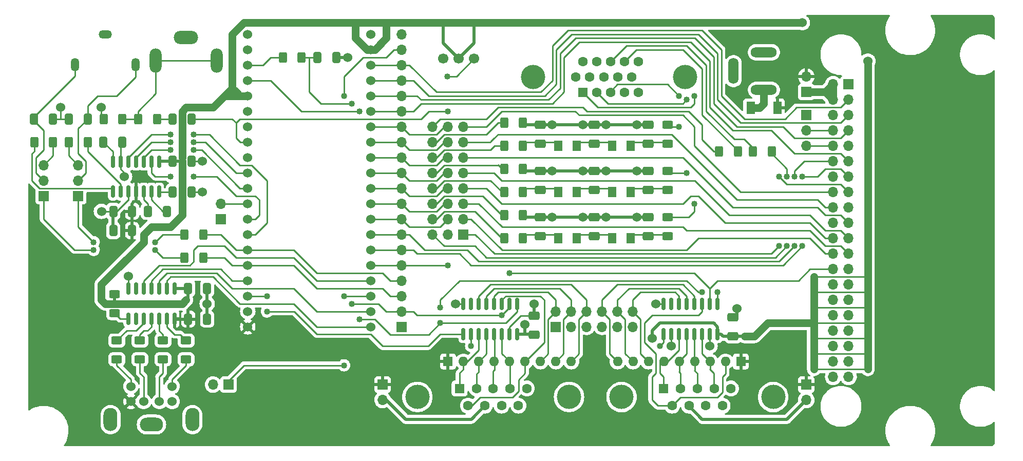
<source format=gtl>
G04 #@! TF.GenerationSoftware,KiCad,Pcbnew,6.0.10-86aedd382b~118~ubuntu18.04.1*
G04 #@! TF.CreationDate,2025-05-01T16:39:21+01:00*
G04 #@! TF.ProjectId,tangnano20k_dock,74616e67-6e61-46e6-9f32-306b5f646f63,rev?*
G04 #@! TF.SameCoordinates,Original*
G04 #@! TF.FileFunction,Copper,L1,Top*
G04 #@! TF.FilePolarity,Positive*
%FSLAX46Y46*%
G04 Gerber Fmt 4.6, Leading zero omitted, Abs format (unit mm)*
G04 Created by KiCad (PCBNEW 6.0.10-86aedd382b~118~ubuntu18.04.1) date 2025-05-01 16:39:21*
%MOMM*%
%LPD*%
G01*
G04 APERTURE LIST*
G04 Aperture macros list*
%AMRoundRect*
0 Rectangle with rounded corners*
0 $1 Rounding radius*
0 $2 $3 $4 $5 $6 $7 $8 $9 X,Y pos of 4 corners*
0 Add a 4 corners polygon primitive as box body*
4,1,4,$2,$3,$4,$5,$6,$7,$8,$9,$2,$3,0*
0 Add four circle primitives for the rounded corners*
1,1,$1+$1,$2,$3*
1,1,$1+$1,$4,$5*
1,1,$1+$1,$6,$7*
1,1,$1+$1,$8,$9*
0 Add four rect primitives between the rounded corners*
20,1,$1+$1,$2,$3,$4,$5,0*
20,1,$1+$1,$4,$5,$6,$7,0*
20,1,$1+$1,$6,$7,$8,$9,0*
20,1,$1+$1,$8,$9,$2,$3,0*%
G04 Aperture macros list end*
G04 #@! TA.AperFunction,SMDPad,CuDef*
%ADD10RoundRect,0.250000X0.650000X-0.412500X0.650000X0.412500X-0.650000X0.412500X-0.650000X-0.412500X0*%
G04 #@! TD*
G04 #@! TA.AperFunction,SMDPad,CuDef*
%ADD11RoundRect,0.150000X-0.150000X0.825000X-0.150000X-0.825000X0.150000X-0.825000X0.150000X0.825000X0*%
G04 #@! TD*
G04 #@! TA.AperFunction,SMDPad,CuDef*
%ADD12RoundRect,0.250001X-0.462499X-0.624999X0.462499X-0.624999X0.462499X0.624999X-0.462499X0.624999X0*%
G04 #@! TD*
G04 #@! TA.AperFunction,SMDPad,CuDef*
%ADD13RoundRect,0.250000X0.412500X0.650000X-0.412500X0.650000X-0.412500X-0.650000X0.412500X-0.650000X0*%
G04 #@! TD*
G04 #@! TA.AperFunction,ComponentPad*
%ADD14O,1.350000X2.200000*%
G04 #@! TD*
G04 #@! TA.AperFunction,ComponentPad*
%ADD15O,2.200000X1.350000*%
G04 #@! TD*
G04 #@! TA.AperFunction,SMDPad,CuDef*
%ADD16RoundRect,0.250000X0.400000X0.625000X-0.400000X0.625000X-0.400000X-0.625000X0.400000X-0.625000X0*%
G04 #@! TD*
G04 #@! TA.AperFunction,SMDPad,CuDef*
%ADD17RoundRect,0.250000X0.625000X-0.400000X0.625000X0.400000X-0.625000X0.400000X-0.625000X-0.400000X0*%
G04 #@! TD*
G04 #@! TA.AperFunction,SMDPad,CuDef*
%ADD18RoundRect,0.250000X-0.400000X-0.625000X0.400000X-0.625000X0.400000X0.625000X-0.400000X0.625000X0*%
G04 #@! TD*
G04 #@! TA.AperFunction,ComponentPad*
%ADD19R,1.700000X1.700000*%
G04 #@! TD*
G04 #@! TA.AperFunction,ComponentPad*
%ADD20O,1.700000X1.700000*%
G04 #@! TD*
G04 #@! TA.AperFunction,ComponentPad*
%ADD21C,4.000000*%
G04 #@! TD*
G04 #@! TA.AperFunction,ComponentPad*
%ADD22R,1.600000X1.600000*%
G04 #@! TD*
G04 #@! TA.AperFunction,ComponentPad*
%ADD23C,1.600000*%
G04 #@! TD*
G04 #@! TA.AperFunction,SMDPad,CuDef*
%ADD24RoundRect,0.250000X-0.412500X-0.650000X0.412500X-0.650000X0.412500X0.650000X-0.412500X0.650000X0*%
G04 #@! TD*
G04 #@! TA.AperFunction,ComponentPad*
%ADD25C,1.700000*%
G04 #@! TD*
G04 #@! TA.AperFunction,ComponentPad*
%ADD26RoundRect,0.850000X1.300000X0.000000X-1.300000X0.000000X-1.300000X0.000000X1.300000X0.000000X0*%
G04 #@! TD*
G04 #@! TA.AperFunction,ComponentPad*
%ADD27RoundRect,0.850000X0.000000X1.300000X0.000000X-1.300000X0.000000X-1.300000X0.000000X1.300000X0*%
G04 #@! TD*
G04 #@! TA.AperFunction,ComponentPad*
%ADD28RoundRect,0.850000X-1.300000X0.000000X1.300000X0.000000X1.300000X0.000000X-1.300000X0.000000X0*%
G04 #@! TD*
G04 #@! TA.AperFunction,SMDPad,CuDef*
%ADD29R,1.400000X2.100000*%
G04 #@! TD*
G04 #@! TA.AperFunction,ComponentPad*
%ADD30O,1.600000X1.600000*%
G04 #@! TD*
G04 #@! TA.AperFunction,ComponentPad*
%ADD31C,1.524000*%
G04 #@! TD*
G04 #@! TA.AperFunction,ComponentPad*
%ADD32O,2.000000X4.000000*%
G04 #@! TD*
G04 #@! TA.AperFunction,ComponentPad*
%ADD33O,4.000000X2.200000*%
G04 #@! TD*
G04 #@! TA.AperFunction,ComponentPad*
%ADD34O,2.286000X3.824000*%
G04 #@! TD*
G04 #@! TA.AperFunction,ComponentPad*
%ADD35O,3.824000X2.286000*%
G04 #@! TD*
G04 #@! TA.AperFunction,SMDPad,CuDef*
%ADD36RoundRect,0.250000X-0.625000X0.400000X-0.625000X-0.400000X0.625000X-0.400000X0.625000X0.400000X0*%
G04 #@! TD*
G04 #@! TA.AperFunction,ViaPad*
%ADD37C,1.524000*%
G04 #@! TD*
G04 #@! TA.AperFunction,ViaPad*
%ADD38C,1.016000*%
G04 #@! TD*
G04 #@! TA.AperFunction,Conductor*
%ADD39C,0.254000*%
G04 #@! TD*
G04 #@! TA.AperFunction,Conductor*
%ADD40C,0.508000*%
G04 #@! TD*
G04 #@! TA.AperFunction,Conductor*
%ADD41C,1.270000*%
G04 #@! TD*
G04 APERTURE END LIST*
D10*
X158750000Y-87287500D03*
X158750000Y-84162500D03*
D11*
X95885000Y-74995000D03*
X94615000Y-74995000D03*
X93345000Y-74995000D03*
X92075000Y-74995000D03*
X90805000Y-74995000D03*
X89535000Y-74995000D03*
X88265000Y-74995000D03*
X88265000Y-79945000D03*
X89535000Y-79945000D03*
X90805000Y-79945000D03*
X92075000Y-79945000D03*
X93345000Y-79945000D03*
X94615000Y-79945000D03*
X95885000Y-79945000D03*
D10*
X167640000Y-79667500D03*
X167640000Y-76542500D03*
D12*
X161707500Y-72390000D03*
X164682500Y-72390000D03*
D13*
X91440000Y-86355000D03*
X88315000Y-86355000D03*
D14*
X91995000Y-59025000D03*
D15*
X86995000Y-54025000D03*
D14*
X81995000Y-59025000D03*
D16*
X78385000Y-71755000D03*
X75285000Y-71755000D03*
D17*
X92710000Y-107590000D03*
X92710000Y-104490000D03*
D10*
X167640000Y-72047500D03*
X167640000Y-68922500D03*
D18*
X152755000Y-76195000D03*
X155855000Y-76195000D03*
D17*
X96520000Y-107590000D03*
X96520000Y-104490000D03*
D19*
X132715000Y-111755000D03*
D20*
X132715000Y-114295000D03*
D13*
X103797500Y-100960000D03*
X100672500Y-100960000D03*
D12*
X161707500Y-80010000D03*
X164682500Y-80010000D03*
D17*
X179705000Y-79655000D03*
X179705000Y-76555000D03*
D19*
X82550000Y-80640000D03*
D20*
X82550000Y-78100000D03*
X82550000Y-75560000D03*
D21*
X197110000Y-113815000D03*
X172110000Y-113815000D03*
D22*
X179070000Y-112395000D03*
D23*
X181840000Y-112395000D03*
X184610000Y-112395000D03*
X187380000Y-112395000D03*
X190150000Y-112395000D03*
X180455000Y-115235000D03*
X183225000Y-115235000D03*
X185995000Y-115235000D03*
X188765000Y-115235000D03*
D13*
X103797500Y-95880000D03*
X100672500Y-95880000D03*
D24*
X88315000Y-83185000D03*
X91440000Y-83185000D03*
D11*
X154940000Y-98490000D03*
X153670000Y-98490000D03*
X152400000Y-98490000D03*
X151130000Y-98490000D03*
X149860000Y-98490000D03*
X148590000Y-98490000D03*
X147320000Y-98490000D03*
X146050000Y-98490000D03*
X146050000Y-103440000D03*
X147320000Y-103440000D03*
X148590000Y-103440000D03*
X149860000Y-103440000D03*
X151130000Y-103440000D03*
X152400000Y-103440000D03*
X153670000Y-103440000D03*
X154940000Y-103440000D03*
X98425000Y-95945000D03*
X97155000Y-95945000D03*
X95885000Y-95945000D03*
X94615000Y-95945000D03*
X93345000Y-95945000D03*
X92075000Y-95945000D03*
X90805000Y-95945000D03*
X90805000Y-100895000D03*
X92075000Y-100895000D03*
X93345000Y-100895000D03*
X94615000Y-100895000D03*
X95885000Y-100895000D03*
X97155000Y-100895000D03*
X98425000Y-100895000D03*
D19*
X202565000Y-111755000D03*
D20*
X202565000Y-114295000D03*
D24*
X86702500Y-71750000D03*
X89827500Y-71750000D03*
D17*
X179705000Y-87275000D03*
X179705000Y-84175000D03*
D18*
X152755000Y-80005000D03*
X155855000Y-80005000D03*
D12*
X170597500Y-72390000D03*
X173572500Y-72390000D03*
D25*
X142720000Y-58025000D03*
X145260000Y-58025000D03*
X147800000Y-58025000D03*
D10*
X176530000Y-79667500D03*
X176530000Y-76542500D03*
D24*
X80987500Y-67940000D03*
X84112500Y-67940000D03*
D13*
X101257500Y-67945000D03*
X98132500Y-67945000D03*
D19*
X209550000Y-62225000D03*
D20*
X207010000Y-62225000D03*
X209550000Y-64765000D03*
X207010000Y-64765000D03*
X209550000Y-67305000D03*
X207010000Y-67305000D03*
X209550000Y-69845000D03*
X207010000Y-69845000D03*
X209550000Y-72385000D03*
X207010000Y-72385000D03*
X209550000Y-74925000D03*
X207010000Y-74925000D03*
X209550000Y-77465000D03*
X207010000Y-77465000D03*
X209550000Y-80005000D03*
X207010000Y-80005000D03*
X209550000Y-82545000D03*
X207010000Y-82545000D03*
X209550000Y-85085000D03*
X207010000Y-85085000D03*
X209550000Y-87625000D03*
X207010000Y-87625000D03*
X209550000Y-90165000D03*
X207010000Y-90165000D03*
X209550000Y-92705000D03*
X207010000Y-92705000D03*
X209550000Y-95245000D03*
X207010000Y-95245000D03*
X209550000Y-97785000D03*
X207010000Y-97785000D03*
X209550000Y-100325000D03*
X207010000Y-100325000D03*
X209550000Y-102865000D03*
X207010000Y-102865000D03*
X209550000Y-105405000D03*
X207010000Y-105405000D03*
X209550000Y-107945000D03*
X207010000Y-107945000D03*
X209550000Y-110485000D03*
X207010000Y-110485000D03*
D18*
X152755000Y-83815000D03*
X155855000Y-83815000D03*
D24*
X94030000Y-83185000D03*
X97155000Y-83185000D03*
D16*
X95530000Y-67940000D03*
X92430000Y-67940000D03*
D18*
X86715000Y-67940000D03*
X89815000Y-67940000D03*
D24*
X121970000Y-57780000D03*
X125095000Y-57780000D03*
D21*
X163455000Y-113810000D03*
X138455000Y-113810000D03*
D22*
X145415000Y-112390000D03*
D23*
X148185000Y-112390000D03*
X150955000Y-112390000D03*
X153725000Y-112390000D03*
X156495000Y-112390000D03*
X146800000Y-115230000D03*
X149570000Y-115230000D03*
X152340000Y-115230000D03*
X155110000Y-115230000D03*
D13*
X101257500Y-80010000D03*
X98132500Y-80010000D03*
D12*
X170597500Y-87630000D03*
X173572500Y-87630000D03*
D19*
X106045000Y-84450000D03*
D20*
X106045000Y-81910000D03*
D26*
X195580000Y-63160000D03*
D27*
X190580000Y-60060000D03*
D28*
X195580000Y-56960000D03*
D19*
X202565000Y-63495000D03*
D20*
X202565000Y-60955000D03*
D18*
X81000000Y-71755000D03*
X84100000Y-71755000D03*
D19*
X202565000Y-67305000D03*
D20*
X202565000Y-69845000D03*
X202565000Y-72385000D03*
D10*
X176530000Y-72047500D03*
X176530000Y-68922500D03*
X190500000Y-103792500D03*
X190500000Y-100667500D03*
D29*
X197790000Y-66135000D03*
X193390000Y-66135000D03*
D18*
X100050000Y-90800000D03*
X103150000Y-90800000D03*
D22*
X143510000Y-107950000D03*
D30*
X146050000Y-107950000D03*
X148590000Y-107950000D03*
X151130000Y-107950000D03*
X153670000Y-107950000D03*
X156210000Y-107950000D03*
X158750000Y-107950000D03*
X161290000Y-107950000D03*
X163830000Y-107950000D03*
D18*
X152755000Y-72385000D03*
X155855000Y-72385000D03*
D19*
X107315000Y-111760000D03*
D20*
X104775000Y-111760000D03*
D19*
X161290000Y-102235000D03*
D20*
X161290000Y-99695000D03*
X163830000Y-102235000D03*
X163830000Y-99695000D03*
X166370000Y-102235000D03*
X166370000Y-99695000D03*
X168910000Y-102235000D03*
X168910000Y-99695000D03*
X171450000Y-102235000D03*
X171450000Y-99695000D03*
X173990000Y-102235000D03*
X173990000Y-99695000D03*
D17*
X100330000Y-107590000D03*
X100330000Y-104490000D03*
D11*
X187960000Y-98490000D03*
X186690000Y-98490000D03*
X185420000Y-98490000D03*
X184150000Y-98490000D03*
X182880000Y-98490000D03*
X181610000Y-98490000D03*
X180340000Y-98490000D03*
X179070000Y-98490000D03*
X179070000Y-103440000D03*
X180340000Y-103440000D03*
X181610000Y-103440000D03*
X182880000Y-103440000D03*
X184150000Y-103440000D03*
X185420000Y-103440000D03*
X186690000Y-103440000D03*
X187960000Y-103440000D03*
D12*
X161707500Y-87630000D03*
X164682500Y-87630000D03*
D13*
X78397500Y-67940000D03*
X75272500Y-67940000D03*
D31*
X130810000Y-102235000D03*
X130810000Y-99695000D03*
X130810000Y-97155000D03*
X130810000Y-94615000D03*
X130810000Y-92075000D03*
X130810000Y-89535000D03*
X130810000Y-86995000D03*
X130810000Y-84455000D03*
X130810000Y-81915000D03*
X130810000Y-79375000D03*
X130810000Y-76835000D03*
X130810000Y-74295000D03*
X130810000Y-71755000D03*
X130810000Y-69215000D03*
X130810000Y-66675000D03*
X130810000Y-64135000D03*
X130810000Y-61595000D03*
X130810000Y-59055000D03*
X130810000Y-56515000D03*
X130810000Y-53975000D03*
X110490000Y-53975000D03*
X110490000Y-56515000D03*
X110490000Y-59055000D03*
X110490000Y-61595000D03*
X110490000Y-64135000D03*
X110490000Y-66675000D03*
X110490000Y-69215000D03*
X110490000Y-71755000D03*
X110490000Y-74295000D03*
X110490000Y-76835000D03*
X110490000Y-79375000D03*
X110490000Y-81915000D03*
X110490000Y-84455000D03*
X110490000Y-86995000D03*
X110490000Y-89535000D03*
X110490000Y-92075000D03*
X110490000Y-94615000D03*
X110490000Y-97155000D03*
X110490000Y-99695000D03*
X110490000Y-102235000D03*
D21*
X182550000Y-61010000D03*
X157550000Y-61010000D03*
D22*
X165735000Y-63550000D03*
D23*
X168025000Y-63550000D03*
X170315000Y-63550000D03*
X172605000Y-63550000D03*
X174895000Y-63550000D03*
X164590000Y-61010000D03*
X166880000Y-61010000D03*
X169170000Y-61010000D03*
X171460000Y-61010000D03*
X173750000Y-61010000D03*
X165735000Y-58470000D03*
X168025000Y-58470000D03*
X170315000Y-58470000D03*
X172605000Y-58470000D03*
X174895000Y-58470000D03*
D16*
X196876000Y-73274000D03*
X193776000Y-73274000D03*
D19*
X76835000Y-80645000D03*
D20*
X76835000Y-78105000D03*
X76835000Y-75565000D03*
D10*
X158750000Y-79667500D03*
X158750000Y-76542500D03*
D13*
X101257500Y-74930000D03*
X98132500Y-74930000D03*
D32*
X95330000Y-58325000D03*
X105330000Y-58325000D03*
D33*
X100330000Y-54525000D03*
D10*
X158750000Y-72047500D03*
X158750000Y-68922500D03*
X167640000Y-87287500D03*
X167640000Y-84162500D03*
D17*
X88900000Y-107590000D03*
X88900000Y-104490000D03*
D22*
X191785000Y-107950000D03*
D30*
X189245000Y-107950000D03*
X186705000Y-107950000D03*
X184165000Y-107950000D03*
X181625000Y-107950000D03*
X179085000Y-107950000D03*
X176545000Y-107950000D03*
X174005000Y-107950000D03*
X171465000Y-107950000D03*
D18*
X152755000Y-68575000D03*
X155855000Y-68575000D03*
D19*
X146050000Y-86990000D03*
D20*
X146050000Y-84450000D03*
X146050000Y-81910000D03*
X146050000Y-79370000D03*
X146050000Y-76830000D03*
X146050000Y-74290000D03*
X146050000Y-71750000D03*
X146050000Y-69210000D03*
X143510000Y-86990000D03*
X143510000Y-84450000D03*
X143510000Y-81910000D03*
X143510000Y-79370000D03*
X143510000Y-76830000D03*
X143510000Y-74290000D03*
X143510000Y-71750000D03*
X143510000Y-69210000D03*
X140970000Y-86990000D03*
X140970000Y-84450000D03*
X140970000Y-81910000D03*
X140970000Y-79370000D03*
X140970000Y-76830000D03*
X140970000Y-74290000D03*
X140970000Y-71750000D03*
X140970000Y-69210000D03*
D18*
X152755000Y-87625000D03*
X155855000Y-87625000D03*
D10*
X176530000Y-87287500D03*
X176530000Y-84162500D03*
D34*
X87865000Y-117549000D03*
X101365000Y-117549000D03*
D35*
X94615000Y-118349000D03*
D31*
X95915000Y-114549000D03*
X93315000Y-114549000D03*
X98015000Y-114549000D03*
X91215000Y-114549000D03*
X98015000Y-112049000D03*
X91215000Y-112049000D03*
D36*
X88540000Y-96870000D03*
X88540000Y-99970000D03*
D18*
X116280000Y-57780000D03*
X119380000Y-57780000D03*
D12*
X170597500Y-80010000D03*
X173572500Y-80010000D03*
D19*
X135890000Y-102230000D03*
D20*
X135890000Y-99690000D03*
X135890000Y-97150000D03*
X135890000Y-94610000D03*
X135890000Y-92070000D03*
X135890000Y-89530000D03*
X135890000Y-86990000D03*
X135890000Y-84450000D03*
X135890000Y-81910000D03*
X135890000Y-79370000D03*
X135890000Y-76830000D03*
X135890000Y-74290000D03*
X135890000Y-71750000D03*
X135890000Y-69210000D03*
X135890000Y-66670000D03*
X135890000Y-64130000D03*
X135890000Y-61590000D03*
X135890000Y-59050000D03*
X135890000Y-56510000D03*
X135890000Y-53970000D03*
D17*
X179705000Y-72035000D03*
X179705000Y-68935000D03*
D10*
X157734000Y-103500000D03*
X157734000Y-100375000D03*
D18*
X100050000Y-86990000D03*
X103150000Y-86990000D03*
X188188000Y-73274000D03*
X191288000Y-73274000D03*
D37*
X169545000Y-76542500D03*
X160655000Y-84162500D03*
X90805000Y-93848000D03*
X174625000Y-68922500D03*
X86360000Y-66035000D03*
X165735000Y-84162500D03*
X102997000Y-74925000D03*
X174625000Y-84162500D03*
X90170000Y-77470000D03*
X127000000Y-57780000D03*
X169545000Y-68922500D03*
X103797500Y-98420000D03*
X180340000Y-105410000D03*
X165735000Y-68922500D03*
X86365000Y-83185000D03*
X186690000Y-105410000D03*
X102997000Y-80010000D03*
X174625000Y-76542500D03*
X169545000Y-84162500D03*
X177800000Y-98425000D03*
X144780000Y-98425000D03*
X79629000Y-66035000D03*
X160655000Y-68922500D03*
X165735000Y-76542500D03*
X191135000Y-99185000D03*
X157734000Y-98420000D03*
X160655000Y-76542500D03*
X212725000Y-58415000D03*
X177165000Y-104135000D03*
X156184600Y-101849000D03*
X201925000Y-52070000D03*
D38*
X143510000Y-92070000D03*
X200660000Y-88895000D03*
X200660000Y-77465000D03*
X201930000Y-77465000D03*
X201930000Y-88895000D03*
X143355000Y-60955000D03*
X143510000Y-66670000D03*
X85090000Y-89535000D03*
X95250000Y-89530000D03*
X95250000Y-88260000D03*
X85090000Y-88260000D03*
X127635000Y-98420000D03*
X152400000Y-100325000D03*
X153670000Y-93340000D03*
X127635000Y-65400000D03*
X97790000Y-71755000D03*
X101600000Y-71755000D03*
X101600000Y-77470000D03*
X97790000Y-77470000D03*
X101600000Y-70485000D03*
X97790000Y-70485000D03*
X101600000Y-73025000D03*
X97790000Y-73025000D03*
X198120000Y-77465000D03*
X198120000Y-88895000D03*
X128905000Y-66670000D03*
X128905000Y-100960000D03*
X142240000Y-101595000D03*
X142240000Y-99055000D03*
X185420000Y-96515000D03*
X187960000Y-96515000D03*
X113665000Y-99695000D03*
X113670000Y-97155000D03*
X147320000Y-105405000D03*
X178435000Y-105405000D03*
X184150000Y-81910000D03*
X184150000Y-64135000D03*
X182880000Y-64765000D03*
X182880000Y-76830000D03*
X181610000Y-64135000D03*
X181610000Y-69210000D03*
X199390000Y-88895000D03*
X199390000Y-77465000D03*
X126365000Y-64130000D03*
X126365000Y-108580000D03*
X126365000Y-97150000D03*
D39*
X177865000Y-98490000D02*
X179070000Y-98490000D01*
X155525000Y-100375000D02*
X153670000Y-102230000D01*
X144812500Y-98425000D02*
X146017500Y-98425000D01*
D40*
X103797500Y-98420000D02*
X103797500Y-100960000D01*
D39*
X157734000Y-100375000D02*
X155525000Y-100375000D01*
D40*
X88265000Y-86355000D02*
X88265000Y-83185000D01*
X157734000Y-98966500D02*
X157480000Y-98712500D01*
D39*
X88315000Y-83185000D02*
X88895000Y-83185000D01*
X89535000Y-74995000D02*
X89535000Y-76200000D01*
D40*
X156202500Y-68922500D02*
X176530000Y-68922500D01*
D39*
X90170000Y-76835000D02*
X90170000Y-77470000D01*
D40*
X156202500Y-76542500D02*
X176530000Y-76542500D01*
D39*
X89535000Y-76200000D02*
X90170000Y-76835000D01*
X78402500Y-67945000D02*
X80982500Y-67945000D01*
X79629000Y-67940000D02*
X79629000Y-66035000D01*
X186690000Y-103440000D02*
X186690000Y-105410000D01*
X102997000Y-74925000D02*
X102992000Y-74930000D01*
X101257500Y-80010000D02*
X102997000Y-80010000D01*
X90805000Y-79945000D02*
X90805000Y-81330000D01*
D40*
X125095000Y-57780000D02*
X127000000Y-57780000D01*
X191135000Y-100802500D02*
X191135000Y-99185000D01*
X156202500Y-84162500D02*
X176530000Y-84162500D01*
D39*
X102992000Y-74930000D02*
X101257500Y-74930000D01*
D40*
X103797500Y-98420000D02*
X103797500Y-95880000D01*
D39*
X90805000Y-93848000D02*
X90805000Y-95945000D01*
X86360000Y-66035000D02*
X86360000Y-67940000D01*
X177800000Y-98425000D02*
X177865000Y-98490000D01*
X89535000Y-74995000D02*
X89535000Y-72042500D01*
X153670000Y-102230000D02*
X153670000Y-102865000D01*
X180340000Y-103440000D02*
X180340000Y-105410000D01*
X88895000Y-83185000D02*
X90805000Y-81275000D01*
D40*
X157734000Y-100375000D02*
X157734000Y-98966500D01*
D39*
X86365000Y-83185000D02*
X88315000Y-83185000D01*
D40*
X91440000Y-86355000D02*
X91440000Y-83185000D01*
D39*
X91440000Y-81910000D02*
X92075000Y-81275000D01*
X91440000Y-83185000D02*
X91440000Y-81910000D01*
D40*
X100672500Y-100960000D02*
X98490000Y-100960000D01*
X98490000Y-100960000D02*
X98425000Y-100895000D01*
D39*
X92075000Y-81275000D02*
X92075000Y-79945000D01*
X203835000Y-106675000D02*
X212725000Y-106675000D01*
D40*
X147800000Y-55485000D02*
X145260000Y-58025000D01*
X100672500Y-97442500D02*
X100330000Y-97785000D01*
X188535000Y-103440000D02*
X188887500Y-103792500D01*
D41*
X108585000Y-63500000D02*
X107950000Y-64135000D01*
D40*
X98490000Y-95880000D02*
X98425000Y-95945000D01*
D39*
X203835000Y-99055000D02*
X212725000Y-99055000D01*
D40*
X100672500Y-95880000D02*
X98490000Y-95880000D01*
X156184600Y-101849000D02*
X156184600Y-103373000D01*
D41*
X128270000Y-54610000D02*
X128270000Y-52070000D01*
X100335000Y-66040000D02*
X100330000Y-66035000D01*
X145890000Y-52070000D02*
X142720000Y-52070000D01*
X109855000Y-52070000D02*
X107950000Y-53975000D01*
D40*
X142720000Y-55485000D02*
X145260000Y-58025000D01*
D41*
X133350000Y-54610000D02*
X133350000Y-52070000D01*
D39*
X203835000Y-101595000D02*
X212725000Y-101595000D01*
D41*
X194017500Y-103792500D02*
X196215000Y-101595000D01*
D40*
X187325000Y-101595000D02*
X187960000Y-102230000D01*
D41*
X93345000Y-88260000D02*
X93345000Y-86990000D01*
X203835000Y-93975000D02*
X203835000Y-109215000D01*
X107950000Y-62865000D02*
X108585000Y-63500000D01*
X107950000Y-62865000D02*
X106680000Y-64135000D01*
D39*
X203835000Y-93975000D02*
X212725000Y-93975000D01*
D41*
X131445000Y-56515000D02*
X133350000Y-54610000D01*
X107950000Y-64135000D02*
X106680000Y-64135000D01*
D40*
X98132500Y-74930000D02*
X95950000Y-74930000D01*
X88540000Y-98145000D02*
X88265000Y-98420000D01*
D41*
X100330000Y-97785000D02*
X99695000Y-98420000D01*
X147800000Y-52070000D02*
X145890000Y-52070000D01*
X196215000Y-101595000D02*
X203835000Y-101595000D01*
X130810000Y-56515000D02*
X131445000Y-56515000D01*
X100330000Y-66040000D02*
X99695000Y-66675000D01*
D40*
X187960000Y-103440000D02*
X188535000Y-103440000D01*
D39*
X203835000Y-104135000D02*
X212725000Y-104135000D01*
D41*
X110490000Y-64135000D02*
X107950000Y-64135000D01*
X107950000Y-53975000D02*
X107950000Y-62865000D01*
X99695000Y-66675000D02*
X99695000Y-74295000D01*
D40*
X156150000Y-103440000D02*
X157420000Y-103440000D01*
X98132500Y-74930000D02*
X99695000Y-74930000D01*
D39*
X203835000Y-109215000D02*
X212725000Y-109215000D01*
D41*
X97790000Y-85720000D02*
X98425000Y-85085000D01*
X86360000Y-95245000D02*
X93345000Y-88260000D01*
X109220000Y-64135000D02*
X110490000Y-64135000D01*
X99695000Y-98420000D02*
X88265000Y-98420000D01*
X93345000Y-86990000D02*
X94615000Y-85720000D01*
D40*
X100672500Y-95880000D02*
X100672500Y-97442500D01*
X95950000Y-74930000D02*
X95885000Y-74995000D01*
X154940000Y-103440000D02*
X156150000Y-103440000D01*
D41*
X130175000Y-56515000D02*
X128270000Y-54610000D01*
X192405000Y-103792500D02*
X194017500Y-103792500D01*
D40*
X190500000Y-103792500D02*
X192405000Y-103792500D01*
D41*
X212725000Y-109215000D02*
X212725000Y-58415000D01*
X88265000Y-98420000D02*
X86995000Y-98420000D01*
X98425000Y-85090000D02*
X99695000Y-83820000D01*
D40*
X188887500Y-103792500D02*
X190500000Y-103792500D01*
D41*
X130810000Y-56515000D02*
X130175000Y-56515000D01*
D40*
X142720000Y-52070000D02*
X142720000Y-55485000D01*
X177165000Y-102865000D02*
X178435000Y-101595000D01*
D41*
X201925000Y-52070000D02*
X147315000Y-52070000D01*
D40*
X177165000Y-104135000D02*
X177165000Y-102865000D01*
X187960000Y-102230000D02*
X187960000Y-103440000D01*
D41*
X106680000Y-64135000D02*
X104775000Y-66040000D01*
D39*
X203835000Y-96515000D02*
X212725000Y-96515000D01*
D41*
X104775000Y-66040000D02*
X100335000Y-66040000D01*
D40*
X88540000Y-96870000D02*
X88540000Y-98145000D01*
D41*
X108585000Y-63500000D02*
X109220000Y-64135000D01*
X86995000Y-98420000D02*
X86360000Y-97785000D01*
D40*
X178435000Y-101595000D02*
X187325000Y-101595000D01*
D41*
X86360000Y-97785000D02*
X86360000Y-95245000D01*
X94615000Y-85720000D02*
X97790000Y-85720000D01*
D40*
X147800000Y-52070000D02*
X147800000Y-55485000D01*
D41*
X109855000Y-52070000D02*
X144145000Y-52070000D01*
X99695000Y-83820000D02*
X99695000Y-74930000D01*
D39*
X88265000Y-73312500D02*
X86702500Y-71750000D01*
X88265000Y-74995000D02*
X88265000Y-73312500D01*
X93345000Y-79945000D02*
X93345000Y-81280000D01*
X94030000Y-81965000D02*
X93345000Y-81280000D01*
X94030000Y-83185000D02*
X94030000Y-81965000D01*
X97155000Y-83185000D02*
X96520000Y-83185000D01*
X94615000Y-81280000D02*
X94615000Y-79945000D01*
X96520000Y-83185000D02*
X94615000Y-81280000D01*
X98132500Y-80010000D02*
X95950000Y-80010000D01*
X75107000Y-67763000D02*
X81995000Y-60875000D01*
X75565000Y-74295000D02*
X75565000Y-76835000D01*
X75107000Y-68122000D02*
X76835000Y-69850000D01*
X81995000Y-60875000D02*
X81995000Y-59025000D01*
X76835000Y-69850000D02*
X76835000Y-73025000D01*
X75565000Y-76835000D02*
X76835000Y-78105000D01*
X76835000Y-73025000D02*
X75565000Y-74295000D01*
X95915000Y-114549000D02*
X95915000Y-110515000D01*
X96520000Y-107590000D02*
X96520000Y-109850000D01*
X96520000Y-109850000D02*
X95885000Y-110485000D01*
X92710000Y-107590000D02*
X92710000Y-109850000D01*
X93315000Y-114549000D02*
X93315000Y-110485000D01*
X92710000Y-109850000D02*
X93345000Y-110485000D01*
X98015000Y-112049000D02*
X98015000Y-110895000D01*
X100330000Y-108580000D02*
X100330000Y-107590000D01*
X98015000Y-110895000D02*
X100330000Y-108580000D01*
X88900000Y-108580000D02*
X88900000Y-107590000D01*
X91215000Y-110895000D02*
X88900000Y-108580000D01*
X91215000Y-112049000D02*
X91215000Y-110895000D01*
X135890000Y-84455000D02*
X130810000Y-84455000D01*
X135890000Y-84450000D02*
X137160000Y-85720000D01*
X137160000Y-85720000D02*
X142240000Y-85720000D01*
X142240000Y-85720000D02*
X143510000Y-84450000D01*
X137160000Y-80640000D02*
X141605000Y-80640000D01*
X135890000Y-79375000D02*
X130810000Y-79375000D01*
X135890000Y-79370000D02*
X137160000Y-80640000D01*
X141605000Y-80640000D02*
X142875000Y-79370000D01*
X141605000Y-75560000D02*
X142875000Y-74290000D01*
X135890000Y-74290000D02*
X137160000Y-75560000D01*
X135890000Y-74295000D02*
X130810000Y-74295000D01*
X137160000Y-75560000D02*
X141605000Y-75560000D01*
X98132500Y-67945000D02*
X95535000Y-67945000D01*
X161072500Y-86995000D02*
X155855000Y-86995000D01*
X161707500Y-87630000D02*
X161072500Y-86995000D01*
X161072500Y-79375000D02*
X155855000Y-79375000D01*
X161707500Y-80010000D02*
X161072500Y-79375000D01*
X161072500Y-71755000D02*
X155855000Y-71755000D01*
X161707500Y-72390000D02*
X161072500Y-71755000D01*
X130810000Y-92075000D02*
X135885000Y-92075000D01*
X143510000Y-92070000D02*
X135890000Y-92070000D01*
X137160000Y-70480000D02*
X141605000Y-70480000D01*
X141605000Y-70480000D02*
X142875000Y-69210000D01*
X135890000Y-69215000D02*
X130810000Y-69215000D01*
X135890000Y-69210000D02*
X137160000Y-70480000D01*
X170597500Y-87630000D02*
X169962500Y-86995000D01*
X169962500Y-86995000D02*
X165317500Y-86995000D01*
X165317500Y-86995000D02*
X164682500Y-87630000D01*
X169962500Y-79375000D02*
X165317500Y-79375000D01*
X165317500Y-79375000D02*
X164682500Y-80010000D01*
X170597500Y-80010000D02*
X169962500Y-79375000D01*
X169962500Y-71755000D02*
X165317500Y-71755000D01*
X165317500Y-71755000D02*
X164682500Y-72390000D01*
X170597500Y-72390000D02*
X169962500Y-71755000D01*
X174207500Y-86995000D02*
X173572500Y-87630000D01*
X179425000Y-86995000D02*
X174207500Y-86995000D01*
X179425000Y-79375000D02*
X174207500Y-79375000D01*
X174207500Y-79375000D02*
X173572500Y-80010000D01*
X174207500Y-71755000D02*
X173572500Y-72390000D01*
X179425000Y-71755000D02*
X174207500Y-71755000D01*
X200660000Y-77465000D02*
X200660000Y-76512500D01*
X148590000Y-91435000D02*
X146685000Y-89530000D01*
X139700000Y-89530000D02*
X137160000Y-86990000D01*
X146685000Y-89530000D02*
X139700000Y-89530000D01*
X202247500Y-74925000D02*
X207010000Y-74925000D01*
X137160000Y-86990000D02*
X135890000Y-86990000D01*
X198120000Y-91435000D02*
X148590000Y-91435000D01*
X200660000Y-76512500D02*
X202247500Y-74925000D01*
X135890000Y-86995000D02*
X130810000Y-86995000D01*
X200660000Y-88895000D02*
X198120000Y-91435000D01*
X83820000Y-74930000D02*
X82550000Y-73660000D01*
X91995000Y-61035000D02*
X91995000Y-59025000D01*
X84112500Y-67940000D02*
X84112500Y-65742500D01*
X88900000Y-64130000D02*
X91995000Y-61035000D01*
X83820000Y-76830000D02*
X83820000Y-74930000D01*
X82550000Y-78100000D02*
X83820000Y-76830000D01*
X85725000Y-64130000D02*
X88900000Y-64130000D01*
X82550000Y-73660000D02*
X82550000Y-69502500D01*
X84112500Y-65742500D02*
X85725000Y-64130000D01*
X82550000Y-69502500D02*
X84112500Y-67940000D01*
X137795000Y-66675000D02*
X137795000Y-66672500D01*
X200660000Y-73655000D02*
X208280000Y-73655000D01*
X162630000Y-57785000D02*
X165175000Y-55240000D01*
X139067500Y-65400000D02*
X160655000Y-65400000D01*
X186690000Y-66035000D02*
X190500000Y-69845000D01*
X208280000Y-73655000D02*
X209550000Y-74925000D01*
X137790000Y-66670000D02*
X137795000Y-66675000D01*
X183515000Y-55240000D02*
X186690000Y-58415000D01*
X137795000Y-66672500D02*
X139067500Y-65400000D01*
X160730000Y-65400000D02*
X162630000Y-63500000D01*
X162630000Y-63500000D02*
X162630000Y-57785000D01*
X135890000Y-66675000D02*
X130810000Y-66675000D01*
X165175000Y-55240000D02*
X183515000Y-55240000D01*
X196850000Y-69845000D02*
X200660000Y-73655000D01*
X135890000Y-66670000D02*
X137790000Y-66670000D01*
X190500000Y-69845000D02*
X196850000Y-69845000D01*
X186690000Y-58415000D02*
X186690000Y-66035000D01*
X110490000Y-89535000D02*
X118110000Y-89535000D01*
X121920000Y-93345000D02*
X132720000Y-93345000D01*
X132720000Y-93345000D02*
X133985000Y-94610000D01*
X118110000Y-89535000D02*
X121920000Y-93345000D01*
X108585000Y-89535000D02*
X110490000Y-89535000D01*
X106040000Y-86990000D02*
X108585000Y-89535000D01*
X103150000Y-86990000D02*
X106040000Y-86990000D01*
X133985000Y-94610000D02*
X135890000Y-94610000D01*
X207010000Y-69845000D02*
X202565000Y-69845000D01*
X207010000Y-72385000D02*
X202565000Y-72385000D01*
X161360000Y-56515000D02*
X163905000Y-53970000D01*
X137800000Y-61590000D02*
X140340000Y-64130000D01*
X161360000Y-62230000D02*
X161360000Y-56515000D01*
X163905000Y-53970000D02*
X184785000Y-53970000D01*
X191770000Y-68575000D02*
X208280000Y-68575000D01*
X184785000Y-53970000D02*
X187960000Y-57145000D01*
X135890000Y-61590000D02*
X137800000Y-61590000D01*
X135890000Y-61595000D02*
X130810000Y-61595000D01*
X187960000Y-64765000D02*
X191770000Y-68575000D01*
X159460000Y-64130000D02*
X161360000Y-62230000D01*
X140340000Y-64130000D02*
X159385000Y-64130000D01*
X187960000Y-57145000D02*
X187960000Y-64765000D01*
X208280000Y-68575000D02*
X209550000Y-67305000D01*
X160725000Y-61595000D02*
X160725000Y-55880000D01*
X163270000Y-53335000D02*
X185420000Y-53335000D01*
X188595000Y-64130000D02*
X192405000Y-67940000D01*
X208280000Y-66035000D02*
X209550000Y-64765000D01*
X185420000Y-53335000D02*
X188595000Y-56510000D01*
X135890000Y-59055000D02*
X130810000Y-59055000D01*
X158825000Y-63495000D02*
X160725000Y-61595000D01*
X160725000Y-55880000D02*
X163270000Y-53335000D01*
X137160000Y-59055000D02*
X135895000Y-59055000D01*
X158750000Y-63495000D02*
X141600000Y-63495000D01*
X200977500Y-66035000D02*
X208280000Y-66035000D01*
X192405000Y-67940000D02*
X199072500Y-67940000D01*
X188595000Y-56510000D02*
X188595000Y-64130000D01*
X141600000Y-63495000D02*
X137160000Y-59055000D01*
X199072500Y-67940000D02*
X200977500Y-66035000D01*
X145415000Y-90165000D02*
X138430000Y-90165000D01*
X204470000Y-77465000D02*
X205740000Y-76195000D01*
X198755000Y-92070000D02*
X147320000Y-92070000D01*
X137795000Y-89530000D02*
X135890000Y-89530000D01*
X208280000Y-76195000D02*
X209550000Y-77465000D01*
X201930000Y-88895000D02*
X198755000Y-92070000D01*
X201930000Y-77465000D02*
X204470000Y-77465000D01*
X205740000Y-76195000D02*
X208280000Y-76195000D01*
X135890000Y-89535000D02*
X130810000Y-89535000D01*
X138430000Y-90165000D02*
X137795000Y-89530000D01*
X147320000Y-92070000D02*
X145415000Y-90165000D01*
X141605000Y-73020000D02*
X142875000Y-71750000D01*
X137160000Y-73020000D02*
X141605000Y-73020000D01*
X135890000Y-71750000D02*
X137160000Y-73020000D01*
X135890000Y-71755000D02*
X130810000Y-71755000D01*
X137160000Y-83180000D02*
X141605000Y-83180000D01*
X135890000Y-81915000D02*
X130810000Y-81915000D01*
X141605000Y-83180000D02*
X142875000Y-81910000D01*
X135890000Y-81910000D02*
X137160000Y-83180000D01*
X135890000Y-76835000D02*
X130810000Y-76835000D01*
X137160000Y-78100000D02*
X141605000Y-78100000D01*
X141605000Y-78100000D02*
X142875000Y-76830000D01*
X135890000Y-76830000D02*
X137160000Y-78100000D01*
X110490000Y-92075000D02*
X118110000Y-92075000D01*
X110490000Y-92075000D02*
X107950000Y-92075000D01*
X107950000Y-92075000D02*
X106675000Y-90800000D01*
X133985000Y-97150000D02*
X135890000Y-97150000D01*
X106675000Y-90800000D02*
X103150000Y-90800000D01*
X132090000Y-95880000D02*
X132715000Y-95880000D01*
X132715000Y-95880000D02*
X133985000Y-97150000D01*
X132085000Y-95885000D02*
X132090000Y-95880000D01*
X121920000Y-95885000D02*
X132085000Y-95885000D01*
X118110000Y-92075000D02*
X121920000Y-95885000D01*
X109220000Y-67940000D02*
X108585000Y-68575000D01*
X107950000Y-67940000D02*
X104775000Y-67940000D01*
X108585000Y-71115000D02*
X109225000Y-71755000D01*
X108585000Y-68575000D02*
X107950000Y-67940000D01*
X143355000Y-60955000D02*
X144870000Y-60955000D01*
X143510000Y-66670000D02*
X140335000Y-66670000D01*
X109225000Y-67945000D02*
X109220000Y-67940000D01*
X109225000Y-71755000D02*
X110490000Y-71755000D01*
X139060000Y-67945000D02*
X109225000Y-67945000D01*
X144870000Y-60955000D02*
X147800000Y-58025000D01*
X104775000Y-67940000D02*
X104770000Y-67945000D01*
X108585000Y-68575000D02*
X108585000Y-71115000D01*
X101257500Y-67945000D02*
X104770000Y-67945000D01*
X140335000Y-66670000D02*
X139060000Y-67945000D01*
X96520000Y-90800000D02*
X100050000Y-90800000D01*
X85090000Y-89535000D02*
X81920000Y-89535000D01*
X81920000Y-89535000D02*
X81280000Y-88895000D01*
X76835000Y-84455000D02*
X76835000Y-80645000D01*
X95250000Y-89530000D02*
X96520000Y-90800000D01*
X81280000Y-88900000D02*
X76835000Y-84455000D01*
X151130000Y-71120000D02*
X151765000Y-70485000D01*
X151765000Y-70485000D02*
X180345000Y-70485000D01*
X146050000Y-71750000D02*
X150495000Y-71750000D01*
X204470000Y-81275000D02*
X205740000Y-82545000D01*
X191135000Y-81275000D02*
X204470000Y-81275000D01*
X205740000Y-82545000D02*
X207010000Y-82545000D01*
X150495000Y-71745000D02*
X151130000Y-71110000D01*
X180345000Y-70485000D02*
X191135000Y-81275000D01*
X96520000Y-86990000D02*
X100050000Y-86990000D01*
X82550000Y-85720000D02*
X82550000Y-80640000D01*
X85090000Y-88260000D02*
X82550000Y-85720000D01*
X95250000Y-88260000D02*
X96520000Y-86990000D01*
X78385000Y-74015000D02*
X78385000Y-71755000D01*
X76835000Y-75565000D02*
X78385000Y-74015000D01*
X92710000Y-103500000D02*
X92710000Y-104490000D01*
X93345000Y-102865000D02*
X92710000Y-103500000D01*
X94615000Y-102230000D02*
X93980000Y-102865000D01*
X93980000Y-102865000D02*
X93345000Y-102865000D01*
X94615000Y-100895000D02*
X94615000Y-102230000D01*
X93345000Y-101595000D02*
X92075000Y-102865000D01*
X92075000Y-102865000D02*
X90525000Y-102865000D01*
X90525000Y-102865000D02*
X88900000Y-104490000D01*
X100330000Y-104490000D02*
X99340000Y-103500000D01*
X98425000Y-103500000D02*
X97155000Y-102230000D01*
X97155000Y-102230000D02*
X97155000Y-100895000D01*
X99340000Y-103500000D02*
X98425000Y-103500000D01*
X96520000Y-103500000D02*
X95885000Y-102865000D01*
X95885000Y-102865000D02*
X95885000Y-100895000D01*
X96520000Y-104490000D02*
X96520000Y-103500000D01*
X137800000Y-64130000D02*
X137805000Y-64135000D01*
X187325000Y-65400000D02*
X191135000Y-69210000D01*
X161995000Y-57150000D02*
X164540000Y-54605000D01*
X187325000Y-57745000D02*
X187325000Y-65400000D01*
X191135000Y-69210000D02*
X198755000Y-69210000D01*
X208280000Y-71115000D02*
X209550000Y-69845000D01*
X135890000Y-64135000D02*
X130810000Y-64135000D01*
X160095000Y-64765000D02*
X161995000Y-62865000D01*
X198755000Y-69210000D02*
X200660000Y-71115000D01*
X138430000Y-64135000D02*
X139060000Y-64765000D01*
X161995000Y-62865000D02*
X161995000Y-57150000D01*
X135890000Y-64130000D02*
X137800000Y-64130000D01*
X184185000Y-54605000D02*
X187325000Y-57745000D01*
X137805000Y-64135000D02*
X138430000Y-64135000D01*
X139060000Y-64765000D02*
X160020000Y-64765000D01*
X164540000Y-54605000D02*
X184185000Y-54605000D01*
X200660000Y-71115000D02*
X208280000Y-71115000D01*
X107950000Y-94615000D02*
X106047500Y-92712500D01*
X106047500Y-92710000D02*
X96525000Y-92710000D01*
X96525000Y-92710000D02*
X96520000Y-92705000D01*
X96520000Y-92705000D02*
X94615000Y-94610000D01*
X110490000Y-94615000D02*
X107950000Y-94615000D01*
X94615000Y-94610000D02*
X94615000Y-95945000D01*
X108585000Y-90805000D02*
X106675000Y-88895000D01*
X106675000Y-88895000D02*
X106045000Y-88895000D01*
X95885000Y-92070000D02*
X93345000Y-94610000D01*
X102235000Y-88900000D02*
X101600000Y-89535000D01*
X118110000Y-90805000D02*
X108585000Y-90805000D01*
X101600000Y-91440000D02*
X100965000Y-92075000D01*
X106045000Y-88900000D02*
X102235000Y-88900000D01*
X95885000Y-92070000D02*
X100965000Y-92070000D01*
X93345000Y-94610000D02*
X93345000Y-95945000D01*
X121920000Y-94615000D02*
X118110000Y-90805000D01*
X130810000Y-94615000D02*
X121920000Y-94615000D01*
X101600000Y-89535000D02*
X101600000Y-91440000D01*
X121920000Y-102235000D02*
X130810000Y-102235000D01*
X97795000Y-93980000D02*
X97790000Y-93975000D01*
X104780000Y-93985000D02*
X109220000Y-98425000D01*
X97155000Y-94610000D02*
X97790000Y-93975000D01*
X104780000Y-93980000D02*
X97795000Y-93980000D01*
X118110000Y-98425000D02*
X121920000Y-102235000D01*
X97155000Y-95945000D02*
X97155000Y-94610000D01*
X109220000Y-98425000D02*
X118110000Y-98425000D01*
X107945000Y-95880000D02*
X118105000Y-95880000D01*
X105405000Y-93340000D02*
X107945000Y-95880000D01*
X121920000Y-99695000D02*
X130810000Y-99695000D01*
X95885000Y-94610000D02*
X97155000Y-93340000D01*
X118105000Y-95880000D02*
X121920000Y-99695000D01*
X97155000Y-93340000D02*
X105405000Y-93340000D01*
X95885000Y-95945000D02*
X95885000Y-94610000D01*
X127635000Y-65400000D02*
X122555000Y-65400000D01*
X138430000Y-100325000D02*
X137795000Y-99690000D01*
X120650000Y-63495000D02*
X122555000Y-65400000D01*
X132080000Y-98420000D02*
X133350000Y-99690000D01*
X127635000Y-98420000D02*
X132080000Y-98420000D01*
X133350000Y-99690000D02*
X135890000Y-99690000D01*
X120650000Y-57780000D02*
X121970000Y-57780000D01*
X186690000Y-95880000D02*
X187960000Y-94610000D01*
X153670000Y-93340000D02*
X184150000Y-93340000D01*
X137795000Y-99690000D02*
X135890000Y-99690000D01*
X203200000Y-92705000D02*
X207010000Y-92705000D01*
X187960000Y-94610000D02*
X201295000Y-94610000D01*
X152400000Y-100325000D02*
X153670000Y-99055000D01*
X152400000Y-100325000D02*
X138430000Y-100325000D01*
X119380000Y-57780000D02*
X120650000Y-57780000D01*
X120650000Y-57780000D02*
X120650000Y-63495000D01*
X186690000Y-98490000D02*
X186690000Y-95880000D01*
X184150000Y-93340000D02*
X186690000Y-95880000D01*
X201295000Y-94610000D02*
X203200000Y-92705000D01*
X97790000Y-71755000D02*
X94610000Y-71755000D01*
X108585000Y-76830000D02*
X110485000Y-76830000D01*
X101600000Y-71755000D02*
X103510000Y-71755000D01*
X94610000Y-71755000D02*
X92075000Y-74290000D01*
X103510000Y-71755000D02*
X108585000Y-76830000D01*
X102875000Y-77470000D02*
X101600000Y-77470000D01*
X111755000Y-84455000D02*
X112395000Y-83815000D01*
X97790000Y-77470000D02*
X95250000Y-77470000D01*
X108585000Y-80640000D02*
X105410000Y-77465000D01*
X112395000Y-81275000D02*
X111760000Y-80640000D01*
X95250000Y-77470000D02*
X94615000Y-76835000D01*
X94615000Y-76835000D02*
X94615000Y-74995000D01*
X105410000Y-77465000D02*
X102880000Y-77465000D01*
X102880000Y-77465000D02*
X102875000Y-77470000D01*
X112395000Y-83815000D02*
X112395000Y-81275000D01*
X111760000Y-80640000D02*
X108585000Y-80640000D01*
X110490000Y-84455000D02*
X111755000Y-84455000D01*
X111755000Y-86995000D02*
X110490000Y-86995000D01*
X104145000Y-70485000D02*
X109220000Y-75560000D01*
X97790000Y-70485000D02*
X94610000Y-70485000D01*
X111125000Y-75565000D02*
X113665000Y-78105000D01*
X113665000Y-78105000D02*
X113665000Y-85085000D01*
X113665000Y-85085000D02*
X111755000Y-86995000D01*
X101600000Y-70485000D02*
X104145000Y-70485000D01*
X109220000Y-75560000D02*
X111125000Y-75560000D01*
X94610000Y-70485000D02*
X90805000Y-74290000D01*
X109220000Y-79375000D02*
X110490000Y-79375000D01*
X97790000Y-73025000D02*
X94610000Y-73025000D01*
X94610000Y-73025000D02*
X93345000Y-74290000D01*
X102875000Y-73025000D02*
X109220000Y-79370000D01*
X101600000Y-73025000D02*
X102875000Y-73025000D01*
X196850000Y-90165000D02*
X182880000Y-90165000D01*
X182880000Y-90165000D02*
X182875000Y-90170000D01*
X198120000Y-88895000D02*
X196850000Y-90165000D01*
X198120000Y-77465000D02*
X199390000Y-78735000D01*
X151135000Y-90170000D02*
X147955000Y-86990000D01*
X199390000Y-78735000D02*
X208280000Y-78735000D01*
X147955000Y-86990000D02*
X146050000Y-86990000D01*
X208280000Y-78735000D02*
X209550000Y-80005000D01*
X182875000Y-90170000D02*
X151135000Y-90170000D01*
X178435000Y-109885000D02*
X178435000Y-107965000D01*
X179055000Y-112395000D02*
X179055000Y-110505000D01*
X181610000Y-106045000D02*
X181610000Y-103440000D01*
X179705000Y-107950000D02*
X181610000Y-106045000D01*
X179055000Y-110505000D02*
X178435000Y-109885000D01*
X181825000Y-109870000D02*
X181610000Y-109655000D01*
X181610000Y-107950000D02*
X182880000Y-106680000D01*
X181625000Y-109655000D02*
X181625000Y-107950000D01*
X182880000Y-106680000D02*
X182880000Y-103440000D01*
X181825000Y-112395000D02*
X181825000Y-109870000D01*
X184150000Y-107950000D02*
X184150000Y-103440000D01*
X184165000Y-109425000D02*
X184165000Y-107950000D01*
X184595000Y-112395000D02*
X184595000Y-109870000D01*
X184595000Y-109870000D02*
X184150000Y-109425000D01*
X185420000Y-106680000D02*
X185420000Y-103440000D01*
X186690000Y-107950000D02*
X185420000Y-106680000D01*
X187365000Y-112395000D02*
X187365000Y-109910000D01*
X186705000Y-109235000D02*
X186705000Y-107950000D01*
X187365000Y-109910000D02*
X186690000Y-109235000D01*
X188757800Y-113030000D02*
X188757800Y-110490000D01*
X184785000Y-100325000D02*
X177165000Y-100325000D01*
X189245000Y-110002800D02*
X189245000Y-107950000D01*
X177165000Y-100325000D02*
X175895000Y-101595000D01*
X175895000Y-101595000D02*
X175895000Y-104770000D01*
X177165000Y-114295000D02*
X178105000Y-115235000D01*
X178105000Y-115235000D02*
X180455000Y-115235000D01*
X175895000Y-104770000D02*
X177800000Y-106675000D01*
X177800000Y-109850000D02*
X177165000Y-110485000D01*
X177165000Y-110485000D02*
X177165000Y-114295000D01*
X185415000Y-99695000D02*
X184785000Y-100325000D01*
X177800000Y-106675000D02*
X177800000Y-109850000D01*
X187945000Y-113842800D02*
X188757800Y-113030000D01*
X185420000Y-99695000D02*
X185415000Y-99695000D01*
X180440000Y-115201000D02*
X181798200Y-113842800D01*
X188757800Y-110490000D02*
X189245000Y-110002800D01*
X185420000Y-99695000D02*
X185420000Y-98490000D01*
X181798200Y-113842800D02*
X187945000Y-113842800D01*
X146050000Y-107950000D02*
X146050000Y-109215000D01*
X148590000Y-106045000D02*
X148590000Y-103440000D01*
X146685000Y-107950000D02*
X148590000Y-106045000D01*
X145415000Y-112390000D02*
X145415000Y-109850000D01*
X146050000Y-109215000D02*
X145415000Y-109850000D01*
X148590000Y-109625000D02*
X148590000Y-107965000D01*
X149860000Y-106695000D02*
X149860000Y-103440000D01*
X148605000Y-107950000D02*
X149860000Y-106695000D01*
X148185000Y-110030000D02*
X148590000Y-109625000D01*
X148185000Y-112390000D02*
X148185000Y-110030000D01*
X150955000Y-109585000D02*
X151130000Y-109410000D01*
X150955000Y-112390000D02*
X150955000Y-109585000D01*
X151145000Y-109410000D02*
X151145000Y-104090000D01*
X152400000Y-106665000D02*
X152400000Y-103440000D01*
X153725000Y-112390000D02*
X153725000Y-108005000D01*
X153685000Y-107950000D02*
X152400000Y-106665000D01*
X154122200Y-113842800D02*
X148793200Y-113842800D01*
X152400000Y-97790000D02*
X153035000Y-97155000D01*
X158750000Y-97155000D02*
X159385000Y-97790000D01*
X148793200Y-113842800D02*
X147435000Y-115201000D01*
X153035000Y-97155000D02*
X158750000Y-97155000D01*
X159385000Y-104775000D02*
X156225000Y-107935000D01*
X156210000Y-109855000D02*
X155117800Y-110947200D01*
X156210000Y-107950000D02*
X156210000Y-109855000D01*
X159385000Y-97790000D02*
X159385000Y-104775000D01*
X155117800Y-112847200D02*
X154122200Y-113842800D01*
X155117800Y-110947200D02*
X155117800Y-112847200D01*
X160022500Y-106677500D02*
X160022500Y-100962500D01*
X151765000Y-96520000D02*
X160020000Y-96520000D01*
X158765000Y-107935000D02*
X160022500Y-106677500D01*
X160022500Y-100962500D02*
X161290000Y-99695000D01*
X151130000Y-98490000D02*
X151130000Y-97155000D01*
X161290000Y-97790000D02*
X161290000Y-99695000D01*
X151130000Y-97155000D02*
X151765000Y-96520000D01*
X160020000Y-96520000D02*
X161290000Y-97790000D01*
X163830000Y-99695000D02*
X162560000Y-100965000D01*
X163830000Y-97790000D02*
X163830000Y-99695000D01*
X149860000Y-97155000D02*
X151130000Y-95885000D01*
X162560000Y-100965000D02*
X162560000Y-106695000D01*
X149860000Y-98490000D02*
X149860000Y-97155000D01*
X151130000Y-95885000D02*
X161925000Y-95885000D01*
X161925000Y-95885000D02*
X163830000Y-97790000D01*
X162560000Y-106695000D02*
X161305000Y-107950000D01*
X165100000Y-100965000D02*
X165100000Y-106695000D01*
X166370000Y-97790000D02*
X166370000Y-99695000D01*
X165100000Y-106695000D02*
X163845000Y-107950000D01*
X150495000Y-95250000D02*
X163830000Y-95250000D01*
X163830000Y-95250000D02*
X166370000Y-97790000D01*
X148590000Y-97155000D02*
X150495000Y-95250000D01*
X166370000Y-99695000D02*
X165100000Y-100965000D01*
X148590000Y-98490000D02*
X148590000Y-97155000D01*
X168910000Y-99695000D02*
X168910000Y-97790000D01*
X168910000Y-99695000D02*
X170180000Y-100965000D01*
X171450000Y-95250000D02*
X182245000Y-95250000D01*
X170180000Y-106680000D02*
X171450000Y-107950000D01*
X182245000Y-95250000D02*
X184150000Y-97155000D01*
X170180000Y-100965000D02*
X170180000Y-106680000D01*
X184150000Y-97155000D02*
X184150000Y-98490000D01*
X168910000Y-97790000D02*
X171450000Y-95250000D01*
X172720000Y-106665000D02*
X174005000Y-107950000D01*
X173355000Y-95885000D02*
X171450000Y-97790000D01*
X182880000Y-97155000D02*
X181610000Y-95885000D01*
X182880000Y-98490000D02*
X182880000Y-97155000D01*
X171450000Y-99695000D02*
X172720000Y-100965000D01*
X172720000Y-100965000D02*
X172720000Y-106665000D01*
X181610000Y-95885000D02*
X173355000Y-95885000D01*
X171450000Y-97790000D02*
X171450000Y-99695000D01*
X173990000Y-99695000D02*
X173990000Y-97790000D01*
X175260000Y-100965000D02*
X175260000Y-106680000D01*
X181610000Y-97155000D02*
X181610000Y-98490000D01*
X180975000Y-96520000D02*
X181610000Y-97155000D01*
X175260000Y-96520000D02*
X180975000Y-96520000D01*
X175260000Y-106680000D02*
X176530000Y-107950000D01*
X173990000Y-99695000D02*
X175260000Y-100965000D01*
X173990000Y-97790000D02*
X175260000Y-96520000D01*
X90805000Y-100895000D02*
X89465000Y-100895000D01*
X89465000Y-100895000D02*
X88540000Y-99970000D01*
X74930000Y-78105000D02*
X76200000Y-79375000D01*
X74930000Y-73660000D02*
X74930000Y-78105000D01*
X75285000Y-73305000D02*
X74930000Y-73660000D01*
X76200000Y-79375000D02*
X88200000Y-79375000D01*
X75285000Y-71755000D02*
X75285000Y-73305000D01*
X89535000Y-78735000D02*
X89535000Y-79945000D01*
X84100000Y-73300000D02*
X89535000Y-78735000D01*
X84100000Y-71755000D02*
X84100000Y-73300000D01*
X142240000Y-97785000D02*
X142240000Y-99055000D01*
X142240000Y-97785000D02*
X145415000Y-94610000D01*
X153035000Y-101595000D02*
X154940000Y-99690000D01*
X142240000Y-101595000D02*
X153035000Y-101595000D01*
X128905000Y-100960000D02*
X131445000Y-100960000D01*
X154940000Y-99690000D02*
X154940000Y-99055000D01*
X131445000Y-100960000D02*
X133985000Y-103500000D01*
X119370000Y-66670000D02*
X114295000Y-61595000D01*
X140335000Y-103500000D02*
X142240000Y-101595000D01*
X114295000Y-61595000D02*
X110490000Y-61595000D01*
X184785000Y-96515000D02*
X185420000Y-96515000D01*
X145415000Y-94610000D02*
X182880000Y-94610000D01*
X182880000Y-94610000D02*
X184785000Y-96515000D01*
X128905000Y-66670000D02*
X119370000Y-66670000D01*
X133985000Y-103500000D02*
X140335000Y-103500000D01*
X187960000Y-96515000D02*
X187960000Y-98490000D01*
X140215000Y-105405000D02*
X142180000Y-103440000D01*
X132715000Y-105405000D02*
X140215000Y-105405000D01*
X110490000Y-97155000D02*
X113670000Y-97155000D01*
X113665000Y-99695000D02*
X118175000Y-99695000D01*
X118175000Y-99695000D02*
X121920000Y-103440000D01*
X130750000Y-103440000D02*
X132715000Y-105405000D01*
X121920000Y-103440000D02*
X130750000Y-103440000D01*
X142180000Y-103440000D02*
X146050000Y-103440000D01*
X147320000Y-105405000D02*
X147320000Y-103440000D01*
X178435000Y-105405000D02*
X179070000Y-104770000D01*
X179070000Y-104770000D02*
X179070000Y-103440000D01*
X191770000Y-80005000D02*
X207010000Y-80005000D01*
X152395000Y-66675000D02*
X164475000Y-66675000D01*
X164475000Y-66675000D02*
X165110000Y-67310000D01*
X149860000Y-69210000D02*
X152395000Y-66675000D01*
X146050000Y-69210000D02*
X149860000Y-69210000D01*
X165110000Y-67310000D02*
X182250000Y-67310000D01*
X184150000Y-72385000D02*
X191770000Y-80005000D01*
X184150000Y-69210000D02*
X184150000Y-72385000D01*
X182250000Y-67310000D02*
X184150000Y-69210000D01*
X183155000Y-84175000D02*
X179705000Y-84175000D01*
X183515000Y-66040000D02*
X168225000Y-66040000D01*
X184150000Y-64135000D02*
X184150000Y-65405000D01*
X184150000Y-83180000D02*
X183155000Y-84175000D01*
X184150000Y-65405000D02*
X183515000Y-66040000D01*
X184150000Y-81910000D02*
X184150000Y-83180000D01*
X168225000Y-66040000D02*
X165735000Y-63550000D01*
X182240000Y-65405000D02*
X169880000Y-65405000D01*
X182880000Y-64765000D02*
X182240000Y-65405000D01*
X169880000Y-65405000D02*
X168025000Y-63550000D01*
X182880000Y-76830000D02*
X180060000Y-76830000D01*
X171450000Y-62230000D02*
X170315000Y-63365000D01*
X181610000Y-64135000D02*
X179705000Y-62230000D01*
X181610000Y-69210000D02*
X180060000Y-69210000D01*
X179705000Y-62230000D02*
X171450000Y-62230000D01*
X193776000Y-72740000D02*
X192341500Y-71305500D01*
X192341500Y-71305500D02*
X190690500Y-71305500D01*
X186055000Y-66670000D02*
X186055000Y-59050000D01*
X172910000Y-55875000D02*
X170315000Y-58470000D01*
X182880000Y-55875000D02*
X172910000Y-55875000D01*
X190690500Y-71305500D02*
X186055000Y-66670000D01*
X186055000Y-59050000D02*
X182880000Y-55875000D01*
X185420000Y-59650000D02*
X185420000Y-67305000D01*
X174560000Y-56515000D02*
X182285000Y-56515000D01*
X185420000Y-67305000D02*
X191288000Y-73173000D01*
X182285000Y-56515000D02*
X185420000Y-59650000D01*
X172605000Y-58470000D02*
X174560000Y-56515000D01*
X95330000Y-63775000D02*
X95330000Y-58325000D01*
X89820000Y-67945000D02*
X92425000Y-67945000D01*
X95330000Y-58325000D02*
X105330000Y-58325000D01*
X92430000Y-67940000D02*
X92430000Y-66675000D01*
X92430000Y-66675000D02*
X95330000Y-63775000D01*
X190500000Y-82545000D02*
X204470000Y-82545000D01*
X204470000Y-82545000D02*
X205740000Y-83815000D01*
X205740000Y-83815000D02*
X208280000Y-83815000D01*
X208280000Y-83815000D02*
X209550000Y-85085000D01*
X158115000Y-74290000D02*
X146050000Y-74290000D01*
X182250000Y-74295000D02*
X190500000Y-82545000D01*
X158115000Y-74295000D02*
X182250000Y-74295000D01*
X189865000Y-83815000D02*
X203200000Y-83815000D01*
X208280000Y-86355000D02*
X209550000Y-87625000D01*
X152400000Y-78105000D02*
X184155000Y-78105000D01*
X146050000Y-76830000D02*
X151125000Y-76830000D01*
X203200000Y-83815000D02*
X205740000Y-86355000D01*
X184155000Y-78105000D02*
X189865000Y-83815000D01*
X205740000Y-86355000D02*
X208280000Y-86355000D01*
X151125000Y-76830000D02*
X152400000Y-78105000D01*
X183520000Y-80640000D02*
X184785000Y-80640000D01*
X149860000Y-79370000D02*
X152400000Y-81910000D01*
X189230000Y-85085000D02*
X203200000Y-85085000D01*
X205740000Y-87625000D02*
X207010000Y-87625000D01*
X146050000Y-79370000D02*
X149860000Y-79370000D01*
X158115000Y-81915000D02*
X182245000Y-81915000D01*
X203200000Y-85085000D02*
X205740000Y-87625000D01*
X182245000Y-81915000D02*
X183520000Y-80640000D01*
X152400000Y-81910000D02*
X158115000Y-81910000D01*
X184785000Y-80640000D02*
X189230000Y-85085000D01*
X184145000Y-86360000D02*
X184150000Y-86355000D01*
X205740000Y-88895000D02*
X208280000Y-88895000D01*
X182245000Y-85725000D02*
X182880000Y-86360000D01*
X152405000Y-85725000D02*
X182245000Y-85725000D01*
X208280000Y-88895000D02*
X209550000Y-90165000D01*
X184150000Y-86355000D02*
X203200000Y-86355000D01*
X148590000Y-81910000D02*
X152405000Y-85725000D01*
X203200000Y-86355000D02*
X205740000Y-88895000D01*
X182880000Y-86360000D02*
X184145000Y-86360000D01*
X146050000Y-81910000D02*
X148590000Y-81910000D01*
X205740000Y-90165000D02*
X207010000Y-90165000D01*
X184785000Y-87625000D02*
X203200000Y-87625000D01*
X181610000Y-89530000D02*
X182880000Y-89530000D01*
X203200000Y-87625000D02*
X205740000Y-90165000D01*
X182880000Y-89530000D02*
X184785000Y-87625000D01*
X147320000Y-84450000D02*
X152405000Y-89535000D01*
X146050000Y-84450000D02*
X147320000Y-84450000D01*
X152405000Y-89535000D02*
X181605000Y-89535000D01*
X110490000Y-81915000D02*
X106045000Y-81915000D01*
X81000000Y-74010000D02*
X81000000Y-71755000D01*
X82550000Y-75560000D02*
X81000000Y-74010000D01*
X142875000Y-83180000D02*
X147955000Y-83180000D01*
X147955000Y-83180000D02*
X152400000Y-87625000D01*
X141605000Y-84450000D02*
X142875000Y-83180000D01*
X141605000Y-81910000D02*
X142875000Y-80640000D01*
X149225000Y-80640000D02*
X152400000Y-83815000D01*
X142875000Y-80640000D02*
X149225000Y-80640000D01*
X142875000Y-78100000D02*
X150495000Y-78100000D01*
X150495000Y-78100000D02*
X152405000Y-80010000D01*
X141605000Y-79370000D02*
X142875000Y-78100000D01*
X142875000Y-75560000D02*
X151765000Y-75560000D01*
X141605000Y-76830000D02*
X142875000Y-75560000D01*
X151765000Y-75555000D02*
X152405000Y-76195000D01*
X141605000Y-74290000D02*
X142875000Y-73020000D01*
X150495000Y-73020000D02*
X151135000Y-72380000D01*
X142875000Y-73020000D02*
X150495000Y-73020000D01*
X151135000Y-72380000D02*
X152400000Y-72380000D01*
X142875000Y-70480000D02*
X149860000Y-70480000D01*
X141605000Y-71750000D02*
X142875000Y-70480000D01*
X149860000Y-70480000D02*
X151765000Y-68575000D01*
X151765000Y-68575000D02*
X152755000Y-68575000D01*
X165745000Y-66040000D02*
X166380000Y-66675000D01*
X166380000Y-66675000D02*
X183202500Y-66675000D01*
X151760000Y-66040000D02*
X165745000Y-66040000D01*
X185420000Y-68892500D02*
X185420000Y-71395000D01*
X140970000Y-69210000D02*
X142240000Y-67940000D01*
X142240000Y-67940000D02*
X149860000Y-67940000D01*
X149860000Y-67940000D02*
X151760000Y-66040000D01*
X187299000Y-73274000D02*
X188188000Y-73274000D01*
X183202500Y-66675000D02*
X185420000Y-68892500D01*
X185420000Y-71395000D02*
X187299000Y-73274000D01*
X199390000Y-77465000D02*
X199390000Y-76195000D01*
X197485000Y-90800000D02*
X149860000Y-90800000D01*
X149860000Y-90800000D02*
X147955000Y-88895000D01*
X142875000Y-88895000D02*
X140970000Y-86990000D01*
X199390000Y-88895000D02*
X197485000Y-90800000D01*
X147955000Y-88895000D02*
X142875000Y-88895000D01*
X199390000Y-76195000D02*
X196876000Y-73681000D01*
D41*
X205740000Y-63495000D02*
X207010000Y-62225000D01*
X205740000Y-63495000D02*
X207010000Y-64765000D01*
X207010000Y-62225000D02*
X207010000Y-64765000D01*
X202565000Y-63495000D02*
X205740000Y-63495000D01*
D40*
X199390000Y-117470000D02*
X202565000Y-114295000D01*
X199390000Y-117470000D02*
X185420000Y-117470000D01*
X185420000Y-117470000D02*
X183225000Y-115275000D01*
X133350000Y-114295000D02*
X136525000Y-117470000D01*
X147330000Y-117470000D02*
X149570000Y-115230000D01*
X136525000Y-117470000D02*
X147330000Y-117470000D01*
X132715000Y-114295000D02*
X133350000Y-114295000D01*
D39*
X129540000Y-57780000D02*
X133350000Y-57780000D01*
X133350000Y-57780000D02*
X134620000Y-56510000D01*
X109855000Y-108580000D02*
X107315000Y-111120000D01*
X126365000Y-97150000D02*
X130805000Y-97150000D01*
X126365000Y-64130000D02*
X126365000Y-60955000D01*
X134620000Y-56510000D02*
X135890000Y-56510000D01*
X126365000Y-108580000D02*
X109855000Y-108580000D01*
X126365000Y-60955000D02*
X129540000Y-57780000D01*
X113025000Y-59055000D02*
X114300000Y-57780000D01*
X110490000Y-59055000D02*
X113025000Y-59055000D01*
X114300000Y-57780000D02*
X116280000Y-57780000D01*
D41*
X194845000Y-66135000D02*
X195580000Y-65400000D01*
X195580000Y-65400000D02*
X195580000Y-63160000D01*
X193390000Y-66135000D02*
X194845000Y-66135000D01*
G04 #@! TA.AperFunction,Conductor*
G36*
X216301929Y-50820002D02*
G01*
X216348422Y-50873658D01*
X216358526Y-50943932D01*
X216334701Y-51001476D01*
X216306432Y-51039264D01*
X216304835Y-51041901D01*
X216100242Y-51379723D01*
X216100237Y-51379732D01*
X216098651Y-51382351D01*
X215925342Y-51744076D01*
X215924287Y-51746975D01*
X215924286Y-51746977D01*
X215808708Y-52064525D01*
X215788157Y-52120987D01*
X215787397Y-52123949D01*
X215787394Y-52123957D01*
X215689170Y-52506517D01*
X215688408Y-52509486D01*
X215627045Y-52905864D01*
X215604655Y-53306339D01*
X215604784Y-53309417D01*
X215604784Y-53309421D01*
X215612892Y-53502861D01*
X215621451Y-53707087D01*
X215621879Y-53710131D01*
X215621879Y-53710133D01*
X215637896Y-53824098D01*
X215677274Y-54104284D01*
X215771589Y-54494137D01*
X215903498Y-54872927D01*
X215916614Y-54901312D01*
X216070447Y-55234239D01*
X216070452Y-55234249D01*
X216071740Y-55237036D01*
X216122896Y-55324229D01*
X216263328Y-55563590D01*
X216274710Y-55582991D01*
X216392509Y-55745127D01*
X216500564Y-55893851D01*
X216510471Y-55907487D01*
X216512500Y-55909773D01*
X216512503Y-55909776D01*
X216527057Y-55926168D01*
X216776772Y-56207429D01*
X216779017Y-56209508D01*
X216779024Y-56209515D01*
X217064613Y-56473973D01*
X217071071Y-56479953D01*
X217094888Y-56498031D01*
X217388101Y-56720592D01*
X217390559Y-56722458D01*
X217732187Y-56932629D01*
X218092693Y-57108460D01*
X218095574Y-57109531D01*
X218095580Y-57109534D01*
X218312690Y-57190276D01*
X218468637Y-57248272D01*
X218856430Y-57350731D01*
X219015457Y-57376488D01*
X219249324Y-57414367D01*
X219249331Y-57414368D01*
X219252370Y-57414860D01*
X219255450Y-57415054D01*
X219255452Y-57415054D01*
X219578442Y-57435375D01*
X219578458Y-57435376D01*
X219580437Y-57435500D01*
X219811106Y-57435500D01*
X219812632Y-57435425D01*
X219812647Y-57435425D01*
X219975874Y-57427441D01*
X220110621Y-57420851D01*
X220507418Y-57362257D01*
X220510415Y-57361510D01*
X220510419Y-57361509D01*
X220696604Y-57315088D01*
X220896604Y-57265223D01*
X220899512Y-57264188D01*
X220899517Y-57264186D01*
X221113931Y-57187836D01*
X221274463Y-57130673D01*
X221637390Y-56959893D01*
X221640019Y-56958326D01*
X221640028Y-56958321D01*
X221939310Y-56779912D01*
X221981919Y-56754512D01*
X221984379Y-56752698D01*
X221984387Y-56752693D01*
X222196700Y-56596162D01*
X222304762Y-56516492D01*
X222307045Y-56514436D01*
X222307054Y-56514429D01*
X222600540Y-56250173D01*
X222600548Y-56250165D01*
X222602837Y-56248104D01*
X222873300Y-55951909D01*
X223113568Y-55630736D01*
X223173677Y-55531485D01*
X223319758Y-55290277D01*
X223319763Y-55290268D01*
X223321349Y-55287649D01*
X223494658Y-54925924D01*
X223512929Y-54875725D01*
X223630792Y-54551901D01*
X223630793Y-54551898D01*
X223631843Y-54549013D01*
X223635007Y-54536693D01*
X223730830Y-54163483D01*
X223730831Y-54163477D01*
X223731592Y-54160514D01*
X223792955Y-53764136D01*
X223815345Y-53363661D01*
X223814333Y-53339500D01*
X223800589Y-53011577D01*
X223798549Y-52962913D01*
X223798078Y-52959558D01*
X223762677Y-52707676D01*
X223742726Y-52565716D01*
X223648411Y-52175863D01*
X223516502Y-51797073D01*
X223465976Y-51687725D01*
X223349553Y-51435761D01*
X223349548Y-51435751D01*
X223348260Y-51432964D01*
X223243691Y-51254730D01*
X223146848Y-51089664D01*
X223146845Y-51089659D01*
X223145290Y-51087009D01*
X223082118Y-51000060D01*
X223058260Y-50933194D01*
X223074340Y-50864042D01*
X223125253Y-50814562D01*
X223184054Y-50800000D01*
X233203864Y-50800000D01*
X233271985Y-50820002D01*
X233283158Y-50828080D01*
X233344004Y-50877352D01*
X233353805Y-50886177D01*
X233588823Y-51121195D01*
X233597640Y-51130986D01*
X233651921Y-51198018D01*
X233679246Y-51263543D01*
X233680000Y-51277310D01*
X233680000Y-54692388D01*
X233659998Y-54760509D01*
X233606342Y-54807002D01*
X233536068Y-54817106D01*
X233472170Y-54788199D01*
X233471604Y-54787715D01*
X233333209Y-54669515D01*
X233330380Y-54667585D01*
X233033993Y-54465403D01*
X233033988Y-54465400D01*
X233031169Y-54463477D01*
X232999269Y-54446444D01*
X232711650Y-54292870D01*
X232711641Y-54292866D01*
X232708643Y-54291265D01*
X232369406Y-54154892D01*
X232366132Y-54153972D01*
X232366127Y-54153970D01*
X232020702Y-54056875D01*
X232020695Y-54056873D01*
X232017424Y-54055954D01*
X232002162Y-54053400D01*
X231660181Y-53996172D01*
X231660179Y-53996172D01*
X231656816Y-53995609D01*
X231434118Y-53982769D01*
X231379249Y-53979605D01*
X231379245Y-53979605D01*
X231377426Y-53979500D01*
X231188451Y-53979500D01*
X231186778Y-53979591D01*
X231186763Y-53979591D01*
X231016928Y-53988789D01*
X230914913Y-53994314D01*
X230554096Y-54053400D01*
X230201771Y-54151109D01*
X230198609Y-54152367D01*
X230198601Y-54152370D01*
X229945883Y-54252939D01*
X229862060Y-54286296D01*
X229808452Y-54314680D01*
X229616756Y-54416178D01*
X229538935Y-54457382D01*
X229536124Y-54459285D01*
X229536121Y-54459287D01*
X229238992Y-54660458D01*
X229238983Y-54660465D01*
X229236178Y-54662364D01*
X229233588Y-54664560D01*
X229233582Y-54664565D01*
X228988352Y-54872536D01*
X228957330Y-54898845D01*
X228954989Y-54901312D01*
X228729518Y-55138909D01*
X228705652Y-55164058D01*
X228628831Y-55264900D01*
X228488581Y-55449005D01*
X228484089Y-55454901D01*
X228482332Y-55457813D01*
X228482329Y-55457818D01*
X228296995Y-55765049D01*
X228296990Y-55765058D01*
X228295233Y-55767971D01*
X228293799Y-55771061D01*
X228293796Y-55771066D01*
X228147853Y-56085474D01*
X228141293Y-56099607D01*
X228140198Y-56102842D01*
X228140196Y-56102847D01*
X228038877Y-56402179D01*
X228024069Y-56445928D01*
X228023330Y-56449259D01*
X228023330Y-56449261D01*
X227972577Y-56678193D01*
X227944934Y-56802883D01*
X227944559Y-56806280D01*
X227905481Y-57160250D01*
X227904813Y-57166298D01*
X227904807Y-57169697D01*
X227904807Y-57169698D01*
X227904600Y-57288253D01*
X227904175Y-57531920D01*
X227915557Y-57638427D01*
X227938869Y-57856560D01*
X227943027Y-57895472D01*
X228020916Y-58252701D01*
X228136930Y-58599430D01*
X228138353Y-58602523D01*
X228138353Y-58602524D01*
X228199985Y-58736522D01*
X228289711Y-58931600D01*
X228291467Y-58934534D01*
X228291468Y-58934536D01*
X228316354Y-58976117D01*
X228477473Y-59245328D01*
X228698020Y-59536943D01*
X228948770Y-59803033D01*
X228951360Y-59805245D01*
X228951361Y-59805246D01*
X229128183Y-59956266D01*
X229226791Y-60040485D01*
X229229618Y-60042413D01*
X229229620Y-60042415D01*
X229526007Y-60244597D01*
X229526012Y-60244600D01*
X229528831Y-60246523D01*
X229531841Y-60248130D01*
X229531844Y-60248132D01*
X229848350Y-60417130D01*
X229848359Y-60417134D01*
X229851357Y-60418735D01*
X230190594Y-60555108D01*
X230193868Y-60556028D01*
X230193873Y-60556030D01*
X230539298Y-60653125D01*
X230539305Y-60653127D01*
X230542576Y-60654046D01*
X230545933Y-60654608D01*
X230545934Y-60654608D01*
X230899819Y-60713828D01*
X230899821Y-60713828D01*
X230903184Y-60714391D01*
X231119755Y-60726878D01*
X231180751Y-60730395D01*
X231180755Y-60730395D01*
X231182574Y-60730500D01*
X231371549Y-60730500D01*
X231373222Y-60730409D01*
X231373237Y-60730409D01*
X231543072Y-60721211D01*
X231645087Y-60715686D01*
X232005904Y-60656600D01*
X232358229Y-60558891D01*
X232361391Y-60557633D01*
X232361399Y-60557630D01*
X232694776Y-60424963D01*
X232697940Y-60423704D01*
X232821584Y-60358238D01*
X233018053Y-60254213D01*
X233018056Y-60254211D01*
X233021065Y-60252618D01*
X233023879Y-60250713D01*
X233321008Y-60049542D01*
X233321017Y-60049535D01*
X233323822Y-60047636D01*
X233326412Y-60045440D01*
X233326418Y-60045435D01*
X233454118Y-59937137D01*
X233472504Y-59921544D01*
X233537395Y-59892739D01*
X233607558Y-59903589D01*
X233660716Y-59950650D01*
X233680000Y-60017640D01*
X233680000Y-112692388D01*
X233659998Y-112760509D01*
X233606342Y-112807002D01*
X233536068Y-112817106D01*
X233472170Y-112788199D01*
X233405177Y-112730981D01*
X233333209Y-112669515D01*
X233314115Y-112656490D01*
X233033993Y-112465403D01*
X233033988Y-112465400D01*
X233031169Y-112463477D01*
X233016767Y-112455787D01*
X232711650Y-112292870D01*
X232711641Y-112292866D01*
X232708643Y-112291265D01*
X232369406Y-112154892D01*
X232366132Y-112153972D01*
X232366127Y-112153970D01*
X232020702Y-112056875D01*
X232020695Y-112056873D01*
X232017424Y-112055954D01*
X232002162Y-112053400D01*
X231660181Y-111996172D01*
X231660179Y-111996172D01*
X231656816Y-111995609D01*
X231434118Y-111982769D01*
X231379249Y-111979605D01*
X231379245Y-111979605D01*
X231377426Y-111979500D01*
X231188451Y-111979500D01*
X231186778Y-111979591D01*
X231186763Y-111979591D01*
X231016928Y-111988789D01*
X230914913Y-111994314D01*
X230554096Y-112053400D01*
X230201771Y-112151109D01*
X230198609Y-112152367D01*
X230198601Y-112152370D01*
X229923631Y-112261794D01*
X229862060Y-112286296D01*
X229859044Y-112287893D01*
X229554175Y-112449313D01*
X229538935Y-112457382D01*
X229536124Y-112459285D01*
X229536121Y-112459287D01*
X229238992Y-112660458D01*
X229238983Y-112660465D01*
X229236178Y-112662364D01*
X229233588Y-112664560D01*
X229233582Y-112664565D01*
X228980445Y-112879242D01*
X228957330Y-112898845D01*
X228929765Y-112927892D01*
X228715683Y-113153488D01*
X228705652Y-113164058D01*
X228563576Y-113350560D01*
X228492777Y-113443497D01*
X228484089Y-113454901D01*
X228482332Y-113457813D01*
X228482329Y-113457818D01*
X228296995Y-113765049D01*
X228296990Y-113765058D01*
X228295233Y-113767971D01*
X228293799Y-113771061D01*
X228293796Y-113771066D01*
X228186118Y-114003039D01*
X228141293Y-114099607D01*
X228140198Y-114102842D01*
X228140196Y-114102847D01*
X228076291Y-114291646D01*
X228024069Y-114445928D01*
X228023330Y-114449259D01*
X228023330Y-114449261D01*
X227953336Y-114764984D01*
X227944934Y-114802883D01*
X227944559Y-114806280D01*
X227907341Y-115143401D01*
X227904813Y-115166298D01*
X227904807Y-115169697D01*
X227904807Y-115169698D01*
X227904588Y-115295140D01*
X227904175Y-115531920D01*
X227914482Y-115628368D01*
X227942577Y-115891257D01*
X227943027Y-115895472D01*
X228020916Y-116252701D01*
X228136930Y-116599430D01*
X228138353Y-116602523D01*
X228138353Y-116602524D01*
X228190137Y-116715111D01*
X228289711Y-116931600D01*
X228291467Y-116934534D01*
X228291468Y-116934536D01*
X228296430Y-116942827D01*
X228477473Y-117245328D01*
X228698020Y-117536943D01*
X228948770Y-117803033D01*
X228951360Y-117805245D01*
X228951361Y-117805246D01*
X229200043Y-118017640D01*
X229226791Y-118040485D01*
X229229618Y-118042413D01*
X229229620Y-118042415D01*
X229526007Y-118244597D01*
X229526012Y-118244600D01*
X229528831Y-118246523D01*
X229531841Y-118248130D01*
X229531844Y-118248132D01*
X229848350Y-118417130D01*
X229848359Y-118417134D01*
X229851357Y-118418735D01*
X230190594Y-118555108D01*
X230193868Y-118556028D01*
X230193873Y-118556030D01*
X230539298Y-118653125D01*
X230539305Y-118653127D01*
X230542576Y-118654046D01*
X230545933Y-118654608D01*
X230545934Y-118654608D01*
X230899819Y-118713828D01*
X230899821Y-118713828D01*
X230903184Y-118714391D01*
X231125882Y-118727231D01*
X231180751Y-118730395D01*
X231180755Y-118730395D01*
X231182574Y-118730500D01*
X231371549Y-118730500D01*
X231373222Y-118730409D01*
X231373237Y-118730409D01*
X231543072Y-118721211D01*
X231645087Y-118715686D01*
X232005904Y-118656600D01*
X232358229Y-118558891D01*
X232361391Y-118557633D01*
X232361399Y-118557630D01*
X232694776Y-118424963D01*
X232697940Y-118423704D01*
X233021065Y-118252618D01*
X233027691Y-118248132D01*
X233321008Y-118049542D01*
X233321017Y-118049535D01*
X233323822Y-118047636D01*
X233326412Y-118045440D01*
X233326418Y-118045435D01*
X233472504Y-117921544D01*
X233537395Y-117892739D01*
X233607558Y-117903589D01*
X233660716Y-117950650D01*
X233680000Y-118017640D01*
X233680000Y-121432690D01*
X233659998Y-121500811D01*
X233651929Y-121511972D01*
X233597640Y-121579014D01*
X233588823Y-121588805D01*
X233353805Y-121823823D01*
X233344004Y-121832648D01*
X233270809Y-121891920D01*
X233205282Y-121919246D01*
X233191515Y-121920000D01*
X223178711Y-121920000D01*
X223110590Y-121899998D01*
X223064097Y-121846342D01*
X223053993Y-121776068D01*
X223077819Y-121718523D01*
X223111721Y-121673205D01*
X223111721Y-121673204D01*
X223113568Y-121670736D01*
X223163187Y-121588805D01*
X223319758Y-121330277D01*
X223319763Y-121330268D01*
X223321349Y-121327649D01*
X223494658Y-120965924D01*
X223495714Y-120963023D01*
X223630792Y-120591901D01*
X223630793Y-120591898D01*
X223631843Y-120589013D01*
X223639682Y-120558484D01*
X223730830Y-120203483D01*
X223730831Y-120203477D01*
X223731592Y-120200514D01*
X223792955Y-119804136D01*
X223815345Y-119403661D01*
X223814407Y-119381267D01*
X223802840Y-119105307D01*
X223798549Y-119002913D01*
X223790106Y-118942835D01*
X223749389Y-118653125D01*
X223742726Y-118605716D01*
X223648411Y-118215863D01*
X223516502Y-117837073D01*
X223483635Y-117765942D01*
X223349553Y-117475761D01*
X223349548Y-117475751D01*
X223348260Y-117472964D01*
X223220440Y-117255099D01*
X223146848Y-117129664D01*
X223146845Y-117129659D01*
X223145290Y-117127009D01*
X223013017Y-116944951D01*
X222911332Y-116804994D01*
X222911327Y-116804988D01*
X222909529Y-116802513D01*
X222643228Y-116502571D01*
X222640983Y-116500492D01*
X222640976Y-116500485D01*
X222351182Y-116232133D01*
X222351179Y-116232130D01*
X222348929Y-116230047D01*
X222154333Y-116082340D01*
X222031893Y-115989403D01*
X222031891Y-115989401D01*
X222029441Y-115987542D01*
X221687813Y-115777371D01*
X221327307Y-115601540D01*
X221324426Y-115600469D01*
X221324420Y-115600466D01*
X221034819Y-115492765D01*
X220951363Y-115461728D01*
X220563570Y-115359269D01*
X220398474Y-115332529D01*
X220170676Y-115295633D01*
X220170669Y-115295632D01*
X220167630Y-115295140D01*
X220164550Y-115294946D01*
X220164548Y-115294946D01*
X219841558Y-115274625D01*
X219841542Y-115274624D01*
X219839563Y-115274500D01*
X219608894Y-115274500D01*
X219607368Y-115274575D01*
X219607353Y-115274575D01*
X219444126Y-115282559D01*
X219309379Y-115289149D01*
X218912582Y-115347743D01*
X218909585Y-115348490D01*
X218909581Y-115348491D01*
X218846295Y-115364270D01*
X218523396Y-115444777D01*
X218520488Y-115445812D01*
X218520483Y-115445814D01*
X218380144Y-115495787D01*
X218145537Y-115579327D01*
X217782610Y-115750107D01*
X217779981Y-115751674D01*
X217779972Y-115751679D01*
X217537442Y-115896257D01*
X217438081Y-115955488D01*
X217435621Y-115957302D01*
X217435613Y-115957307D01*
X217296512Y-116059861D01*
X217115238Y-116193508D01*
X217112955Y-116195564D01*
X217112946Y-116195571D01*
X216819460Y-116459827D01*
X216819452Y-116459835D01*
X216817163Y-116461896D01*
X216546700Y-116758091D01*
X216306432Y-117079264D01*
X216304835Y-117081901D01*
X216100242Y-117419723D01*
X216100237Y-117419732D01*
X216098651Y-117422351D01*
X215925342Y-117784076D01*
X215924287Y-117786975D01*
X215924286Y-117786977D01*
X215790615Y-118154235D01*
X215788157Y-118160987D01*
X215787397Y-118163949D01*
X215787394Y-118163957D01*
X215721113Y-118422107D01*
X215688408Y-118549486D01*
X215627045Y-118945864D01*
X215604655Y-119346339D01*
X215621451Y-119747087D01*
X215621879Y-119750131D01*
X215621879Y-119750133D01*
X215632044Y-119822460D01*
X215677274Y-120144284D01*
X215771589Y-120534137D01*
X215903498Y-120912927D01*
X215904791Y-120915725D01*
X216070447Y-121274239D01*
X216070452Y-121274249D01*
X216071740Y-121277036D01*
X216101434Y-121327649D01*
X216248904Y-121579005D01*
X216274710Y-121622991D01*
X216295612Y-121651760D01*
X216345147Y-121719939D01*
X216369005Y-121786807D01*
X216352925Y-121855958D01*
X216302011Y-121905438D01*
X216243211Y-121920000D01*
X80303711Y-121920000D01*
X80235590Y-121899998D01*
X80189097Y-121846342D01*
X80178993Y-121776068D01*
X80202819Y-121718523D01*
X80236721Y-121673205D01*
X80236721Y-121673204D01*
X80238568Y-121670736D01*
X80288187Y-121588805D01*
X80444758Y-121330277D01*
X80444763Y-121330268D01*
X80446349Y-121327649D01*
X80619658Y-120965924D01*
X80620714Y-120963023D01*
X80755792Y-120591901D01*
X80755793Y-120591898D01*
X80756843Y-120589013D01*
X80764682Y-120558484D01*
X80855830Y-120203483D01*
X80855831Y-120203477D01*
X80856592Y-120200514D01*
X80917955Y-119804136D01*
X80940345Y-119403661D01*
X80939407Y-119381267D01*
X80927840Y-119105307D01*
X80923549Y-119002913D01*
X80915106Y-118942835D01*
X80874389Y-118653125D01*
X80867726Y-118605716D01*
X80813819Y-118382889D01*
X86213500Y-118382889D01*
X86213693Y-118385338D01*
X86213693Y-118385345D01*
X86216712Y-118423704D01*
X86228789Y-118577150D01*
X86229943Y-118581957D01*
X86229944Y-118581963D01*
X86261602Y-118713828D01*
X86289473Y-118829920D01*
X86291366Y-118834491D01*
X86291367Y-118834493D01*
X86362405Y-119005993D01*
X86388952Y-119070084D01*
X86524777Y-119291729D01*
X86527994Y-119295496D01*
X86527995Y-119295497D01*
X86620376Y-119403661D01*
X86693602Y-119489398D01*
X86891271Y-119658223D01*
X87112916Y-119794048D01*
X87117486Y-119795941D01*
X87117488Y-119795942D01*
X87192329Y-119826942D01*
X87353080Y-119893527D01*
X87439543Y-119914285D01*
X87601037Y-119953056D01*
X87601043Y-119953057D01*
X87605850Y-119954211D01*
X87865000Y-119974607D01*
X88124150Y-119954211D01*
X88128957Y-119953057D01*
X88128963Y-119953056D01*
X88290457Y-119914285D01*
X88376920Y-119893527D01*
X88537671Y-119826942D01*
X88612512Y-119795942D01*
X88612514Y-119795941D01*
X88617084Y-119794048D01*
X88838729Y-119658223D01*
X89036398Y-119489398D01*
X89109624Y-119403661D01*
X89202005Y-119295497D01*
X89202006Y-119295496D01*
X89205223Y-119291729D01*
X89341048Y-119070084D01*
X89367596Y-119005993D01*
X89438633Y-118834493D01*
X89438634Y-118834491D01*
X89440527Y-118829920D01*
X89468398Y-118713828D01*
X89500056Y-118581963D01*
X89500057Y-118581957D01*
X89501211Y-118577150D01*
X89513288Y-118423704D01*
X89516307Y-118385345D01*
X89516307Y-118385338D01*
X89516500Y-118382889D01*
X89516500Y-118349000D01*
X92189393Y-118349000D01*
X92209789Y-118608150D01*
X92210943Y-118612957D01*
X92210944Y-118612963D01*
X92235606Y-118715686D01*
X92270473Y-118860920D01*
X92272366Y-118865491D01*
X92272367Y-118865493D01*
X92358861Y-119074307D01*
X92369952Y-119101084D01*
X92505777Y-119322729D01*
X92508994Y-119326496D01*
X92508995Y-119326497D01*
X92555773Y-119381267D01*
X92674602Y-119520398D01*
X92678364Y-119523611D01*
X92835975Y-119658223D01*
X92872271Y-119689223D01*
X93093916Y-119825048D01*
X93098486Y-119826941D01*
X93098488Y-119826942D01*
X93329507Y-119922633D01*
X93334080Y-119924527D01*
X93420543Y-119945285D01*
X93582037Y-119984056D01*
X93582043Y-119984057D01*
X93586850Y-119985211D01*
X93689303Y-119993274D01*
X93778655Y-120000307D01*
X93778662Y-120000307D01*
X93781111Y-120000500D01*
X95448889Y-120000500D01*
X95451338Y-120000307D01*
X95451345Y-120000307D01*
X95540697Y-119993274D01*
X95643150Y-119985211D01*
X95647957Y-119984057D01*
X95647963Y-119984056D01*
X95809457Y-119945285D01*
X95895920Y-119924527D01*
X95900493Y-119922633D01*
X96131512Y-119826942D01*
X96131514Y-119826941D01*
X96136084Y-119825048D01*
X96357729Y-119689223D01*
X96394026Y-119658223D01*
X96551636Y-119523611D01*
X96555398Y-119520398D01*
X96674227Y-119381267D01*
X96721005Y-119326497D01*
X96721006Y-119326496D01*
X96724223Y-119322729D01*
X96860048Y-119101084D01*
X96871140Y-119074307D01*
X96957633Y-118865493D01*
X96957634Y-118865491D01*
X96959527Y-118860920D01*
X96994394Y-118715686D01*
X97019056Y-118612963D01*
X97019057Y-118612957D01*
X97020211Y-118608150D01*
X97037940Y-118382889D01*
X99713500Y-118382889D01*
X99713693Y-118385338D01*
X99713693Y-118385345D01*
X99716712Y-118423704D01*
X99728789Y-118577150D01*
X99729943Y-118581957D01*
X99729944Y-118581963D01*
X99761602Y-118713828D01*
X99789473Y-118829920D01*
X99791366Y-118834491D01*
X99791367Y-118834493D01*
X99862405Y-119005993D01*
X99888952Y-119070084D01*
X100024777Y-119291729D01*
X100027994Y-119295496D01*
X100027995Y-119295497D01*
X100120376Y-119403661D01*
X100193602Y-119489398D01*
X100391271Y-119658223D01*
X100612916Y-119794048D01*
X100617486Y-119795941D01*
X100617488Y-119795942D01*
X100692329Y-119826942D01*
X100853080Y-119893527D01*
X100939543Y-119914285D01*
X101101037Y-119953056D01*
X101101043Y-119953057D01*
X101105850Y-119954211D01*
X101365000Y-119974607D01*
X101624150Y-119954211D01*
X101628957Y-119953057D01*
X101628963Y-119953056D01*
X101790457Y-119914285D01*
X101876920Y-119893527D01*
X102037671Y-119826942D01*
X102112512Y-119795942D01*
X102112514Y-119795941D01*
X102117084Y-119794048D01*
X102338729Y-119658223D01*
X102536398Y-119489398D01*
X102609624Y-119403661D01*
X102702005Y-119295497D01*
X102702006Y-119295496D01*
X102705223Y-119291729D01*
X102841048Y-119070084D01*
X102867596Y-119005993D01*
X102938633Y-118834493D01*
X102938634Y-118834491D01*
X102940527Y-118829920D01*
X102968398Y-118713828D01*
X103000056Y-118581963D01*
X103000057Y-118581957D01*
X103001211Y-118577150D01*
X103013288Y-118423704D01*
X103016307Y-118385345D01*
X103016307Y-118385338D01*
X103016500Y-118382889D01*
X103016500Y-116715111D01*
X103015675Y-116704621D01*
X103007639Y-116602524D01*
X103001211Y-116520850D01*
X102997453Y-116505194D01*
X102944454Y-116284437D01*
X102940527Y-116268080D01*
X102937486Y-116260739D01*
X102842942Y-116032488D01*
X102842941Y-116032486D01*
X102841048Y-116027916D01*
X102705223Y-115806271D01*
X102663173Y-115757036D01*
X102545956Y-115619793D01*
X102536398Y-115608602D01*
X102421369Y-115510358D01*
X102342497Y-115442995D01*
X102342496Y-115442994D01*
X102338729Y-115439777D01*
X102117084Y-115303952D01*
X102112514Y-115302059D01*
X102112512Y-115302058D01*
X101881493Y-115206367D01*
X101881491Y-115206366D01*
X101876920Y-115204473D01*
X101752922Y-115174704D01*
X101628963Y-115144944D01*
X101628957Y-115144943D01*
X101624150Y-115143789D01*
X101365000Y-115123393D01*
X101105850Y-115143789D01*
X101101043Y-115144943D01*
X101101037Y-115144944D01*
X100977078Y-115174704D01*
X100853080Y-115204473D01*
X100848509Y-115206366D01*
X100848507Y-115206367D01*
X100617488Y-115302058D01*
X100617486Y-115302059D01*
X100612916Y-115303952D01*
X100391271Y-115439777D01*
X100387504Y-115442994D01*
X100387503Y-115442995D01*
X100308631Y-115510358D01*
X100193602Y-115608602D01*
X100184044Y-115619793D01*
X100066828Y-115757036D01*
X100024777Y-115806271D01*
X99888952Y-116027916D01*
X99887059Y-116032486D01*
X99887058Y-116032488D01*
X99792514Y-116260739D01*
X99789473Y-116268080D01*
X99785546Y-116284437D01*
X99732548Y-116505194D01*
X99728789Y-116520850D01*
X99722361Y-116602524D01*
X99714326Y-116704621D01*
X99713500Y-116715111D01*
X99713500Y-118382889D01*
X97037940Y-118382889D01*
X97040607Y-118349000D01*
X97020211Y-118089850D01*
X97016832Y-118075773D01*
X96960682Y-117841892D01*
X96959527Y-117837080D01*
X96860048Y-117596916D01*
X96724223Y-117375271D01*
X96555398Y-117177602D01*
X96357729Y-117008777D01*
X96136084Y-116872952D01*
X96131514Y-116871059D01*
X96131512Y-116871058D01*
X95900493Y-116775367D01*
X95900491Y-116775366D01*
X95895920Y-116773473D01*
X95809457Y-116752715D01*
X95647963Y-116713944D01*
X95647957Y-116713943D01*
X95643150Y-116712789D01*
X95539368Y-116704621D01*
X95451345Y-116697693D01*
X95451338Y-116697693D01*
X95448889Y-116697500D01*
X93781111Y-116697500D01*
X93778662Y-116697693D01*
X93778655Y-116697693D01*
X93690632Y-116704621D01*
X93586850Y-116712789D01*
X93582043Y-116713943D01*
X93582037Y-116713944D01*
X93420543Y-116752715D01*
X93334080Y-116773473D01*
X93329509Y-116775366D01*
X93329507Y-116775367D01*
X93098488Y-116871058D01*
X93098486Y-116871059D01*
X93093916Y-116872952D01*
X92872271Y-117008777D01*
X92674602Y-117177602D01*
X92505777Y-117375271D01*
X92369952Y-117596916D01*
X92270473Y-117837080D01*
X92269318Y-117841892D01*
X92213169Y-118075773D01*
X92209789Y-118089850D01*
X92189393Y-118349000D01*
X89516500Y-118349000D01*
X89516500Y-116715111D01*
X89515675Y-116704621D01*
X89507639Y-116602524D01*
X89501211Y-116520850D01*
X89497453Y-116505194D01*
X89444454Y-116284437D01*
X89440527Y-116268080D01*
X89437486Y-116260739D01*
X89342942Y-116032488D01*
X89342941Y-116032486D01*
X89341048Y-116027916D01*
X89205223Y-115806271D01*
X89163173Y-115757036D01*
X89045956Y-115619793D01*
X89036398Y-115608602D01*
X89035432Y-115607777D01*
X90520777Y-115607777D01*
X90530074Y-115619793D01*
X90573069Y-115649898D01*
X90582555Y-115655376D01*
X90773993Y-115744645D01*
X90784285Y-115748391D01*
X90988309Y-115803059D01*
X90999104Y-115804962D01*
X91209525Y-115823372D01*
X91220475Y-115823372D01*
X91430896Y-115804962D01*
X91441691Y-115803059D01*
X91645715Y-115748391D01*
X91656007Y-115744645D01*
X91847445Y-115655376D01*
X91856931Y-115649898D01*
X91900764Y-115619207D01*
X91909139Y-115608729D01*
X91902071Y-115595281D01*
X91227812Y-114921022D01*
X91213868Y-114913408D01*
X91212035Y-114913539D01*
X91205420Y-114917790D01*
X90527207Y-115596003D01*
X90520777Y-115607777D01*
X89035432Y-115607777D01*
X88921369Y-115510358D01*
X88842497Y-115442995D01*
X88842496Y-115442994D01*
X88838729Y-115439777D01*
X88617084Y-115303952D01*
X88612514Y-115302059D01*
X88612512Y-115302058D01*
X88381493Y-115206367D01*
X88381491Y-115206366D01*
X88376920Y-115204473D01*
X88252922Y-115174704D01*
X88128963Y-115144944D01*
X88128957Y-115144943D01*
X88124150Y-115143789D01*
X87865000Y-115123393D01*
X87605850Y-115143789D01*
X87601043Y-115144943D01*
X87601037Y-115144944D01*
X87477078Y-115174704D01*
X87353080Y-115204473D01*
X87348509Y-115206366D01*
X87348507Y-115206367D01*
X87117488Y-115302058D01*
X87117486Y-115302059D01*
X87112916Y-115303952D01*
X86891271Y-115439777D01*
X86887504Y-115442994D01*
X86887503Y-115442995D01*
X86808631Y-115510358D01*
X86693602Y-115608602D01*
X86684044Y-115619793D01*
X86566828Y-115757036D01*
X86524777Y-115806271D01*
X86388952Y-116027916D01*
X86387059Y-116032486D01*
X86387058Y-116032488D01*
X86292514Y-116260739D01*
X86289473Y-116268080D01*
X86285546Y-116284437D01*
X86232548Y-116505194D01*
X86228789Y-116520850D01*
X86222361Y-116602524D01*
X86214326Y-116704621D01*
X86213500Y-116715111D01*
X86213500Y-118382889D01*
X80813819Y-118382889D01*
X80773411Y-118215863D01*
X80641502Y-117837073D01*
X80608635Y-117765942D01*
X80474553Y-117475761D01*
X80474548Y-117475751D01*
X80473260Y-117472964D01*
X80345440Y-117255099D01*
X80271848Y-117129664D01*
X80271845Y-117129659D01*
X80270290Y-117127009D01*
X80138017Y-116944951D01*
X80036332Y-116804994D01*
X80036327Y-116804988D01*
X80034529Y-116802513D01*
X79768228Y-116502571D01*
X79765983Y-116500492D01*
X79765976Y-116500485D01*
X79476182Y-116232133D01*
X79476179Y-116232130D01*
X79473929Y-116230047D01*
X79279333Y-116082340D01*
X79156893Y-115989403D01*
X79156891Y-115989401D01*
X79154441Y-115987542D01*
X78812813Y-115777371D01*
X78452307Y-115601540D01*
X78449426Y-115600469D01*
X78449420Y-115600466D01*
X78159819Y-115492765D01*
X78076363Y-115461728D01*
X77688570Y-115359269D01*
X77523474Y-115332529D01*
X77295676Y-115295633D01*
X77295669Y-115295632D01*
X77292630Y-115295140D01*
X77289550Y-115294946D01*
X77289548Y-115294946D01*
X76966558Y-115274625D01*
X76966542Y-115274624D01*
X76964563Y-115274500D01*
X76733894Y-115274500D01*
X76732368Y-115274575D01*
X76732353Y-115274575D01*
X76569126Y-115282559D01*
X76434379Y-115289149D01*
X76037582Y-115347743D01*
X76034585Y-115348490D01*
X76034581Y-115348491D01*
X75971295Y-115364270D01*
X75648396Y-115444777D01*
X75645488Y-115445812D01*
X75645483Y-115445814D01*
X75505144Y-115495787D01*
X75270537Y-115579327D01*
X74907610Y-115750107D01*
X74904981Y-115751674D01*
X74904972Y-115751679D01*
X74662442Y-115896257D01*
X74563081Y-115955488D01*
X74560621Y-115957302D01*
X74560613Y-115957307D01*
X74495771Y-116005113D01*
X74429071Y-116029437D01*
X74359809Y-116013840D01*
X74309975Y-115963272D01*
X74295000Y-115903696D01*
X74295000Y-114554475D01*
X89940628Y-114554475D01*
X89959038Y-114764896D01*
X89960941Y-114775691D01*
X90015609Y-114979715D01*
X90019355Y-114990007D01*
X90108623Y-115181441D01*
X90114103Y-115190932D01*
X90144794Y-115234765D01*
X90155271Y-115243140D01*
X90168718Y-115236072D01*
X90842978Y-114561812D01*
X90850592Y-114547868D01*
X90850461Y-114546035D01*
X90846210Y-114539420D01*
X90167997Y-113861207D01*
X90156223Y-113854777D01*
X90144207Y-113864074D01*
X90114103Y-113907068D01*
X90108623Y-113916559D01*
X90019355Y-114107993D01*
X90015609Y-114118285D01*
X89960941Y-114322309D01*
X89959038Y-114333104D01*
X89940628Y-114543525D01*
X89940628Y-114554475D01*
X74295000Y-114554475D01*
X74295000Y-108040400D01*
X87516500Y-108040400D01*
X87516837Y-108043646D01*
X87516837Y-108043650D01*
X87526286Y-108134715D01*
X87527474Y-108146166D01*
X87529655Y-108152702D01*
X87529655Y-108152704D01*
X87548262Y-108208475D01*
X87583450Y-108313946D01*
X87676522Y-108464348D01*
X87801697Y-108589305D01*
X87807927Y-108593145D01*
X87807928Y-108593146D01*
X87945090Y-108677694D01*
X87952262Y-108682115D01*
X88032005Y-108708564D01*
X88113611Y-108735632D01*
X88113613Y-108735632D01*
X88120139Y-108737797D01*
X88126977Y-108738498D01*
X88126979Y-108738498D01*
X88162638Y-108742151D01*
X88204966Y-108746488D01*
X88270693Y-108773329D01*
X88307759Y-108821789D01*
X88309920Y-108826781D01*
X88312131Y-108834393D01*
X88316168Y-108841218D01*
X88316168Y-108841219D01*
X88322488Y-108851906D01*
X88331188Y-108869664D01*
X88335761Y-108881215D01*
X88335765Y-108881221D01*
X88338681Y-108888588D01*
X88343339Y-108894999D01*
X88343340Y-108895001D01*
X88364764Y-108924488D01*
X88371281Y-108934410D01*
X88389826Y-108965768D01*
X88389829Y-108965772D01*
X88393866Y-108972598D01*
X88408250Y-108986982D01*
X88421091Y-109002016D01*
X88426839Y-109009928D01*
X88433058Y-109018487D01*
X88439166Y-109023540D01*
X88467255Y-109046777D01*
X88476035Y-109054767D01*
X90355160Y-110933892D01*
X90389186Y-110996204D01*
X90384121Y-111067019D01*
X90355160Y-111112082D01*
X90238023Y-111229219D01*
X90234866Y-111233727D01*
X90234864Y-111233730D01*
X90113669Y-111406815D01*
X90110512Y-111411324D01*
X90108189Y-111416306D01*
X90108186Y-111416311D01*
X90018883Y-111607822D01*
X90016560Y-111612804D01*
X89959022Y-111827537D01*
X89939647Y-112049000D01*
X89959022Y-112270463D01*
X90016560Y-112485196D01*
X90018882Y-112490177D01*
X90018883Y-112490178D01*
X90108186Y-112681689D01*
X90108189Y-112681694D01*
X90110512Y-112686676D01*
X90113668Y-112691183D01*
X90113669Y-112691185D01*
X90230929Y-112858649D01*
X90238023Y-112868781D01*
X90395219Y-113025977D01*
X90399727Y-113029134D01*
X90399730Y-113029136D01*
X90454070Y-113067185D01*
X90577323Y-113153488D01*
X90645075Y-113185081D01*
X90698360Y-113231998D01*
X90717821Y-113300275D01*
X90697279Y-113368235D01*
X90645075Y-113413471D01*
X90582559Y-113442623D01*
X90573068Y-113448103D01*
X90529235Y-113478794D01*
X90520860Y-113489271D01*
X90527928Y-113502718D01*
X91202188Y-114176978D01*
X91216132Y-114184592D01*
X91217965Y-114184461D01*
X91224580Y-114180210D01*
X91902793Y-113501997D01*
X91909223Y-113490223D01*
X91899926Y-113478207D01*
X91856931Y-113448102D01*
X91847445Y-113442624D01*
X91784926Y-113413471D01*
X91731641Y-113366553D01*
X91712180Y-113298276D01*
X91732722Y-113230316D01*
X91784926Y-113185081D01*
X91847690Y-113155814D01*
X91847695Y-113155811D01*
X91852677Y-113153488D01*
X91975930Y-113067185D01*
X92030270Y-113029136D01*
X92030273Y-113029134D01*
X92034781Y-113025977D01*
X92191977Y-112868781D01*
X92199072Y-112858649D01*
X92316331Y-112691185D01*
X92316332Y-112691183D01*
X92319488Y-112686676D01*
X92321811Y-112681694D01*
X92321814Y-112681689D01*
X92411117Y-112490178D01*
X92411118Y-112490177D01*
X92413440Y-112485196D01*
X92431793Y-112416702D01*
X92468745Y-112356079D01*
X92532606Y-112325058D01*
X92603100Y-112333486D01*
X92657847Y-112378689D01*
X92679500Y-112449313D01*
X92679500Y-113377397D01*
X92659498Y-113445518D01*
X92625770Y-113480610D01*
X92499735Y-113568860D01*
X92499729Y-113568865D01*
X92495219Y-113572023D01*
X92338023Y-113729219D01*
X92334866Y-113733727D01*
X92334864Y-113733730D01*
X92213623Y-113906881D01*
X92199505Y-113923705D01*
X91587022Y-114536188D01*
X91579408Y-114550132D01*
X91579539Y-114551965D01*
X91583790Y-114558580D01*
X92199505Y-115174295D01*
X92213623Y-115191119D01*
X92331912Y-115360053D01*
X92338023Y-115368781D01*
X92495219Y-115525977D01*
X92499727Y-115529134D01*
X92499730Y-115529136D01*
X92546515Y-115561895D01*
X92677323Y-115653488D01*
X92682305Y-115655811D01*
X92682310Y-115655814D01*
X92872810Y-115744645D01*
X92878804Y-115747440D01*
X92884112Y-115748862D01*
X92884114Y-115748863D01*
X92914616Y-115757036D01*
X93093537Y-115804978D01*
X93315000Y-115824353D01*
X93536463Y-115804978D01*
X93715384Y-115757036D01*
X93745886Y-115748863D01*
X93745888Y-115748862D01*
X93751196Y-115747440D01*
X93757190Y-115744645D01*
X93947690Y-115655814D01*
X93947695Y-115655811D01*
X93952677Y-115653488D01*
X94083485Y-115561895D01*
X94130270Y-115529136D01*
X94130273Y-115529134D01*
X94134781Y-115525977D01*
X94291977Y-115368781D01*
X94298089Y-115360053D01*
X94416331Y-115191185D01*
X94416332Y-115191183D01*
X94419488Y-115186676D01*
X94421811Y-115181694D01*
X94421814Y-115181689D01*
X94500805Y-115012292D01*
X94547723Y-114959007D01*
X94616000Y-114939546D01*
X94683960Y-114960088D01*
X94729195Y-115012292D01*
X94808186Y-115181689D01*
X94808189Y-115181694D01*
X94810512Y-115186676D01*
X94813668Y-115191183D01*
X94813669Y-115191185D01*
X94931912Y-115360053D01*
X94938023Y-115368781D01*
X95095219Y-115525977D01*
X95099727Y-115529134D01*
X95099730Y-115529136D01*
X95146515Y-115561895D01*
X95277323Y-115653488D01*
X95282305Y-115655811D01*
X95282310Y-115655814D01*
X95472810Y-115744645D01*
X95478804Y-115747440D01*
X95484112Y-115748862D01*
X95484114Y-115748863D01*
X95514616Y-115757036D01*
X95693537Y-115804978D01*
X95915000Y-115824353D01*
X96136463Y-115804978D01*
X96315384Y-115757036D01*
X96345886Y-115748863D01*
X96345888Y-115748862D01*
X96351196Y-115747440D01*
X96357190Y-115744645D01*
X96547690Y-115655814D01*
X96547695Y-115655811D01*
X96552677Y-115653488D01*
X96683485Y-115561895D01*
X96730270Y-115529136D01*
X96730273Y-115529134D01*
X96734781Y-115525977D01*
X96875905Y-115384853D01*
X96938217Y-115350827D01*
X97009032Y-115355892D01*
X97054095Y-115384853D01*
X97195219Y-115525977D01*
X97199727Y-115529134D01*
X97199730Y-115529136D01*
X97246515Y-115561895D01*
X97377323Y-115653488D01*
X97382305Y-115655811D01*
X97382310Y-115655814D01*
X97572810Y-115744645D01*
X97578804Y-115747440D01*
X97584112Y-115748862D01*
X97584114Y-115748863D01*
X97614616Y-115757036D01*
X97793537Y-115804978D01*
X98015000Y-115824353D01*
X98236463Y-115804978D01*
X98415384Y-115757036D01*
X98445886Y-115748863D01*
X98445888Y-115748862D01*
X98451196Y-115747440D01*
X98457190Y-115744645D01*
X98647690Y-115655814D01*
X98647695Y-115655811D01*
X98652677Y-115653488D01*
X98783485Y-115561895D01*
X98830270Y-115529136D01*
X98830273Y-115529134D01*
X98834781Y-115525977D01*
X98991977Y-115368781D01*
X98998089Y-115360053D01*
X99116331Y-115191185D01*
X99116332Y-115191183D01*
X99119488Y-115186676D01*
X99121811Y-115181694D01*
X99121814Y-115181689D01*
X99211117Y-114990178D01*
X99211118Y-114990177D01*
X99213440Y-114985196D01*
X99270978Y-114770463D01*
X99290353Y-114549000D01*
X99270978Y-114327537D01*
X99216472Y-114124120D01*
X99214863Y-114118114D01*
X99214862Y-114118112D01*
X99213440Y-114112804D01*
X99206293Y-114097477D01*
X99121814Y-113916311D01*
X99121811Y-113916306D01*
X99119488Y-113911324D01*
X99095868Y-113877591D01*
X98995136Y-113733730D01*
X98995134Y-113733727D01*
X98991977Y-113729219D01*
X98834781Y-113572023D01*
X98830273Y-113568866D01*
X98830270Y-113568864D01*
X98737553Y-113503943D01*
X98652677Y-113444512D01*
X98647695Y-113442189D01*
X98647690Y-113442186D01*
X98585517Y-113413195D01*
X98532232Y-113366278D01*
X98512771Y-113298001D01*
X98533313Y-113230041D01*
X98585517Y-113184805D01*
X98647690Y-113155814D01*
X98647695Y-113155811D01*
X98652677Y-113153488D01*
X98775930Y-113067185D01*
X98830270Y-113029136D01*
X98830273Y-113029134D01*
X98834781Y-113025977D01*
X98991977Y-112868781D01*
X98999072Y-112858649D01*
X99116331Y-112691185D01*
X99116332Y-112691183D01*
X99119488Y-112686676D01*
X99121811Y-112681694D01*
X99121814Y-112681689D01*
X99211117Y-112490178D01*
X99211118Y-112490177D01*
X99213440Y-112485196D01*
X99270978Y-112270463D01*
X99290353Y-112049000D01*
X99270978Y-111827537D01*
X99243957Y-111726695D01*
X103412251Y-111726695D01*
X103412548Y-111731848D01*
X103412548Y-111731851D01*
X103420572Y-111871018D01*
X103425110Y-111949715D01*
X103426247Y-111954761D01*
X103426248Y-111954767D01*
X103438847Y-112010671D01*
X103474222Y-112167639D01*
X103515974Y-112270463D01*
X103542058Y-112334699D01*
X103558266Y-112374616D01*
X103674987Y-112565088D01*
X103821250Y-112733938D01*
X103993126Y-112876632D01*
X104186000Y-112989338D01*
X104394692Y-113069030D01*
X104399760Y-113070061D01*
X104399763Y-113070062D01*
X104507017Y-113091883D01*
X104613597Y-113113567D01*
X104618772Y-113113757D01*
X104618774Y-113113757D01*
X104831673Y-113121564D01*
X104831677Y-113121564D01*
X104836837Y-113121753D01*
X104841957Y-113121097D01*
X104841959Y-113121097D01*
X105053288Y-113094025D01*
X105053289Y-113094025D01*
X105058416Y-113093368D01*
X105063366Y-113091883D01*
X105267429Y-113030661D01*
X105267434Y-113030659D01*
X105272384Y-113029174D01*
X105472994Y-112930896D01*
X105654860Y-112801173D01*
X105763091Y-112693319D01*
X105825462Y-112659404D01*
X105896268Y-112664592D01*
X105953030Y-112707238D01*
X105970012Y-112738341D01*
X105993567Y-112801173D01*
X106014385Y-112856705D01*
X106101739Y-112973261D01*
X106218295Y-113060615D01*
X106354684Y-113111745D01*
X106416866Y-113118500D01*
X108213134Y-113118500D01*
X108275316Y-113111745D01*
X108411705Y-113060615D01*
X108528261Y-112973261D01*
X108615615Y-112856705D01*
X108666745Y-112720316D01*
X108672815Y-112664440D01*
X108673131Y-112661531D01*
X108673500Y-112658134D01*
X108673500Y-111482885D01*
X131357000Y-111482885D01*
X131361475Y-111498124D01*
X131362865Y-111499329D01*
X131370548Y-111501000D01*
X132442885Y-111501000D01*
X132458124Y-111496525D01*
X132459329Y-111495135D01*
X132461000Y-111487452D01*
X132461000Y-111482885D01*
X132969000Y-111482885D01*
X132973475Y-111498124D01*
X132974865Y-111499329D01*
X132982548Y-111501000D01*
X134054884Y-111501000D01*
X134070123Y-111496525D01*
X134071328Y-111495135D01*
X134072999Y-111487452D01*
X134072999Y-110860331D01*
X134072629Y-110853510D01*
X134067105Y-110802648D01*
X134063479Y-110787396D01*
X134018324Y-110666946D01*
X134009786Y-110651351D01*
X133933285Y-110549276D01*
X133920724Y-110536715D01*
X133818649Y-110460214D01*
X133803054Y-110451676D01*
X133682606Y-110406522D01*
X133667351Y-110402895D01*
X133616486Y-110397369D01*
X133609672Y-110397000D01*
X132987115Y-110397000D01*
X132971876Y-110401475D01*
X132970671Y-110402865D01*
X132969000Y-110410548D01*
X132969000Y-111482885D01*
X132461000Y-111482885D01*
X132461000Y-110415116D01*
X132456525Y-110399877D01*
X132455135Y-110398672D01*
X132447452Y-110397001D01*
X131820331Y-110397001D01*
X131813510Y-110397371D01*
X131762648Y-110402895D01*
X131747396Y-110406521D01*
X131626946Y-110451676D01*
X131611351Y-110460214D01*
X131509276Y-110536715D01*
X131496715Y-110549276D01*
X131420214Y-110651351D01*
X131411676Y-110666946D01*
X131366522Y-110787394D01*
X131362895Y-110802649D01*
X131357369Y-110853514D01*
X131357000Y-110860328D01*
X131357000Y-111482885D01*
X108673500Y-111482885D01*
X108673500Y-110861866D01*
X108666745Y-110799684D01*
X108662139Y-110787396D01*
X108659039Y-110779128D01*
X108653857Y-110708320D01*
X108687927Y-110645805D01*
X110081327Y-109252405D01*
X110143639Y-109218379D01*
X110170422Y-109215500D01*
X125510661Y-109215500D01*
X125578782Y-109235502D01*
X125609406Y-109263235D01*
X125611289Y-109265611D01*
X125630253Y-109289537D01*
X125782063Y-109418737D01*
X125787441Y-109421743D01*
X125787443Y-109421744D01*
X125880040Y-109473494D01*
X125956076Y-109515989D01*
X125961935Y-109517893D01*
X125961938Y-109517894D01*
X126007876Y-109532820D01*
X126145665Y-109577591D01*
X126151775Y-109578320D01*
X126151777Y-109578320D01*
X126230384Y-109587693D01*
X126343609Y-109601194D01*
X126349744Y-109600722D01*
X126349746Y-109600722D01*
X126536226Y-109586373D01*
X126536231Y-109586372D01*
X126542367Y-109585900D01*
X126548297Y-109584244D01*
X126548299Y-109584244D01*
X126653042Y-109554999D01*
X126734370Y-109532292D01*
X126739870Y-109529514D01*
X126906802Y-109445191D01*
X126906804Y-109445190D01*
X126912303Y-109442412D01*
X127046421Y-109337627D01*
X127064534Y-109323476D01*
X127069390Y-109319682D01*
X127077476Y-109310314D01*
X127195618Y-109173446D01*
X127195619Y-109173444D01*
X127199647Y-109168778D01*
X127206060Y-109157490D01*
X127239487Y-109098647D01*
X127298112Y-108995448D01*
X127361035Y-108806294D01*
X127362504Y-108794669D01*
X142202001Y-108794669D01*
X142202371Y-108801490D01*
X142207895Y-108852352D01*
X142211521Y-108867604D01*
X142256676Y-108988054D01*
X142265214Y-109003649D01*
X142341715Y-109105724D01*
X142354276Y-109118285D01*
X142456351Y-109194786D01*
X142471946Y-109203324D01*
X142592394Y-109248478D01*
X142607649Y-109252105D01*
X142658514Y-109257631D01*
X142665328Y-109258000D01*
X143237885Y-109258000D01*
X143253124Y-109253525D01*
X143254329Y-109252135D01*
X143256000Y-109244452D01*
X143256000Y-108222115D01*
X143251525Y-108206876D01*
X143250135Y-108205671D01*
X143242452Y-108204000D01*
X142220116Y-108204000D01*
X142204877Y-108208475D01*
X142203672Y-108209865D01*
X142202001Y-108217548D01*
X142202001Y-108794669D01*
X127362504Y-108794669D01*
X127377281Y-108677694D01*
X127385578Y-108612023D01*
X127385579Y-108612013D01*
X127386020Y-108608520D01*
X127386418Y-108580000D01*
X127366965Y-108381606D01*
X127365184Y-108375707D01*
X127365183Y-108375702D01*
X127311129Y-108196667D01*
X127309348Y-108190768D01*
X127245043Y-108069828D01*
X127218655Y-108020198D01*
X127218653Y-108020195D01*
X127215761Y-108014756D01*
X127211871Y-108009986D01*
X127211868Y-108009982D01*
X127093663Y-107865049D01*
X127093660Y-107865046D01*
X127089768Y-107860274D01*
X126936170Y-107733206D01*
X126833856Y-107677885D01*
X142202000Y-107677885D01*
X142206475Y-107693124D01*
X142207865Y-107694329D01*
X142215548Y-107696000D01*
X143237885Y-107696000D01*
X143253124Y-107691525D01*
X143254329Y-107690135D01*
X143256000Y-107682452D01*
X143256000Y-106660116D01*
X143251525Y-106644877D01*
X143250135Y-106643672D01*
X143242452Y-106642001D01*
X142665331Y-106642001D01*
X142658510Y-106642371D01*
X142607648Y-106647895D01*
X142592396Y-106651521D01*
X142471946Y-106696676D01*
X142456351Y-106705214D01*
X142354276Y-106781715D01*
X142341715Y-106794276D01*
X142265214Y-106896351D01*
X142256676Y-106911946D01*
X142211522Y-107032394D01*
X142207895Y-107047649D01*
X142202369Y-107098514D01*
X142202000Y-107105328D01*
X142202000Y-107677885D01*
X126833856Y-107677885D01*
X126760815Y-107638392D01*
X126570385Y-107579444D01*
X126564260Y-107578800D01*
X126564259Y-107578800D01*
X126378260Y-107559251D01*
X126378258Y-107559251D01*
X126372131Y-107558607D01*
X126249252Y-107569790D01*
X126179746Y-107576115D01*
X126179745Y-107576115D01*
X126173605Y-107576674D01*
X126167691Y-107578415D01*
X126167689Y-107578415D01*
X126126890Y-107590423D01*
X125982370Y-107632958D01*
X125805709Y-107725314D01*
X125800909Y-107729174D01*
X125800908Y-107729174D01*
X125795893Y-107733206D01*
X125650351Y-107850225D01*
X125609012Y-107899491D01*
X125549902Y-107938818D01*
X125512490Y-107944500D01*
X109934020Y-107944500D01*
X109922791Y-107943971D01*
X109915281Y-107942292D01*
X109907355Y-107942541D01*
X109907354Y-107942541D01*
X109847002Y-107944438D01*
X109843044Y-107944500D01*
X109815017Y-107944500D01*
X109810971Y-107945011D01*
X109799143Y-107945942D01*
X109754795Y-107947336D01*
X109747178Y-107949549D01*
X109735253Y-107953013D01*
X109715894Y-107957022D01*
X109714633Y-107957181D01*
X109695701Y-107959573D01*
X109688337Y-107962489D01*
X109688332Y-107962490D01*
X109666421Y-107971166D01*
X109654428Y-107975914D01*
X109643224Y-107979751D01*
X109600607Y-107992132D01*
X109583094Y-108002489D01*
X109565343Y-108011185D01*
X109553785Y-108015761D01*
X109553780Y-108015764D01*
X109546412Y-108018681D01*
X109539997Y-108023342D01*
X109510507Y-108044767D01*
X109500585Y-108051284D01*
X109469228Y-108069828D01*
X109469225Y-108069830D01*
X109462401Y-108073866D01*
X109448014Y-108088253D01*
X109432980Y-108101094D01*
X109416513Y-108113058D01*
X109390204Y-108144861D01*
X109388228Y-108147249D01*
X109380238Y-108156029D01*
X107171672Y-110364595D01*
X107109360Y-110398621D01*
X107082577Y-110401500D01*
X106416866Y-110401500D01*
X106354684Y-110408255D01*
X106218295Y-110459385D01*
X106101739Y-110546739D01*
X106014385Y-110663295D01*
X106011233Y-110671703D01*
X105969919Y-110781907D01*
X105927277Y-110838671D01*
X105860716Y-110863371D01*
X105791367Y-110848163D01*
X105758743Y-110822476D01*
X105708151Y-110766875D01*
X105708142Y-110766866D01*
X105704670Y-110763051D01*
X105700619Y-110759852D01*
X105700615Y-110759848D01*
X105533414Y-110627800D01*
X105533410Y-110627798D01*
X105529359Y-110624598D01*
X105511172Y-110614558D01*
X105434367Y-110572160D01*
X105333789Y-110516638D01*
X105328920Y-110514914D01*
X105328916Y-110514912D01*
X105128087Y-110443795D01*
X105128083Y-110443794D01*
X105123212Y-110442069D01*
X105118119Y-110441162D01*
X105118116Y-110441161D01*
X104908373Y-110403800D01*
X104908367Y-110403799D01*
X104903284Y-110402894D01*
X104829452Y-110401992D01*
X104685081Y-110400228D01*
X104685079Y-110400228D01*
X104679911Y-110400165D01*
X104459091Y-110433955D01*
X104246756Y-110503357D01*
X104182676Y-110536715D01*
X104066459Y-110597214D01*
X104048607Y-110606507D01*
X104044474Y-110609610D01*
X104044471Y-110609612D01*
X103876536Y-110735701D01*
X103869965Y-110740635D01*
X103843873Y-110767939D01*
X103776280Y-110838671D01*
X103715629Y-110902138D01*
X103712715Y-110906410D01*
X103712714Y-110906411D01*
X103643523Y-111007842D01*
X103589743Y-111086680D01*
X103552690Y-111166504D01*
X103508997Y-111260634D01*
X103495688Y-111289305D01*
X103435989Y-111504570D01*
X103412251Y-111726695D01*
X99243957Y-111726695D01*
X99213440Y-111612804D01*
X99211117Y-111607822D01*
X99121814Y-111416311D01*
X99121811Y-111416306D01*
X99119488Y-111411324D01*
X99116331Y-111406815D01*
X98995136Y-111233730D01*
X98995134Y-111233727D01*
X98991977Y-111229219D01*
X98874840Y-111112082D01*
X98840814Y-111049770D01*
X98845879Y-110978955D01*
X98874840Y-110933892D01*
X100723477Y-109085255D01*
X100731803Y-109077678D01*
X100738303Y-109073553D01*
X100746542Y-109064780D01*
X100785100Y-109023719D01*
X100787855Y-109020877D01*
X100807638Y-109001094D01*
X100810129Y-108997883D01*
X100817838Y-108988856D01*
X100842789Y-108962286D01*
X100848217Y-108956506D01*
X100858022Y-108938671D01*
X100868876Y-108922147D01*
X100876491Y-108912330D01*
X100876492Y-108912329D01*
X100881349Y-108906067D01*
X100898969Y-108865350D01*
X100904192Y-108854689D01*
X100925570Y-108815803D01*
X100927412Y-108816815D01*
X100964355Y-108769459D01*
X101024839Y-108746483D01*
X101037264Y-108745194D01*
X101104307Y-108738238D01*
X101104310Y-108738237D01*
X101111166Y-108737526D01*
X101117702Y-108735345D01*
X101117704Y-108735345D01*
X101249806Y-108691272D01*
X101278946Y-108681550D01*
X101429348Y-108588478D01*
X101554305Y-108463303D01*
X101571401Y-108435568D01*
X101643275Y-108318968D01*
X101643276Y-108318966D01*
X101647115Y-108312738D01*
X101685614Y-108196667D01*
X101700632Y-108151389D01*
X101700632Y-108151387D01*
X101702797Y-108144861D01*
X101713500Y-108040400D01*
X101713500Y-107139600D01*
X101713163Y-107136350D01*
X101703238Y-107040692D01*
X101703237Y-107040688D01*
X101702526Y-107033834D01*
X101681125Y-106969686D01*
X101648868Y-106873002D01*
X101646550Y-106866054D01*
X101553478Y-106715652D01*
X101428303Y-106590695D01*
X101420654Y-106585980D01*
X101283968Y-106501725D01*
X101283966Y-106501724D01*
X101277738Y-106497885D01*
X101181891Y-106466094D01*
X101116389Y-106444368D01*
X101116387Y-106444368D01*
X101109861Y-106442203D01*
X101103025Y-106441503D01*
X101103022Y-106441502D01*
X101059969Y-106437091D01*
X101005400Y-106431500D01*
X99654600Y-106431500D01*
X99651354Y-106431837D01*
X99651350Y-106431837D01*
X99555692Y-106441762D01*
X99555688Y-106441763D01*
X99548834Y-106442474D01*
X99542298Y-106444655D01*
X99542296Y-106444655D01*
X99478036Y-106466094D01*
X99381054Y-106498450D01*
X99230652Y-106591522D01*
X99105695Y-106716697D01*
X99101855Y-106722927D01*
X99101854Y-106722928D01*
X99023595Y-106849888D01*
X99012885Y-106867262D01*
X98957203Y-107035139D01*
X98956503Y-107041975D01*
X98956502Y-107041978D01*
X98954065Y-107065768D01*
X98946500Y-107139600D01*
X98946500Y-108040400D01*
X98946837Y-108043646D01*
X98946837Y-108043650D01*
X98956286Y-108134715D01*
X98957474Y-108146166D01*
X98959655Y-108152702D01*
X98959655Y-108152704D01*
X98978262Y-108208475D01*
X99013450Y-108313946D01*
X99106522Y-108464348D01*
X99227894Y-108585509D01*
X99227895Y-108585510D01*
X99231697Y-108589305D01*
X99231047Y-108589956D01*
X99268495Y-108642776D01*
X99271725Y-108713699D01*
X99238434Y-108772833D01*
X97621517Y-110389750D01*
X97613191Y-110397326D01*
X97606697Y-110401447D01*
X97569403Y-110441161D01*
X97559915Y-110451265D01*
X97557160Y-110454107D01*
X97537361Y-110473906D01*
X97534937Y-110477031D01*
X97534929Y-110477040D01*
X97534863Y-110477126D01*
X97527155Y-110486151D01*
X97496783Y-110518494D01*
X97492965Y-110525438D01*
X97492964Y-110525440D01*
X97486978Y-110536329D01*
X97476127Y-110552847D01*
X97463650Y-110568933D01*
X97446024Y-110609666D01*
X97440807Y-110620314D01*
X97419431Y-110659197D01*
X97417460Y-110666872D01*
X97417458Y-110666878D01*
X97414369Y-110678911D01*
X97407966Y-110697613D01*
X97399883Y-110716292D01*
X97396015Y-110740713D01*
X97392940Y-110760127D01*
X97390535Y-110771740D01*
X97379500Y-110814718D01*
X97379500Y-110835065D01*
X97377949Y-110854776D01*
X97374765Y-110874879D01*
X97375511Y-110882770D01*
X97375468Y-110884134D01*
X97353336Y-110951593D01*
X97321801Y-110983389D01*
X97199730Y-111068864D01*
X97199727Y-111068866D01*
X97195219Y-111072023D01*
X97038023Y-111229219D01*
X97034866Y-111233727D01*
X97034864Y-111233730D01*
X96913669Y-111406815D01*
X96910512Y-111411324D01*
X96908189Y-111416306D01*
X96908186Y-111416311D01*
X96818883Y-111607822D01*
X96816560Y-111612804D01*
X96815138Y-111618112D01*
X96815137Y-111618114D01*
X96798207Y-111681298D01*
X96761255Y-111741921D01*
X96697394Y-111772942D01*
X96626900Y-111764514D01*
X96572153Y-111719311D01*
X96550500Y-111648687D01*
X96550500Y-110770423D01*
X96570502Y-110702302D01*
X96587405Y-110681327D01*
X96739407Y-110529326D01*
X96913488Y-110355245D01*
X96921807Y-110347675D01*
X96928303Y-110343553D01*
X96945494Y-110325247D01*
X96975085Y-110293735D01*
X96977840Y-110290893D01*
X96997639Y-110271094D01*
X97000068Y-110267963D01*
X97000072Y-110267958D01*
X97000139Y-110267872D01*
X97007847Y-110258847D01*
X97032792Y-110232283D01*
X97038217Y-110226506D01*
X97042035Y-110219561D01*
X97042038Y-110219557D01*
X97048026Y-110208666D01*
X97058878Y-110192145D01*
X97060847Y-110189606D01*
X97071350Y-110176066D01*
X97088971Y-110135345D01*
X97094192Y-110124689D01*
X97111748Y-110092755D01*
X97111750Y-110092749D01*
X97115569Y-110085803D01*
X97117540Y-110078128D01*
X97117542Y-110078122D01*
X97120631Y-110066089D01*
X97127034Y-110047387D01*
X97135117Y-110028708D01*
X97136357Y-110020882D01*
X97136358Y-110020877D01*
X97142060Y-109984880D01*
X97144466Y-109973260D01*
X97153528Y-109937963D01*
X97153528Y-109937962D01*
X97155500Y-109930282D01*
X97155500Y-109909934D01*
X97157051Y-109890223D01*
X97158995Y-109877949D01*
X97160235Y-109870120D01*
X97156059Y-109825944D01*
X97155500Y-109814086D01*
X97155500Y-108866243D01*
X97175502Y-108798122D01*
X97229158Y-108751629D01*
X97268495Y-108740916D01*
X97274594Y-108740283D01*
X97301166Y-108737526D01*
X97307702Y-108735345D01*
X97307704Y-108735345D01*
X97439806Y-108691272D01*
X97468946Y-108681550D01*
X97619348Y-108588478D01*
X97744305Y-108463303D01*
X97761401Y-108435568D01*
X97833275Y-108318968D01*
X97833276Y-108318966D01*
X97837115Y-108312738D01*
X97875614Y-108196667D01*
X97890632Y-108151389D01*
X97890632Y-108151387D01*
X97892797Y-108144861D01*
X97903500Y-108040400D01*
X97903500Y-107139600D01*
X97903163Y-107136350D01*
X97893238Y-107040692D01*
X97893237Y-107040688D01*
X97892526Y-107033834D01*
X97871125Y-106969686D01*
X97838868Y-106873002D01*
X97836550Y-106866054D01*
X97743478Y-106715652D01*
X97618303Y-106590695D01*
X97610654Y-106585980D01*
X97473968Y-106501725D01*
X97473966Y-106501724D01*
X97467738Y-106497885D01*
X97371891Y-106466094D01*
X97306389Y-106444368D01*
X97306387Y-106444368D01*
X97299861Y-106442203D01*
X97293025Y-106441503D01*
X97293022Y-106441502D01*
X97249969Y-106437091D01*
X97195400Y-106431500D01*
X95844600Y-106431500D01*
X95841354Y-106431837D01*
X95841350Y-106431837D01*
X95745692Y-106441762D01*
X95745688Y-106441763D01*
X95738834Y-106442474D01*
X95732298Y-106444655D01*
X95732296Y-106444655D01*
X95668036Y-106466094D01*
X95571054Y-106498450D01*
X95420652Y-106591522D01*
X95295695Y-106716697D01*
X95291855Y-106722927D01*
X95291854Y-106722928D01*
X95213595Y-106849888D01*
X95202885Y-106867262D01*
X95147203Y-107035139D01*
X95146503Y-107041975D01*
X95146502Y-107041978D01*
X95144065Y-107065768D01*
X95136500Y-107139600D01*
X95136500Y-108040400D01*
X95136837Y-108043646D01*
X95136837Y-108043650D01*
X95146286Y-108134715D01*
X95147474Y-108146166D01*
X95149655Y-108152702D01*
X95149655Y-108152704D01*
X95168262Y-108208475D01*
X95203450Y-108313946D01*
X95296522Y-108464348D01*
X95421697Y-108589305D01*
X95427927Y-108593145D01*
X95427928Y-108593146D01*
X95565090Y-108677694D01*
X95572262Y-108682115D01*
X95652005Y-108708564D01*
X95733611Y-108735632D01*
X95733613Y-108735632D01*
X95740139Y-108737797D01*
X95746977Y-108738498D01*
X95746979Y-108738498D01*
X95766071Y-108740454D01*
X95770581Y-108740916D01*
X95771342Y-108740994D01*
X95837069Y-108767835D01*
X95877852Y-108825950D01*
X95884500Y-108866338D01*
X95884500Y-109534577D01*
X95864498Y-109602698D01*
X95847595Y-109623672D01*
X95407361Y-110063906D01*
X95375956Y-110104393D01*
X95342885Y-110147028D01*
X95333650Y-110158933D01*
X95330503Y-110166206D01*
X95330501Y-110166209D01*
X95308217Y-110217705D01*
X95269883Y-110306292D01*
X95244765Y-110464879D01*
X95245511Y-110472770D01*
X95258967Y-110615112D01*
X95259876Y-110624732D01*
X95262560Y-110632188D01*
X95262561Y-110632191D01*
X95272051Y-110658551D01*
X95279500Y-110701231D01*
X95279500Y-113377397D01*
X95259498Y-113445518D01*
X95225770Y-113480610D01*
X95099735Y-113568860D01*
X95099729Y-113568865D01*
X95095219Y-113572023D01*
X94938023Y-113729219D01*
X94934866Y-113733727D01*
X94934864Y-113733730D01*
X94834132Y-113877591D01*
X94810512Y-113911324D01*
X94808189Y-113916306D01*
X94808186Y-113916311D01*
X94729195Y-114085708D01*
X94682277Y-114138993D01*
X94614000Y-114158454D01*
X94546040Y-114137912D01*
X94500805Y-114085708D01*
X94421814Y-113916311D01*
X94421811Y-113916306D01*
X94419488Y-113911324D01*
X94395868Y-113877591D01*
X94295136Y-113733730D01*
X94295134Y-113733727D01*
X94291977Y-113729219D01*
X94134781Y-113572023D01*
X94130273Y-113568866D01*
X94130270Y-113568864D01*
X94004229Y-113480609D01*
X93959901Y-113425152D01*
X93950500Y-113377396D01*
X93950500Y-110703282D01*
X93953535Y-110675795D01*
X93953777Y-110674715D01*
X93963282Y-110632191D01*
X93980979Y-110553022D01*
X93980979Y-110553019D01*
X93982709Y-110545281D01*
X93981914Y-110519969D01*
X93979687Y-110449136D01*
X93977665Y-110384795D01*
X93942333Y-110263182D01*
X93935081Y-110238220D01*
X93935080Y-110238219D01*
X93932869Y-110230607D01*
X93920261Y-110209287D01*
X93855169Y-110099223D01*
X93851135Y-110092402D01*
X93382405Y-109623672D01*
X93348379Y-109561360D01*
X93345500Y-109534577D01*
X93345500Y-108866243D01*
X93365502Y-108798122D01*
X93419158Y-108751629D01*
X93458495Y-108740916D01*
X93464594Y-108740283D01*
X93491166Y-108737526D01*
X93497702Y-108735345D01*
X93497704Y-108735345D01*
X93629806Y-108691272D01*
X93658946Y-108681550D01*
X93809348Y-108588478D01*
X93934305Y-108463303D01*
X93951401Y-108435568D01*
X94023275Y-108318968D01*
X94023276Y-108318966D01*
X94027115Y-108312738D01*
X94065614Y-108196667D01*
X94080632Y-108151389D01*
X94080632Y-108151387D01*
X94082797Y-108144861D01*
X94093500Y-108040400D01*
X94093500Y-107139600D01*
X94093163Y-107136350D01*
X94083238Y-107040692D01*
X94083237Y-107040688D01*
X94082526Y-107033834D01*
X94061125Y-106969686D01*
X94028868Y-106873002D01*
X94026550Y-106866054D01*
X93933478Y-106715652D01*
X93808303Y-106590695D01*
X93800654Y-106585980D01*
X93663968Y-106501725D01*
X93663966Y-106501724D01*
X93657738Y-106497885D01*
X93561891Y-106466094D01*
X93496389Y-106444368D01*
X93496387Y-106444368D01*
X93489861Y-106442203D01*
X93483025Y-106441503D01*
X93483022Y-106441502D01*
X93439969Y-106437091D01*
X93385400Y-106431500D01*
X92034600Y-106431500D01*
X92031354Y-106431837D01*
X92031350Y-106431837D01*
X91935692Y-106441762D01*
X91935688Y-106441763D01*
X91928834Y-106442474D01*
X91922298Y-106444655D01*
X91922296Y-106444655D01*
X91858036Y-106466094D01*
X91761054Y-106498450D01*
X91610652Y-106591522D01*
X91485695Y-106716697D01*
X91481855Y-106722927D01*
X91481854Y-106722928D01*
X91403595Y-106849888D01*
X91392885Y-106867262D01*
X91337203Y-107035139D01*
X91336503Y-107041975D01*
X91336502Y-107041978D01*
X91334065Y-107065768D01*
X91326500Y-107139600D01*
X91326500Y-108040400D01*
X91326837Y-108043646D01*
X91326837Y-108043650D01*
X91336286Y-108134715D01*
X91337474Y-108146166D01*
X91339655Y-108152702D01*
X91339655Y-108152704D01*
X91358262Y-108208475D01*
X91393450Y-108313946D01*
X91486522Y-108464348D01*
X91611697Y-108589305D01*
X91617927Y-108593145D01*
X91617928Y-108593146D01*
X91755090Y-108677694D01*
X91762262Y-108682115D01*
X91842005Y-108708564D01*
X91923611Y-108735632D01*
X91923613Y-108735632D01*
X91930139Y-108737797D01*
X91936977Y-108738498D01*
X91936979Y-108738498D01*
X91956071Y-108740454D01*
X91960581Y-108740916D01*
X91961342Y-108740994D01*
X92027069Y-108767835D01*
X92067852Y-108825950D01*
X92074500Y-108866338D01*
X92074500Y-109770980D01*
X92073970Y-109782214D01*
X92072292Y-109789719D01*
X92073640Y-109832622D01*
X92074438Y-109858012D01*
X92074500Y-109861969D01*
X92074500Y-109889983D01*
X92074996Y-109893908D01*
X92074996Y-109893909D01*
X92075008Y-109894004D01*
X92075942Y-109905856D01*
X92077020Y-109940163D01*
X92077335Y-109950205D01*
X92082257Y-109967147D01*
X92083013Y-109969748D01*
X92087023Y-109989112D01*
X92088522Y-110000976D01*
X92089573Y-110009299D01*
X92092489Y-110016663D01*
X92092490Y-110016668D01*
X92105907Y-110050556D01*
X92109752Y-110061785D01*
X92110941Y-110065877D01*
X92122131Y-110104393D01*
X92126169Y-110111220D01*
X92126170Y-110111223D01*
X92132488Y-110121906D01*
X92141188Y-110139664D01*
X92145761Y-110151215D01*
X92145765Y-110151221D01*
X92148681Y-110158588D01*
X92153339Y-110164999D01*
X92153340Y-110165001D01*
X92174764Y-110194488D01*
X92181281Y-110204410D01*
X92199826Y-110235768D01*
X92199829Y-110235772D01*
X92203866Y-110242598D01*
X92218250Y-110256982D01*
X92231091Y-110272016D01*
X92231777Y-110272960D01*
X92243058Y-110288487D01*
X92255793Y-110299022D01*
X92277250Y-110316773D01*
X92286031Y-110324763D01*
X92642596Y-110681329D01*
X92676621Y-110743641D01*
X92679500Y-110770424D01*
X92679500Y-111648687D01*
X92659498Y-111716808D01*
X92605842Y-111763301D01*
X92535568Y-111773405D01*
X92470988Y-111743911D01*
X92431793Y-111681298D01*
X92414863Y-111618114D01*
X92414862Y-111618112D01*
X92413440Y-111612804D01*
X92411117Y-111607822D01*
X92321814Y-111416311D01*
X92321811Y-111416306D01*
X92319488Y-111411324D01*
X92316331Y-111406815D01*
X92195136Y-111233730D01*
X92195134Y-111233727D01*
X92191977Y-111229219D01*
X92034781Y-111072023D01*
X92030273Y-111068866D01*
X92030270Y-111068864D01*
X91904229Y-110980609D01*
X91859901Y-110925152D01*
X91850500Y-110877396D01*
X91850500Y-110855017D01*
X91849989Y-110850971D01*
X91849057Y-110839136D01*
X91849043Y-110838671D01*
X91847664Y-110794795D01*
X91843920Y-110781907D01*
X91841987Y-110775253D01*
X91837978Y-110755894D01*
X91837010Y-110748232D01*
X91835427Y-110735701D01*
X91832511Y-110728337D01*
X91832510Y-110728332D01*
X91819088Y-110694435D01*
X91815249Y-110683224D01*
X91802868Y-110640607D01*
X91792511Y-110623093D01*
X91783815Y-110605343D01*
X91779239Y-110593785D01*
X91779236Y-110593780D01*
X91776319Y-110586412D01*
X91750233Y-110550507D01*
X91743716Y-110540585D01*
X91725172Y-110509228D01*
X91725170Y-110509225D01*
X91721134Y-110502401D01*
X91706747Y-110488014D01*
X91693906Y-110472980D01*
X91686602Y-110462927D01*
X91681942Y-110456513D01*
X91647750Y-110428227D01*
X91638971Y-110420238D01*
X89991559Y-108772826D01*
X89957533Y-108710514D01*
X89962598Y-108639699D01*
X89999639Y-108588769D01*
X89999348Y-108588478D01*
X90124305Y-108463303D01*
X90141401Y-108435568D01*
X90213275Y-108318968D01*
X90213276Y-108318966D01*
X90217115Y-108312738D01*
X90255614Y-108196667D01*
X90270632Y-108151389D01*
X90270632Y-108151387D01*
X90272797Y-108144861D01*
X90283500Y-108040400D01*
X90283500Y-107139600D01*
X90283163Y-107136350D01*
X90273238Y-107040692D01*
X90273237Y-107040688D01*
X90272526Y-107033834D01*
X90251125Y-106969686D01*
X90218868Y-106873002D01*
X90216550Y-106866054D01*
X90123478Y-106715652D01*
X89998303Y-106590695D01*
X89990654Y-106585980D01*
X89853968Y-106501725D01*
X89853966Y-106501724D01*
X89847738Y-106497885D01*
X89751891Y-106466094D01*
X89686389Y-106444368D01*
X89686387Y-106444368D01*
X89679861Y-106442203D01*
X89673025Y-106441503D01*
X89673022Y-106441502D01*
X89629969Y-106437091D01*
X89575400Y-106431500D01*
X88224600Y-106431500D01*
X88221354Y-106431837D01*
X88221350Y-106431837D01*
X88125692Y-106441762D01*
X88125688Y-106441763D01*
X88118834Y-106442474D01*
X88112298Y-106444655D01*
X88112296Y-106444655D01*
X88048036Y-106466094D01*
X87951054Y-106498450D01*
X87800652Y-106591522D01*
X87675695Y-106716697D01*
X87671855Y-106722927D01*
X87671854Y-106722928D01*
X87593595Y-106849888D01*
X87582885Y-106867262D01*
X87527203Y-107035139D01*
X87526503Y-107041975D01*
X87526502Y-107041978D01*
X87524065Y-107065768D01*
X87516500Y-107139600D01*
X87516500Y-108040400D01*
X74295000Y-108040400D01*
X74295000Y-78672922D01*
X74315002Y-78604801D01*
X74368658Y-78558308D01*
X74438932Y-78548204D01*
X74503512Y-78577698D01*
X74510095Y-78583827D01*
X75460710Y-79534442D01*
X75494736Y-79596754D01*
X75489597Y-79667767D01*
X75483255Y-79684684D01*
X75476500Y-79746866D01*
X75476500Y-81543134D01*
X75483255Y-81605316D01*
X75534385Y-81741705D01*
X75621739Y-81858261D01*
X75738295Y-81945615D01*
X75874684Y-81996745D01*
X75936866Y-82003500D01*
X76073500Y-82003500D01*
X76141621Y-82023502D01*
X76188114Y-82077158D01*
X76199500Y-82129500D01*
X76199500Y-84375980D01*
X76198970Y-84387214D01*
X76197292Y-84394719D01*
X76198404Y-84430117D01*
X76199438Y-84463012D01*
X76199500Y-84466969D01*
X76199500Y-84494983D01*
X76199996Y-84498908D01*
X76199996Y-84498909D01*
X76200008Y-84499004D01*
X76200941Y-84510849D01*
X76202335Y-84555205D01*
X76204547Y-84562817D01*
X76208013Y-84574748D01*
X76212023Y-84594112D01*
X76213522Y-84605975D01*
X76214573Y-84614299D01*
X76217489Y-84621663D01*
X76217490Y-84621668D01*
X76230907Y-84655556D01*
X76234752Y-84666785D01*
X76235972Y-84670984D01*
X76247131Y-84709393D01*
X76251169Y-84716220D01*
X76251170Y-84716223D01*
X76257488Y-84726906D01*
X76266188Y-84744664D01*
X76270761Y-84756215D01*
X76270765Y-84756221D01*
X76273681Y-84763588D01*
X76278339Y-84769999D01*
X76278340Y-84770001D01*
X76299764Y-84799488D01*
X76306281Y-84809410D01*
X76324826Y-84840768D01*
X76324829Y-84840772D01*
X76328866Y-84847598D01*
X76343250Y-84861982D01*
X76356091Y-84877016D01*
X76368058Y-84893487D01*
X76374166Y-84898540D01*
X76402255Y-84921777D01*
X76411035Y-84929767D01*
X80858906Y-89377638D01*
X80862025Y-89380058D01*
X80862037Y-89380068D01*
X80874938Y-89390075D01*
X80886805Y-89400538D01*
X81414750Y-89928483D01*
X81422326Y-89936809D01*
X81426447Y-89943303D01*
X81476265Y-89990085D01*
X81479107Y-89992840D01*
X81498906Y-90012639D01*
X81502031Y-90015063D01*
X81502040Y-90015071D01*
X81502126Y-90015137D01*
X81511151Y-90022845D01*
X81543494Y-90053217D01*
X81550438Y-90057035D01*
X81550440Y-90057036D01*
X81561329Y-90063022D01*
X81577847Y-90073873D01*
X81593933Y-90086350D01*
X81634666Y-90103976D01*
X81645314Y-90109193D01*
X81684197Y-90130569D01*
X81691872Y-90132540D01*
X81691878Y-90132542D01*
X81703911Y-90135631D01*
X81722613Y-90142034D01*
X81741292Y-90150117D01*
X81749118Y-90151357D01*
X81749123Y-90151358D01*
X81785120Y-90157060D01*
X81796740Y-90159466D01*
X81832037Y-90168528D01*
X81839718Y-90170500D01*
X81860066Y-90170500D01*
X81879778Y-90172051D01*
X81899880Y-90175235D01*
X81944055Y-90171059D01*
X81955914Y-90170500D01*
X84235661Y-90170500D01*
X84303782Y-90190502D01*
X84334406Y-90218235D01*
X84344259Y-90230666D01*
X84355253Y-90244537D01*
X84507063Y-90373737D01*
X84512441Y-90376743D01*
X84512443Y-90376744D01*
X84620972Y-90437398D01*
X84681076Y-90470989D01*
X84686935Y-90472893D01*
X84686938Y-90472894D01*
X84722701Y-90484514D01*
X84870665Y-90532591D01*
X84876775Y-90533320D01*
X84876777Y-90533320D01*
X84944314Y-90541373D01*
X85068609Y-90556194D01*
X85074744Y-90555722D01*
X85074746Y-90555722D01*
X85261226Y-90541373D01*
X85261231Y-90541372D01*
X85267367Y-90540900D01*
X85273297Y-90539244D01*
X85273299Y-90539244D01*
X85387924Y-90507240D01*
X85459370Y-90487292D01*
X85464870Y-90484514D01*
X85631802Y-90400191D01*
X85631804Y-90400190D01*
X85637303Y-90397412D01*
X85794390Y-90274682D01*
X85816962Y-90248532D01*
X85920618Y-90128446D01*
X85920619Y-90128444D01*
X85924647Y-90123778D01*
X86023112Y-89950448D01*
X86086035Y-89761294D01*
X86091961Y-89714386D01*
X86110578Y-89567023D01*
X86110579Y-89567013D01*
X86111020Y-89563520D01*
X86111418Y-89535000D01*
X86091965Y-89336606D01*
X86090184Y-89330707D01*
X86090183Y-89330702D01*
X86036129Y-89151667D01*
X86034348Y-89145768D01*
X85940761Y-88969756D01*
X85937488Y-88965743D01*
X85916553Y-88898260D01*
X85932982Y-88834106D01*
X85968914Y-88770853D01*
X86023112Y-88675448D01*
X86086035Y-88486294D01*
X86095050Y-88414932D01*
X86110578Y-88292023D01*
X86110579Y-88292013D01*
X86111020Y-88288520D01*
X86111418Y-88260000D01*
X86091965Y-88061606D01*
X86090184Y-88055707D01*
X86090183Y-88055702D01*
X86036129Y-87876667D01*
X86034348Y-87870768D01*
X85977046Y-87762999D01*
X85943655Y-87700198D01*
X85943653Y-87700195D01*
X85940761Y-87694756D01*
X85936871Y-87689986D01*
X85936868Y-87689982D01*
X85818663Y-87545049D01*
X85818660Y-87545046D01*
X85814768Y-87540274D01*
X85661170Y-87413206D01*
X85485815Y-87318392D01*
X85295385Y-87259444D01*
X85289260Y-87258800D01*
X85289259Y-87258800D01*
X85103260Y-87239251D01*
X85103258Y-87239251D01*
X85097131Y-87238607D01*
X85036942Y-87244084D01*
X84967292Y-87230338D01*
X84936431Y-87207698D01*
X83222405Y-85493672D01*
X83188379Y-85431360D01*
X83185500Y-85404577D01*
X83185500Y-82124500D01*
X83205502Y-82056379D01*
X83259158Y-82009886D01*
X83311500Y-81998500D01*
X83448134Y-81998500D01*
X83510316Y-81991745D01*
X83646705Y-81940615D01*
X83763261Y-81853261D01*
X83850615Y-81736705D01*
X83901745Y-81600316D01*
X83908500Y-81538134D01*
X83908500Y-80136500D01*
X83928502Y-80068379D01*
X83982158Y-80021886D01*
X84034500Y-80010500D01*
X87330500Y-80010500D01*
X87398621Y-80030502D01*
X87445114Y-80084158D01*
X87456500Y-80136500D01*
X87456500Y-80836502D01*
X87456693Y-80838950D01*
X87456693Y-80838958D01*
X87458877Y-80866697D01*
X87459438Y-80873831D01*
X87505855Y-81033601D01*
X87509892Y-81040427D01*
X87586509Y-81169980D01*
X87586511Y-81169983D01*
X87590547Y-81176807D01*
X87708193Y-81294453D01*
X87715017Y-81298489D01*
X87715020Y-81298491D01*
X87804940Y-81351669D01*
X87851399Y-81379145D01*
X87859010Y-81381356D01*
X87859012Y-81381357D01*
X87904637Y-81394612D01*
X88011169Y-81425562D01*
X88017574Y-81426066D01*
X88017579Y-81426067D01*
X88046042Y-81428307D01*
X88046050Y-81428307D01*
X88048498Y-81428500D01*
X88481502Y-81428500D01*
X88483950Y-81428307D01*
X88483958Y-81428307D01*
X88512421Y-81426067D01*
X88512426Y-81426066D01*
X88518831Y-81425562D01*
X88625363Y-81394612D01*
X88670988Y-81381357D01*
X88670990Y-81381356D01*
X88678601Y-81379145D01*
X88821807Y-81294453D01*
X88824489Y-81291771D01*
X88888861Y-81266498D01*
X88958484Y-81280400D01*
X88974312Y-81290572D01*
X88978193Y-81294453D01*
X89121399Y-81379145D01*
X89129010Y-81381356D01*
X89129012Y-81381357D01*
X89174637Y-81394612D01*
X89281169Y-81425562D01*
X89287574Y-81426066D01*
X89287579Y-81426067D01*
X89316042Y-81428307D01*
X89316050Y-81428307D01*
X89318498Y-81428500D01*
X89448577Y-81428500D01*
X89516698Y-81448502D01*
X89563191Y-81502158D01*
X89573295Y-81572432D01*
X89543801Y-81637012D01*
X89537677Y-81643590D01*
X89298926Y-81882341D01*
X89236614Y-81916366D01*
X89165798Y-81911301D01*
X89143715Y-81900505D01*
X89056468Y-81846725D01*
X89056466Y-81846724D01*
X89050238Y-81842885D01*
X88969972Y-81816262D01*
X88888889Y-81789368D01*
X88888887Y-81789368D01*
X88882361Y-81787203D01*
X88875525Y-81786503D01*
X88875522Y-81786502D01*
X88832469Y-81782091D01*
X88777900Y-81776500D01*
X87852100Y-81776500D01*
X87848854Y-81776837D01*
X87848850Y-81776837D01*
X87753192Y-81786762D01*
X87753188Y-81786763D01*
X87746334Y-81787474D01*
X87739798Y-81789655D01*
X87739796Y-81789655D01*
X87660046Y-81816262D01*
X87578554Y-81843450D01*
X87428152Y-81936522D01*
X87422979Y-81941704D01*
X87391498Y-81973240D01*
X87303195Y-82061697D01*
X87299354Y-82067928D01*
X87299352Y-82067931D01*
X87274589Y-82108103D01*
X87221817Y-82155596D01*
X87151745Y-82167018D01*
X87095059Y-82145199D01*
X87002677Y-82080512D01*
X86997695Y-82078189D01*
X86997690Y-82078186D01*
X86806178Y-81988883D01*
X86806177Y-81988882D01*
X86801196Y-81986560D01*
X86795888Y-81985138D01*
X86795886Y-81985137D01*
X86689836Y-81956721D01*
X86586463Y-81929022D01*
X86365000Y-81909647D01*
X86143537Y-81929022D01*
X86040164Y-81956721D01*
X85934114Y-81985137D01*
X85934112Y-81985138D01*
X85928804Y-81986560D01*
X85923823Y-81988882D01*
X85923822Y-81988883D01*
X85732311Y-82078186D01*
X85732306Y-82078189D01*
X85727324Y-82080512D01*
X85722817Y-82083668D01*
X85722815Y-82083669D01*
X85549730Y-82204864D01*
X85549727Y-82204866D01*
X85545219Y-82208023D01*
X85388023Y-82365219D01*
X85384866Y-82369727D01*
X85384864Y-82369730D01*
X85270885Y-82532510D01*
X85260512Y-82547324D01*
X85258189Y-82552306D01*
X85258186Y-82552311D01*
X85173099Y-82734781D01*
X85166560Y-82748804D01*
X85109022Y-82963537D01*
X85089647Y-83185000D01*
X85109022Y-83406463D01*
X85124801Y-83465350D01*
X85164528Y-83613611D01*
X85166560Y-83621196D01*
X85168882Y-83626177D01*
X85168883Y-83626178D01*
X85258186Y-83817689D01*
X85258189Y-83817694D01*
X85260512Y-83822676D01*
X85263668Y-83827183D01*
X85263669Y-83827185D01*
X85383068Y-83997704D01*
X85388023Y-84004781D01*
X85545219Y-84161977D01*
X85549727Y-84165134D01*
X85549730Y-84165136D01*
X85587763Y-84191767D01*
X85727323Y-84289488D01*
X85732305Y-84291811D01*
X85732310Y-84291814D01*
X85912806Y-84375980D01*
X85928804Y-84383440D01*
X85934112Y-84384862D01*
X85934114Y-84384863D01*
X85970897Y-84394719D01*
X86143537Y-84440978D01*
X86365000Y-84460353D01*
X86586463Y-84440978D01*
X86759103Y-84394719D01*
X86795886Y-84384863D01*
X86795888Y-84384862D01*
X86801196Y-84383440D01*
X86817194Y-84375980D01*
X86997690Y-84291814D01*
X86997695Y-84291811D01*
X87002677Y-84289488D01*
X87095109Y-84224766D01*
X87162381Y-84202079D01*
X87231241Y-84219364D01*
X87274522Y-84261677D01*
X87304022Y-84309348D01*
X87429197Y-84434305D01*
X87435427Y-84438145D01*
X87435433Y-84438150D01*
X87442618Y-84442579D01*
X87490111Y-84495352D01*
X87502500Y-84549837D01*
X87502500Y-84990312D01*
X87482498Y-85058433D01*
X87442801Y-85097457D01*
X87428152Y-85106522D01*
X87303195Y-85231697D01*
X87299355Y-85237927D01*
X87299354Y-85237928D01*
X87216052Y-85373069D01*
X87210385Y-85382262D01*
X87202527Y-85405953D01*
X87159474Y-85535756D01*
X87154703Y-85550139D01*
X87154003Y-85556975D01*
X87154002Y-85556978D01*
X87153352Y-85563327D01*
X87144000Y-85654600D01*
X87144000Y-87055400D01*
X87144337Y-87058646D01*
X87144337Y-87058650D01*
X87154252Y-87154206D01*
X87154974Y-87161166D01*
X87157155Y-87167702D01*
X87157155Y-87167704D01*
X87175195Y-87221776D01*
X87210950Y-87328946D01*
X87304022Y-87479348D01*
X87429197Y-87604305D01*
X87435427Y-87608145D01*
X87435428Y-87608146D01*
X87572788Y-87692816D01*
X87579762Y-87697115D01*
X87649458Y-87720232D01*
X87741111Y-87750632D01*
X87741113Y-87750632D01*
X87747639Y-87752797D01*
X87754475Y-87753497D01*
X87754478Y-87753498D01*
X87797531Y-87757909D01*
X87852100Y-87763500D01*
X88777900Y-87763500D01*
X88781146Y-87763163D01*
X88781150Y-87763163D01*
X88876808Y-87753238D01*
X88876812Y-87753237D01*
X88883666Y-87752526D01*
X88890202Y-87750345D01*
X88890204Y-87750345D01*
X89040512Y-87700198D01*
X89051446Y-87696550D01*
X89201848Y-87603478D01*
X89326805Y-87478303D01*
X89334018Y-87466602D01*
X89415775Y-87333968D01*
X89415776Y-87333966D01*
X89419615Y-87327738D01*
X89475297Y-87159861D01*
X89486000Y-87055400D01*
X89486000Y-87052095D01*
X90269501Y-87052095D01*
X90269838Y-87058614D01*
X90279757Y-87154206D01*
X90282649Y-87167600D01*
X90334088Y-87321784D01*
X90340261Y-87334962D01*
X90425563Y-87472807D01*
X90434599Y-87484208D01*
X90549329Y-87598739D01*
X90560740Y-87607751D01*
X90698743Y-87692816D01*
X90711924Y-87698963D01*
X90866210Y-87750138D01*
X90879586Y-87753005D01*
X90973938Y-87762672D01*
X90980354Y-87763000D01*
X91167885Y-87763000D01*
X91183124Y-87758525D01*
X91184329Y-87757135D01*
X91186000Y-87749452D01*
X91186000Y-86627115D01*
X91181525Y-86611876D01*
X91180135Y-86610671D01*
X91172452Y-86609000D01*
X90287616Y-86609000D01*
X90272377Y-86613475D01*
X90271172Y-86614865D01*
X90269501Y-86622548D01*
X90269501Y-87052095D01*
X89486000Y-87052095D01*
X89486000Y-86082885D01*
X90269500Y-86082885D01*
X90273975Y-86098124D01*
X90275365Y-86099329D01*
X90283048Y-86101000D01*
X91167885Y-86101000D01*
X91183124Y-86096525D01*
X91184329Y-86095135D01*
X91186000Y-86087452D01*
X91186000Y-84965116D01*
X91181525Y-84949877D01*
X91180135Y-84948672D01*
X91172452Y-84947001D01*
X90980405Y-84947001D01*
X90973886Y-84947338D01*
X90878294Y-84957257D01*
X90864900Y-84960149D01*
X90710716Y-85011588D01*
X90697538Y-85017761D01*
X90559693Y-85103063D01*
X90548292Y-85112099D01*
X90433761Y-85226829D01*
X90424749Y-85238240D01*
X90339684Y-85376243D01*
X90333537Y-85389424D01*
X90282362Y-85543710D01*
X90279495Y-85557086D01*
X90269828Y-85651438D01*
X90269500Y-85657855D01*
X90269500Y-86082885D01*
X89486000Y-86082885D01*
X89486000Y-85654600D01*
X89485506Y-85649841D01*
X89475738Y-85555692D01*
X89475737Y-85555688D01*
X89475026Y-85548834D01*
X89472560Y-85541441D01*
X89421368Y-85388002D01*
X89419050Y-85381054D01*
X89325978Y-85230652D01*
X89200803Y-85105695D01*
X89192429Y-85100533D01*
X89087384Y-85035782D01*
X89039890Y-84983009D01*
X89027500Y-84928522D01*
X89027500Y-84611571D01*
X89047502Y-84543450D01*
X89087196Y-84504427D01*
X89201848Y-84433478D01*
X89240540Y-84394719D01*
X89321634Y-84313483D01*
X89326805Y-84308303D01*
X89332681Y-84298771D01*
X89415775Y-84163968D01*
X89415776Y-84163966D01*
X89419615Y-84157738D01*
X89467350Y-84013822D01*
X89473132Y-83996389D01*
X89473132Y-83996387D01*
X89475297Y-83989861D01*
X89478213Y-83961406D01*
X89482741Y-83917203D01*
X89486000Y-83885400D01*
X89486000Y-83882095D01*
X90269501Y-83882095D01*
X90269838Y-83888614D01*
X90279757Y-83984206D01*
X90282649Y-83997600D01*
X90334088Y-84151784D01*
X90340261Y-84164962D01*
X90425563Y-84302807D01*
X90434599Y-84314208D01*
X90549329Y-84428739D01*
X90560740Y-84437751D01*
X90698743Y-84522816D01*
X90711924Y-84528963D01*
X90866210Y-84580138D01*
X90879586Y-84583005D01*
X90973938Y-84592672D01*
X90980354Y-84593000D01*
X91167885Y-84593000D01*
X91183124Y-84588525D01*
X91184329Y-84587135D01*
X91186000Y-84579452D01*
X91186000Y-83457115D01*
X91181525Y-83441876D01*
X91180135Y-83440671D01*
X91172452Y-83439000D01*
X90287616Y-83439000D01*
X90272377Y-83443475D01*
X90271172Y-83444865D01*
X90269501Y-83452548D01*
X90269501Y-83882095D01*
X89486000Y-83882095D01*
X89486000Y-83544922D01*
X89506002Y-83476801D01*
X89522905Y-83455827D01*
X90073113Y-82905619D01*
X90135425Y-82871593D01*
X90206240Y-82876658D01*
X90244681Y-82905435D01*
X90246014Y-82903896D01*
X90275365Y-82929329D01*
X90283048Y-82931000D01*
X91167885Y-82931000D01*
X91183124Y-82926525D01*
X91184329Y-82925135D01*
X91186000Y-82917452D01*
X91186000Y-81902515D01*
X91206002Y-81834394D01*
X91220150Y-81816262D01*
X91317792Y-81712283D01*
X91323217Y-81706506D01*
X91400569Y-81565803D01*
X91431156Y-81446673D01*
X91434957Y-81431871D01*
X91471271Y-81370865D01*
X91534803Y-81339176D01*
X91605382Y-81346866D01*
X91621138Y-81354753D01*
X91654777Y-81374647D01*
X91669210Y-81380893D01*
X91803605Y-81419939D01*
X91817706Y-81419899D01*
X91821000Y-81412630D01*
X91821000Y-78483122D01*
X91817027Y-78469591D01*
X91809129Y-78468456D01*
X91669210Y-78509107D01*
X91654779Y-78515352D01*
X91525324Y-78591910D01*
X91517636Y-78597874D01*
X91451551Y-78623821D01*
X91381928Y-78609920D01*
X91365842Y-78599582D01*
X91361807Y-78595547D01*
X91350350Y-78588771D01*
X91273779Y-78543487D01*
X91218601Y-78510855D01*
X91210990Y-78508644D01*
X91210988Y-78508643D01*
X91196390Y-78504402D01*
X91136554Y-78466189D01*
X91106877Y-78401692D01*
X91116781Y-78331390D01*
X91139821Y-78298106D01*
X91139553Y-78297881D01*
X91141969Y-78295002D01*
X91142448Y-78294310D01*
X91146977Y-78289781D01*
X91160470Y-78270512D01*
X91271331Y-78112185D01*
X91271332Y-78112183D01*
X91274488Y-78107676D01*
X91276811Y-78102694D01*
X91276814Y-78102689D01*
X91366117Y-77911178D01*
X91366118Y-77911177D01*
X91368440Y-77906196D01*
X91370392Y-77898913D01*
X91405463Y-77768024D01*
X91425978Y-77691463D01*
X91445353Y-77470000D01*
X91425978Y-77248537D01*
X91380481Y-77078741D01*
X91369863Y-77039114D01*
X91369862Y-77039112D01*
X91368440Y-77033804D01*
X91366117Y-77028822D01*
X91276814Y-76837311D01*
X91276811Y-76837306D01*
X91274488Y-76832324D01*
X91270495Y-76826621D01*
X91150136Y-76654730D01*
X91150134Y-76654727D01*
X91146977Y-76650219D01*
X91142448Y-76645690D01*
X91142259Y-76645343D01*
X91139553Y-76642119D01*
X91140201Y-76641575D01*
X91108422Y-76583378D01*
X91113487Y-76512563D01*
X91156034Y-76455727D01*
X91196390Y-76435598D01*
X91210988Y-76431357D01*
X91210990Y-76431356D01*
X91218601Y-76429145D01*
X91361807Y-76344453D01*
X91364489Y-76341771D01*
X91428861Y-76316498D01*
X91498484Y-76330400D01*
X91514312Y-76340572D01*
X91518193Y-76344453D01*
X91661399Y-76429145D01*
X91669010Y-76431356D01*
X91669012Y-76431357D01*
X91705753Y-76442031D01*
X91821169Y-76475562D01*
X91827574Y-76476066D01*
X91827579Y-76476067D01*
X91856042Y-76478307D01*
X91856050Y-76478307D01*
X91858498Y-76478500D01*
X92291502Y-76478500D01*
X92293950Y-76478307D01*
X92293958Y-76478307D01*
X92322421Y-76476067D01*
X92322426Y-76476066D01*
X92328831Y-76475562D01*
X92444247Y-76442031D01*
X92480988Y-76431357D01*
X92480990Y-76431356D01*
X92488601Y-76429145D01*
X92631807Y-76344453D01*
X92634489Y-76341771D01*
X92698861Y-76316498D01*
X92768484Y-76330400D01*
X92784312Y-76340572D01*
X92788193Y-76344453D01*
X92931399Y-76429145D01*
X92939010Y-76431356D01*
X92939012Y-76431357D01*
X92975753Y-76442031D01*
X93091169Y-76475562D01*
X93097574Y-76476066D01*
X93097579Y-76476067D01*
X93126042Y-76478307D01*
X93126050Y-76478307D01*
X93128498Y-76478500D01*
X93561502Y-76478500D01*
X93563950Y-76478307D01*
X93563958Y-76478307D01*
X93592421Y-76476067D01*
X93592426Y-76476066D01*
X93598831Y-76475562D01*
X93714247Y-76442031D01*
X93750988Y-76431357D01*
X93750990Y-76431356D01*
X93758601Y-76429145D01*
X93789362Y-76410953D01*
X93858178Y-76393494D01*
X93925509Y-76416011D01*
X93969978Y-76471356D01*
X93979500Y-76519407D01*
X93979500Y-76755980D01*
X93978970Y-76767214D01*
X93977292Y-76774719D01*
X93979122Y-76832949D01*
X93979438Y-76843012D01*
X93979500Y-76846969D01*
X93979500Y-76874983D01*
X93979996Y-76878908D01*
X93979996Y-76878909D01*
X93980008Y-76879004D01*
X93980941Y-76890849D01*
X93982335Y-76935205D01*
X93984547Y-76942817D01*
X93988013Y-76954748D01*
X93992023Y-76974112D01*
X93994573Y-76994299D01*
X93997489Y-77001663D01*
X93997490Y-77001668D01*
X94010907Y-77035556D01*
X94014752Y-77046785D01*
X94027131Y-77089393D01*
X94031169Y-77096220D01*
X94031170Y-77096223D01*
X94037488Y-77106906D01*
X94046188Y-77124664D01*
X94050761Y-77136215D01*
X94050765Y-77136221D01*
X94053681Y-77143588D01*
X94058339Y-77149999D01*
X94058340Y-77150001D01*
X94079764Y-77179488D01*
X94086281Y-77189410D01*
X94104826Y-77220768D01*
X94104829Y-77220772D01*
X94108866Y-77227598D01*
X94123250Y-77241982D01*
X94136091Y-77257016D01*
X94148058Y-77273487D01*
X94169345Y-77291097D01*
X94182250Y-77301773D01*
X94191031Y-77309763D01*
X94744755Y-77863488D01*
X94752325Y-77871807D01*
X94756447Y-77878303D01*
X94762225Y-77883729D01*
X94762226Y-77883730D01*
X94806265Y-77925085D01*
X94809107Y-77927840D01*
X94828906Y-77947639D01*
X94832037Y-77950068D01*
X94832042Y-77950072D01*
X94832128Y-77950139D01*
X94841153Y-77957847D01*
X94873494Y-77988217D01*
X94880439Y-77992035D01*
X94880443Y-77992038D01*
X94891334Y-77998026D01*
X94907855Y-78008878D01*
X94923934Y-78021350D01*
X94964655Y-78038971D01*
X94975311Y-78044192D01*
X95007245Y-78061748D01*
X95007251Y-78061750D01*
X95014197Y-78065569D01*
X95021872Y-78067540D01*
X95021878Y-78067542D01*
X95033911Y-78070631D01*
X95052613Y-78077034D01*
X95071292Y-78085117D01*
X95079118Y-78086357D01*
X95079123Y-78086358D01*
X95115120Y-78092060D01*
X95126740Y-78094466D01*
X95162037Y-78103528D01*
X95169718Y-78105500D01*
X95190066Y-78105500D01*
X95209777Y-78107051D01*
X95222051Y-78108995D01*
X95229880Y-78110235D01*
X95274055Y-78106059D01*
X95285914Y-78105500D01*
X96935661Y-78105500D01*
X97003782Y-78125502D01*
X97034406Y-78153235D01*
X97042336Y-78163240D01*
X97055253Y-78179537D01*
X97059946Y-78183531D01*
X97059947Y-78183532D01*
X97076508Y-78197626D01*
X97207063Y-78308737D01*
X97212441Y-78311743D01*
X97212443Y-78311744D01*
X97288719Y-78354373D01*
X97381076Y-78405989D01*
X97386934Y-78407892D01*
X97386940Y-78407895D01*
X97423270Y-78419699D01*
X97481876Y-78459772D01*
X97509513Y-78525169D01*
X97497406Y-78595126D01*
X97449400Y-78647432D01*
X97424212Y-78659055D01*
X97403005Y-78666130D01*
X97402998Y-78666133D01*
X97396054Y-78668450D01*
X97245652Y-78761522D01*
X97120695Y-78886697D01*
X97116855Y-78892927D01*
X97116854Y-78892928D01*
X97044695Y-79009992D01*
X97027885Y-79037262D01*
X97018947Y-79064209D01*
X96981332Y-79177617D01*
X96972203Y-79205139D01*
X96971502Y-79211977D01*
X96971502Y-79211979D01*
X96966444Y-79261343D01*
X96939602Y-79327071D01*
X96881487Y-79367852D01*
X96841100Y-79374500D01*
X96819500Y-79374500D01*
X96751379Y-79354498D01*
X96704886Y-79300842D01*
X96693500Y-79248500D01*
X96693500Y-79053498D01*
X96692769Y-79044209D01*
X96691067Y-79022579D01*
X96691066Y-79022574D01*
X96690562Y-79016169D01*
X96658454Y-78905652D01*
X96646357Y-78864012D01*
X96646356Y-78864010D01*
X96644145Y-78856399D01*
X96591218Y-78766904D01*
X96563491Y-78720020D01*
X96563489Y-78720017D01*
X96559453Y-78713193D01*
X96441807Y-78595547D01*
X96434983Y-78591511D01*
X96434980Y-78591509D01*
X96305427Y-78514892D01*
X96305428Y-78514892D01*
X96298601Y-78510855D01*
X96290990Y-78508644D01*
X96290988Y-78508643D01*
X96213716Y-78486194D01*
X96138831Y-78464438D01*
X96132426Y-78463934D01*
X96132421Y-78463933D01*
X96103958Y-78461693D01*
X96103950Y-78461693D01*
X96101502Y-78461500D01*
X95668498Y-78461500D01*
X95666050Y-78461693D01*
X95666042Y-78461693D01*
X95637579Y-78463933D01*
X95637574Y-78463934D01*
X95631169Y-78464438D01*
X95556284Y-78486194D01*
X95479012Y-78508643D01*
X95479010Y-78508644D01*
X95471399Y-78510855D01*
X95328193Y-78595547D01*
X95325511Y-78598229D01*
X95261139Y-78623502D01*
X95191516Y-78609600D01*
X95175688Y-78599428D01*
X95171807Y-78595547D01*
X95028601Y-78510855D01*
X95020990Y-78508644D01*
X95020988Y-78508643D01*
X94943716Y-78486194D01*
X94868831Y-78464438D01*
X94862426Y-78463934D01*
X94862421Y-78463933D01*
X94833958Y-78461693D01*
X94833950Y-78461693D01*
X94831502Y-78461500D01*
X94398498Y-78461500D01*
X94396050Y-78461693D01*
X94396042Y-78461693D01*
X94367579Y-78463933D01*
X94367574Y-78463934D01*
X94361169Y-78464438D01*
X94286284Y-78486194D01*
X94209012Y-78508643D01*
X94209010Y-78508644D01*
X94201399Y-78510855D01*
X94058193Y-78595547D01*
X94055511Y-78598229D01*
X93991139Y-78623502D01*
X93921516Y-78609600D01*
X93905688Y-78599428D01*
X93901807Y-78595547D01*
X93758601Y-78510855D01*
X93750990Y-78508644D01*
X93750988Y-78508643D01*
X93673716Y-78486194D01*
X93598831Y-78464438D01*
X93592426Y-78463934D01*
X93592421Y-78463933D01*
X93563958Y-78461693D01*
X93563950Y-78461693D01*
X93561502Y-78461500D01*
X93128498Y-78461500D01*
X93126050Y-78461693D01*
X93126042Y-78461693D01*
X93097579Y-78463933D01*
X93097574Y-78463934D01*
X93091169Y-78464438D01*
X93016284Y-78486194D01*
X92939012Y-78508643D01*
X92939010Y-78508644D01*
X92931399Y-78510855D01*
X92788193Y-78595547D01*
X92785253Y-78598487D01*
X92720729Y-78623821D01*
X92651106Y-78609920D01*
X92632360Y-78597871D01*
X92624677Y-78591911D01*
X92495221Y-78515352D01*
X92480790Y-78509107D01*
X92346395Y-78470061D01*
X92332294Y-78470101D01*
X92329000Y-78477370D01*
X92329000Y-81406878D01*
X92332973Y-81420409D01*
X92340871Y-81421544D01*
X92480790Y-81380893D01*
X92495227Y-81374645D01*
X92536371Y-81350313D01*
X92605187Y-81332853D01*
X92672518Y-81355370D01*
X92716988Y-81410714D01*
X92722552Y-81427432D01*
X92723580Y-81431434D01*
X92724573Y-81439299D01*
X92727491Y-81446669D01*
X92727492Y-81446673D01*
X92740907Y-81480556D01*
X92744752Y-81491785D01*
X92747632Y-81501697D01*
X92757131Y-81534393D01*
X92761169Y-81541220D01*
X92761170Y-81541223D01*
X92767488Y-81551906D01*
X92776188Y-81569664D01*
X92780761Y-81581215D01*
X92780765Y-81581221D01*
X92783681Y-81588588D01*
X92788339Y-81594999D01*
X92788340Y-81595001D01*
X92809764Y-81624488D01*
X92816281Y-81634410D01*
X92834826Y-81665768D01*
X92834829Y-81665772D01*
X92838866Y-81672598D01*
X92853250Y-81686982D01*
X92866091Y-81702016D01*
X92878058Y-81718487D01*
X92884166Y-81723540D01*
X92912255Y-81746777D01*
X92921035Y-81754767D01*
X93033971Y-81867703D01*
X93067997Y-81930015D01*
X93062932Y-82000830D01*
X93034048Y-82045817D01*
X93018195Y-82061697D01*
X93014355Y-82067927D01*
X93014354Y-82067928D01*
X92931081Y-82203022D01*
X92925385Y-82212262D01*
X92917041Y-82237420D01*
X92880448Y-82347745D01*
X92869703Y-82380139D01*
X92869002Y-82386977D01*
X92869002Y-82386979D01*
X92860084Y-82474016D01*
X92833242Y-82539743D01*
X92775127Y-82580525D01*
X92704189Y-82583413D01*
X92642951Y-82547491D01*
X92610855Y-82484163D01*
X92609413Y-82474176D01*
X92600243Y-82385794D01*
X92597351Y-82372400D01*
X92545912Y-82218216D01*
X92539739Y-82205038D01*
X92454437Y-82067193D01*
X92445401Y-82055792D01*
X92330671Y-81941261D01*
X92319260Y-81932249D01*
X92181257Y-81847184D01*
X92168076Y-81841037D01*
X92013790Y-81789862D01*
X92000414Y-81786995D01*
X91906062Y-81777328D01*
X91899645Y-81777000D01*
X91712115Y-81777000D01*
X91696876Y-81781475D01*
X91695671Y-81782865D01*
X91694000Y-81790548D01*
X91694000Y-84574884D01*
X91698475Y-84590123D01*
X91699865Y-84591328D01*
X91707548Y-84592999D01*
X91899595Y-84592999D01*
X91906114Y-84592662D01*
X92001706Y-84582743D01*
X92015100Y-84579851D01*
X92169284Y-84528412D01*
X92182462Y-84522239D01*
X92320307Y-84436937D01*
X92331708Y-84427901D01*
X92446239Y-84313171D01*
X92455251Y-84301760D01*
X92540316Y-84163757D01*
X92546463Y-84150576D01*
X92597638Y-83996290D01*
X92600505Y-83982914D01*
X92609411Y-83895991D01*
X92636252Y-83830264D01*
X92694367Y-83789481D01*
X92765305Y-83786593D01*
X92826543Y-83822514D01*
X92858640Y-83885841D01*
X92860082Y-83895829D01*
X92869252Y-83984206D01*
X92869974Y-83991166D01*
X92872155Y-83997702D01*
X92872155Y-83997704D01*
X92897331Y-84073166D01*
X92925950Y-84158946D01*
X93019022Y-84309348D01*
X93144197Y-84434305D01*
X93150427Y-84438145D01*
X93150428Y-84438146D01*
X93287788Y-84522816D01*
X93294762Y-84527115D01*
X93317145Y-84534539D01*
X93456111Y-84580632D01*
X93456113Y-84580632D01*
X93462639Y-84582797D01*
X93469475Y-84583497D01*
X93469478Y-84583498D01*
X93512531Y-84587909D01*
X93567100Y-84593500D01*
X93832938Y-84593500D01*
X93901059Y-84613502D01*
X93947552Y-84667158D01*
X93957656Y-84737432D01*
X93928162Y-84802012D01*
X93908326Y-84820458D01*
X93851199Y-84863116D01*
X93851192Y-84863123D01*
X93846571Y-84866573D01*
X93842657Y-84870807D01*
X93842655Y-84870809D01*
X93790738Y-84926973D01*
X93787308Y-84930539D01*
X92825594Y-85892253D01*
X92763282Y-85926279D01*
X92692467Y-85921214D01*
X92635631Y-85878667D01*
X92610820Y-85812147D01*
X92610499Y-85803158D01*
X92610499Y-85657905D01*
X92610162Y-85651386D01*
X92600243Y-85555794D01*
X92597351Y-85542400D01*
X92545912Y-85388216D01*
X92539739Y-85375038D01*
X92454437Y-85237193D01*
X92445401Y-85225792D01*
X92330671Y-85111261D01*
X92319260Y-85102249D01*
X92181257Y-85017184D01*
X92168076Y-85011037D01*
X92013790Y-84959862D01*
X92000414Y-84956995D01*
X91906062Y-84947328D01*
X91899645Y-84947000D01*
X91712115Y-84947000D01*
X91696876Y-84951475D01*
X91695671Y-84952865D01*
X91694000Y-84960548D01*
X91694000Y-87744884D01*
X91698475Y-87760123D01*
X91699865Y-87761328D01*
X91707548Y-87762999D01*
X91899595Y-87762999D01*
X91906104Y-87762662D01*
X91908957Y-87762366D01*
X91978778Y-87775229D01*
X92030562Y-87823798D01*
X92047866Y-87892654D01*
X92025198Y-87959934D01*
X92011059Y-87976788D01*
X85581696Y-94406151D01*
X85575678Y-94411788D01*
X85526981Y-94454494D01*
X85523406Y-94459029D01*
X85523405Y-94459030D01*
X85472202Y-94523982D01*
X85470124Y-94526547D01*
X85417266Y-94590100D01*
X85417262Y-94590105D01*
X85413574Y-94594540D01*
X85410755Y-94599574D01*
X85408686Y-94602584D01*
X85402492Y-94611854D01*
X85400449Y-94614999D01*
X85396872Y-94619537D01*
X85394184Y-94624645D01*
X85394182Y-94624649D01*
X85355688Y-94697816D01*
X85354113Y-94700716D01*
X85322762Y-94756697D01*
X85310885Y-94777904D01*
X85309028Y-94783374D01*
X85307528Y-94786744D01*
X85303127Y-94796987D01*
X85301705Y-94800421D01*
X85299018Y-94805527D01*
X85297306Y-94811041D01*
X85297305Y-94811043D01*
X85272788Y-94889999D01*
X85271769Y-94893135D01*
X85264616Y-94914209D01*
X85243331Y-94976912D01*
X85242502Y-94982625D01*
X85241659Y-94986138D01*
X85239167Y-94997151D01*
X85238409Y-95000718D01*
X85236696Y-95006234D01*
X85236018Y-95011962D01*
X85236017Y-95011967D01*
X85234787Y-95022361D01*
X85226336Y-95093771D01*
X85226297Y-95094098D01*
X85225870Y-95097340D01*
X85213175Y-95184897D01*
X85215713Y-95249489D01*
X85216403Y-95267054D01*
X85216500Y-95272001D01*
X85216500Y-97742195D01*
X85216230Y-97750436D01*
X85211994Y-97815061D01*
X85222398Y-97902964D01*
X85222736Y-97906186D01*
X85230831Y-97994279D01*
X85232399Y-97999839D01*
X85233061Y-98003412D01*
X85235250Y-98014415D01*
X85236018Y-98018028D01*
X85236697Y-98023765D01*
X85262938Y-98108276D01*
X85263854Y-98111373D01*
X85287877Y-98196549D01*
X85290435Y-98201737D01*
X85291760Y-98205188D01*
X85295901Y-98215566D01*
X85297304Y-98218953D01*
X85299018Y-98224473D01*
X85301709Y-98229587D01*
X85301709Y-98229588D01*
X85310395Y-98246097D01*
X85338446Y-98299414D01*
X85340198Y-98302745D01*
X85341695Y-98305681D01*
X85380829Y-98385037D01*
X85384287Y-98389668D01*
X85386250Y-98392871D01*
X85392173Y-98402258D01*
X85394182Y-98405351D01*
X85396871Y-98410463D01*
X85451656Y-98479956D01*
X85453627Y-98482526D01*
X85503116Y-98548801D01*
X85503123Y-98548808D01*
X85506573Y-98553429D01*
X85510807Y-98557343D01*
X85510809Y-98557345D01*
X85566973Y-98609262D01*
X85570539Y-98612692D01*
X86156151Y-99198304D01*
X86161788Y-99204322D01*
X86204494Y-99253019D01*
X86209029Y-99256594D01*
X86209030Y-99256595D01*
X86273982Y-99307798D01*
X86276547Y-99309876D01*
X86340100Y-99362734D01*
X86340105Y-99362738D01*
X86344540Y-99366426D01*
X86349574Y-99369245D01*
X86352584Y-99371314D01*
X86361854Y-99377508D01*
X86364999Y-99379551D01*
X86369537Y-99383128D01*
X86374645Y-99385816D01*
X86374649Y-99385818D01*
X86447816Y-99424312D01*
X86450716Y-99425887D01*
X86512141Y-99460287D01*
X86527904Y-99469115D01*
X86533376Y-99470972D01*
X86536776Y-99472486D01*
X86546987Y-99476873D01*
X86550421Y-99478295D01*
X86555527Y-99480982D01*
X86561041Y-99482694D01*
X86561043Y-99482695D01*
X86639999Y-99507212D01*
X86643135Y-99508231D01*
X86689025Y-99523808D01*
X86726912Y-99536669D01*
X86732625Y-99537498D01*
X86736138Y-99538341D01*
X86747151Y-99540833D01*
X86750718Y-99541591D01*
X86756234Y-99543304D01*
X86761962Y-99543982D01*
X86761967Y-99543983D01*
X86805787Y-99549169D01*
X86844099Y-99553704D01*
X86847322Y-99554128D01*
X86873095Y-99557865D01*
X86929184Y-99565998D01*
X86929189Y-99565998D01*
X86934898Y-99566826D01*
X87017069Y-99563597D01*
X87022017Y-99563500D01*
X87030500Y-99563500D01*
X87098621Y-99583502D01*
X87145114Y-99637158D01*
X87156500Y-99689500D01*
X87156500Y-100420400D01*
X87156837Y-100423646D01*
X87156837Y-100423650D01*
X87166544Y-100517201D01*
X87167474Y-100526166D01*
X87169655Y-100532702D01*
X87169655Y-100532704D01*
X87194756Y-100607939D01*
X87223450Y-100693946D01*
X87316522Y-100844348D01*
X87321704Y-100849521D01*
X87344480Y-100872257D01*
X87441697Y-100969305D01*
X87447927Y-100973145D01*
X87447928Y-100973146D01*
X87559093Y-101041669D01*
X87592262Y-101062115D01*
X87660089Y-101084612D01*
X87753611Y-101115632D01*
X87753613Y-101115632D01*
X87760139Y-101117797D01*
X87766975Y-101118497D01*
X87766978Y-101118498D01*
X87810031Y-101122909D01*
X87864600Y-101128500D01*
X88747577Y-101128500D01*
X88815698Y-101148502D01*
X88836672Y-101165405D01*
X88959750Y-101288483D01*
X88967326Y-101296809D01*
X88971447Y-101303303D01*
X89012108Y-101341486D01*
X89021265Y-101350085D01*
X89024107Y-101352840D01*
X89043906Y-101372639D01*
X89047037Y-101375068D01*
X89047042Y-101375072D01*
X89047128Y-101375139D01*
X89056153Y-101382847D01*
X89088494Y-101413217D01*
X89095439Y-101417035D01*
X89095443Y-101417038D01*
X89106334Y-101423026D01*
X89122855Y-101433878D01*
X89138934Y-101446350D01*
X89179662Y-101463974D01*
X89190319Y-101469196D01*
X89222246Y-101486748D01*
X89222249Y-101486749D01*
X89229197Y-101490569D01*
X89248915Y-101495632D01*
X89267611Y-101502033D01*
X89286293Y-101510117D01*
X89294117Y-101511356D01*
X89294123Y-101511358D01*
X89330120Y-101517060D01*
X89341740Y-101519466D01*
X89377037Y-101528528D01*
X89384718Y-101530500D01*
X89405066Y-101530500D01*
X89424778Y-101532051D01*
X89444880Y-101535235D01*
X89489055Y-101531059D01*
X89500914Y-101530500D01*
X89870500Y-101530500D01*
X89938621Y-101550502D01*
X89985114Y-101604158D01*
X89996500Y-101656500D01*
X89996500Y-101786502D01*
X89996693Y-101788950D01*
X89996693Y-101788958D01*
X89998927Y-101817333D01*
X89999438Y-101823831D01*
X90010811Y-101862978D01*
X90043586Y-101975790D01*
X90045855Y-101983601D01*
X90049892Y-101990427D01*
X90126509Y-102119980D01*
X90126511Y-102119983D01*
X90130547Y-102126807D01*
X90162196Y-102158456D01*
X90196222Y-102220768D01*
X90191157Y-102291583D01*
X90148610Y-102348419D01*
X90140619Y-102353750D01*
X90139228Y-102354829D01*
X90132402Y-102358866D01*
X90118018Y-102373250D01*
X90102984Y-102386091D01*
X90086513Y-102398058D01*
X90063644Y-102425702D01*
X90058227Y-102432250D01*
X90050237Y-102441031D01*
X89196671Y-103294596D01*
X89134359Y-103328621D01*
X89107576Y-103331500D01*
X88224600Y-103331500D01*
X88221354Y-103331837D01*
X88221350Y-103331837D01*
X88125692Y-103341762D01*
X88125688Y-103341763D01*
X88118834Y-103342474D01*
X88112298Y-103344655D01*
X88112296Y-103344655D01*
X88025838Y-103373500D01*
X87951054Y-103398450D01*
X87800652Y-103491522D01*
X87675695Y-103616697D01*
X87671855Y-103622927D01*
X87671854Y-103622928D01*
X87630783Y-103689558D01*
X87582885Y-103767262D01*
X87580581Y-103774209D01*
X87530972Y-103923777D01*
X87527203Y-103935139D01*
X87526503Y-103941975D01*
X87526502Y-103941978D01*
X87522599Y-103980070D01*
X87516500Y-104039600D01*
X87516500Y-104940400D01*
X87516837Y-104943646D01*
X87516837Y-104943650D01*
X87517562Y-104950632D01*
X87527474Y-105046166D01*
X87583450Y-105213946D01*
X87676522Y-105364348D01*
X87801697Y-105489305D01*
X87807927Y-105493145D01*
X87807928Y-105493146D01*
X87945090Y-105577694D01*
X87952262Y-105582115D01*
X88032005Y-105608564D01*
X88113611Y-105635632D01*
X88113613Y-105635632D01*
X88120139Y-105637797D01*
X88126975Y-105638497D01*
X88126978Y-105638498D01*
X88170031Y-105642909D01*
X88224600Y-105648500D01*
X89575400Y-105648500D01*
X89578646Y-105648163D01*
X89578650Y-105648163D01*
X89674308Y-105638238D01*
X89674312Y-105638237D01*
X89681166Y-105637526D01*
X89687702Y-105635345D01*
X89687704Y-105635345D01*
X89825459Y-105589386D01*
X89848946Y-105581550D01*
X89999348Y-105488478D01*
X90124305Y-105363303D01*
X90217115Y-105212738D01*
X90272797Y-105044861D01*
X90283500Y-104940400D01*
X90283500Y-104057423D01*
X90303502Y-103989302D01*
X90320405Y-103968327D01*
X90751329Y-103537404D01*
X90813641Y-103503379D01*
X90840424Y-103500500D01*
X91331638Y-103500500D01*
X91399759Y-103520502D01*
X91446252Y-103574158D01*
X91456356Y-103644432D01*
X91438899Y-103692613D01*
X91392885Y-103767262D01*
X91390581Y-103774209D01*
X91340972Y-103923777D01*
X91337203Y-103935139D01*
X91336503Y-103941975D01*
X91336502Y-103941978D01*
X91332599Y-103980070D01*
X91326500Y-104039600D01*
X91326500Y-104940400D01*
X91326837Y-104943646D01*
X91326837Y-104943650D01*
X91327562Y-104950632D01*
X91337474Y-105046166D01*
X91393450Y-105213946D01*
X91486522Y-105364348D01*
X91611697Y-105489305D01*
X91617927Y-105493145D01*
X91617928Y-105493146D01*
X91755090Y-105577694D01*
X91762262Y-105582115D01*
X91842005Y-105608564D01*
X91923611Y-105635632D01*
X91923613Y-105635632D01*
X91930139Y-105637797D01*
X91936975Y-105638497D01*
X91936978Y-105638498D01*
X91980031Y-105642909D01*
X92034600Y-105648500D01*
X93385400Y-105648500D01*
X93388646Y-105648163D01*
X93388650Y-105648163D01*
X93484308Y-105638238D01*
X93484312Y-105638237D01*
X93491166Y-105637526D01*
X93497702Y-105635345D01*
X93497704Y-105635345D01*
X93635459Y-105589386D01*
X93658946Y-105581550D01*
X93809348Y-105488478D01*
X93934305Y-105363303D01*
X94027115Y-105212738D01*
X94082797Y-105044861D01*
X94093500Y-104940400D01*
X94093500Y-104039600D01*
X94093082Y-104035569D01*
X94083238Y-103940692D01*
X94083237Y-103940688D01*
X94082526Y-103933834D01*
X94077957Y-103920137D01*
X94028868Y-103773002D01*
X94026550Y-103766054D01*
X94011940Y-103742444D01*
X93979213Y-103689558D01*
X93960375Y-103621106D01*
X93981536Y-103553336D01*
X94035977Y-103507765D01*
X94066648Y-103498806D01*
X94072281Y-103497914D01*
X94080205Y-103497665D01*
X94087814Y-103495454D01*
X94087816Y-103495454D01*
X94099748Y-103491987D01*
X94119112Y-103487977D01*
X94131440Y-103486420D01*
X94131442Y-103486420D01*
X94139299Y-103485427D01*
X94146663Y-103482511D01*
X94146668Y-103482510D01*
X94180556Y-103469093D01*
X94191785Y-103465248D01*
X94209844Y-103460001D01*
X94234393Y-103452869D01*
X94241220Y-103448831D01*
X94241223Y-103448830D01*
X94251906Y-103442512D01*
X94269664Y-103433812D01*
X94281215Y-103429239D01*
X94281221Y-103429235D01*
X94288588Y-103426319D01*
X94299937Y-103418074D01*
X94318954Y-103404257D01*
X94324491Y-103400234D01*
X94334410Y-103393719D01*
X94365768Y-103375174D01*
X94365772Y-103375171D01*
X94372598Y-103371134D01*
X94386982Y-103356750D01*
X94402016Y-103343909D01*
X94412073Y-103336602D01*
X94418487Y-103331942D01*
X94446773Y-103297750D01*
X94454763Y-103288969D01*
X95008488Y-102735245D01*
X95016807Y-102727675D01*
X95023303Y-102723553D01*
X95030078Y-102716339D01*
X95031415Y-102715553D01*
X95034838Y-102712721D01*
X95035295Y-102713273D01*
X95091289Y-102680372D01*
X95162229Y-102683209D01*
X95220374Y-102723948D01*
X95247263Y-102789655D01*
X95247328Y-102804560D01*
X95247292Y-102804719D01*
X95249438Y-102873008D01*
X95249500Y-102876966D01*
X95249500Y-102904983D01*
X95249996Y-102908908D01*
X95249996Y-102908909D01*
X95250008Y-102909004D01*
X95250941Y-102920849D01*
X95252335Y-102965205D01*
X95254547Y-102972817D01*
X95258013Y-102984748D01*
X95262023Y-103004112D01*
X95264573Y-103024299D01*
X95267489Y-103031663D01*
X95267490Y-103031668D01*
X95280907Y-103065556D01*
X95284752Y-103076785D01*
X95297131Y-103119393D01*
X95301169Y-103126220D01*
X95301170Y-103126223D01*
X95307488Y-103136906D01*
X95316188Y-103154664D01*
X95320761Y-103166215D01*
X95320765Y-103166221D01*
X95323681Y-103173588D01*
X95348740Y-103208078D01*
X95349764Y-103209488D01*
X95356281Y-103219410D01*
X95374826Y-103250768D01*
X95374829Y-103250772D01*
X95378866Y-103257598D01*
X95393250Y-103271982D01*
X95406091Y-103287016D01*
X95418058Y-103303487D01*
X95424167Y-103308541D01*
X95427960Y-103312580D01*
X95460011Y-103375930D01*
X95452724Y-103446552D01*
X95419667Y-103490539D01*
X95420652Y-103491522D01*
X95295695Y-103616697D01*
X95291855Y-103622927D01*
X95291854Y-103622928D01*
X95250783Y-103689558D01*
X95202885Y-103767262D01*
X95200581Y-103774209D01*
X95150972Y-103923777D01*
X95147203Y-103935139D01*
X95146503Y-103941975D01*
X95146502Y-103941978D01*
X95142599Y-103980070D01*
X95136500Y-104039600D01*
X95136500Y-104940400D01*
X95136837Y-104943646D01*
X95136837Y-104943650D01*
X95137562Y-104950632D01*
X95147474Y-105046166D01*
X95203450Y-105213946D01*
X95296522Y-105364348D01*
X95421697Y-105489305D01*
X95427927Y-105493145D01*
X95427928Y-105493146D01*
X95565090Y-105577694D01*
X95572262Y-105582115D01*
X95652005Y-105608564D01*
X95733611Y-105635632D01*
X95733613Y-105635632D01*
X95740139Y-105637797D01*
X95746975Y-105638497D01*
X95746978Y-105638498D01*
X95790031Y-105642909D01*
X95844600Y-105648500D01*
X97195400Y-105648500D01*
X97198646Y-105648163D01*
X97198650Y-105648163D01*
X97294308Y-105638238D01*
X97294312Y-105638237D01*
X97301166Y-105637526D01*
X97307702Y-105635345D01*
X97307704Y-105635345D01*
X97445459Y-105589386D01*
X97468946Y-105581550D01*
X97619348Y-105488478D01*
X97744305Y-105363303D01*
X97837115Y-105212738D01*
X97892797Y-105044861D01*
X97903500Y-104940400D01*
X97903500Y-104155517D01*
X97923502Y-104087396D01*
X97977158Y-104040903D01*
X98047432Y-104030799D01*
X98093218Y-104046916D01*
X98098933Y-104051349D01*
X98106210Y-104054498D01*
X98106212Y-104054499D01*
X98139650Y-104068969D01*
X98150311Y-104074192D01*
X98182247Y-104091749D01*
X98182252Y-104091751D01*
X98189197Y-104095569D01*
X98196871Y-104097539D01*
X98196878Y-104097542D01*
X98208913Y-104100632D01*
X98227618Y-104107036D01*
X98239013Y-104111967D01*
X98246292Y-104115117D01*
X98273342Y-104119401D01*
X98290127Y-104122060D01*
X98301740Y-104124465D01*
X98344718Y-104135500D01*
X98365065Y-104135500D01*
X98384776Y-104137051D01*
X98397050Y-104138995D01*
X98404879Y-104140235D01*
X98412771Y-104139489D01*
X98449056Y-104136059D01*
X98460914Y-104135500D01*
X98820500Y-104135500D01*
X98888621Y-104155502D01*
X98935114Y-104209158D01*
X98946500Y-104261500D01*
X98946500Y-104940400D01*
X98946837Y-104943646D01*
X98946837Y-104943650D01*
X98947562Y-104950632D01*
X98957474Y-105046166D01*
X99013450Y-105213946D01*
X99106522Y-105364348D01*
X99231697Y-105489305D01*
X99237927Y-105493145D01*
X99237928Y-105493146D01*
X99375090Y-105577694D01*
X99382262Y-105582115D01*
X99462005Y-105608564D01*
X99543611Y-105635632D01*
X99543613Y-105635632D01*
X99550139Y-105637797D01*
X99556975Y-105638497D01*
X99556978Y-105638498D01*
X99600031Y-105642909D01*
X99654600Y-105648500D01*
X101005400Y-105648500D01*
X101008646Y-105648163D01*
X101008650Y-105648163D01*
X101104308Y-105638238D01*
X101104312Y-105638237D01*
X101111166Y-105637526D01*
X101117702Y-105635345D01*
X101117704Y-105635345D01*
X101255459Y-105589386D01*
X101278946Y-105581550D01*
X101429348Y-105488478D01*
X101554305Y-105363303D01*
X101647115Y-105212738D01*
X101702797Y-105044861D01*
X101713500Y-104940400D01*
X101713500Y-104039600D01*
X101713082Y-104035569D01*
X101703238Y-103940692D01*
X101703237Y-103940688D01*
X101702526Y-103933834D01*
X101697957Y-103920137D01*
X101648868Y-103773002D01*
X101646550Y-103766054D01*
X101553478Y-103615652D01*
X101428303Y-103490695D01*
X101393258Y-103469093D01*
X101283968Y-103401725D01*
X101283966Y-103401724D01*
X101277738Y-103397885D01*
X101153719Y-103356750D01*
X101116389Y-103344368D01*
X101116387Y-103344368D01*
X101109861Y-103342203D01*
X101103025Y-103341503D01*
X101103022Y-103341502D01*
X101048324Y-103335898D01*
X101005400Y-103331500D01*
X100122423Y-103331500D01*
X100054302Y-103311498D01*
X100033328Y-103294595D01*
X100032510Y-103293777D01*
X109795777Y-103293777D01*
X109805074Y-103305793D01*
X109848069Y-103335898D01*
X109857555Y-103341376D01*
X110048993Y-103430645D01*
X110059285Y-103434391D01*
X110263309Y-103489059D01*
X110274104Y-103490962D01*
X110484525Y-103509372D01*
X110495475Y-103509372D01*
X110705896Y-103490962D01*
X110716691Y-103489059D01*
X110920715Y-103434391D01*
X110931007Y-103430645D01*
X111122445Y-103341376D01*
X111131931Y-103335898D01*
X111175764Y-103305207D01*
X111184139Y-103294729D01*
X111177071Y-103281281D01*
X110502812Y-102607022D01*
X110488868Y-102599408D01*
X110487035Y-102599539D01*
X110480420Y-102603790D01*
X109802207Y-103282003D01*
X109795777Y-103293777D01*
X100032510Y-103293777D01*
X99845250Y-103106517D01*
X99837674Y-103098191D01*
X99833553Y-103091697D01*
X99783734Y-103044914D01*
X99780893Y-103042160D01*
X99761094Y-103022361D01*
X99757969Y-103019937D01*
X99757960Y-103019929D01*
X99757874Y-103019863D01*
X99748849Y-103012155D01*
X99722285Y-102987210D01*
X99716506Y-102981783D01*
X99698669Y-102971977D01*
X99682153Y-102961127D01*
X99666067Y-102948650D01*
X99625334Y-102931024D01*
X99614686Y-102925807D01*
X99594873Y-102914915D01*
X99575803Y-102904431D01*
X99568128Y-102902460D01*
X99568122Y-102902458D01*
X99556089Y-102899369D01*
X99537387Y-102892966D01*
X99518708Y-102884883D01*
X99484872Y-102879524D01*
X99474873Y-102877940D01*
X99463260Y-102875535D01*
X99420282Y-102864500D01*
X99399935Y-102864500D01*
X99380224Y-102862949D01*
X99367950Y-102861005D01*
X99360121Y-102859765D01*
X99352229Y-102860511D01*
X99315944Y-102863941D01*
X99304086Y-102864500D01*
X98740423Y-102864500D01*
X98672302Y-102844498D01*
X98651328Y-102827595D01*
X98207905Y-102384172D01*
X98193001Y-102356878D01*
X98679000Y-102356878D01*
X98682973Y-102370409D01*
X98690871Y-102371544D01*
X98830790Y-102330893D01*
X98845221Y-102324648D01*
X98974678Y-102248089D01*
X98987104Y-102238449D01*
X99093449Y-102132104D01*
X99103089Y-102119678D01*
X99179648Y-101990221D01*
X99185893Y-101975790D01*
X99228269Y-101829935D01*
X99230570Y-101817333D01*
X99232807Y-101788916D01*
X99233000Y-101783986D01*
X99233000Y-101657095D01*
X99502001Y-101657095D01*
X99502338Y-101663614D01*
X99512257Y-101759206D01*
X99515149Y-101772600D01*
X99566588Y-101926784D01*
X99572761Y-101939962D01*
X99658063Y-102077807D01*
X99667099Y-102089208D01*
X99781829Y-102203739D01*
X99793240Y-102212751D01*
X99931243Y-102297816D01*
X99944424Y-102303963D01*
X100098710Y-102355138D01*
X100112086Y-102358005D01*
X100206438Y-102367672D01*
X100212854Y-102368000D01*
X100400385Y-102368000D01*
X100415624Y-102363525D01*
X100416829Y-102362135D01*
X100418500Y-102354452D01*
X100418500Y-102349884D01*
X100926500Y-102349884D01*
X100930975Y-102365123D01*
X100932365Y-102366328D01*
X100940048Y-102367999D01*
X101132095Y-102367999D01*
X101138614Y-102367662D01*
X101234206Y-102357743D01*
X101247600Y-102354851D01*
X101401784Y-102303412D01*
X101414962Y-102297239D01*
X101552807Y-102211937D01*
X101564208Y-102202901D01*
X101678739Y-102088171D01*
X101687751Y-102076760D01*
X101772816Y-101938757D01*
X101778963Y-101925576D01*
X101830138Y-101771290D01*
X101833005Y-101757914D01*
X101842672Y-101663562D01*
X101843000Y-101657146D01*
X101843000Y-101232115D01*
X101838525Y-101216876D01*
X101837135Y-101215671D01*
X101829452Y-101214000D01*
X100944615Y-101214000D01*
X100929376Y-101218475D01*
X100928171Y-101219865D01*
X100926500Y-101227548D01*
X100926500Y-102349884D01*
X100418500Y-102349884D01*
X100418500Y-101232115D01*
X100414025Y-101216876D01*
X100412635Y-101215671D01*
X100404952Y-101214000D01*
X99520116Y-101214000D01*
X99504877Y-101218475D01*
X99503672Y-101219865D01*
X99502001Y-101227548D01*
X99502001Y-101657095D01*
X99233000Y-101657095D01*
X99233000Y-101167115D01*
X99228525Y-101151876D01*
X99227135Y-101150671D01*
X99219452Y-101149000D01*
X98697115Y-101149000D01*
X98681876Y-101153475D01*
X98680671Y-101154865D01*
X98679000Y-101162548D01*
X98679000Y-102356878D01*
X98193001Y-102356878D01*
X98173879Y-102321860D01*
X98171000Y-102295077D01*
X98171000Y-100767000D01*
X98191002Y-100698879D01*
X98244658Y-100652386D01*
X98297000Y-100641000D01*
X99214884Y-100641000D01*
X99230123Y-100636525D01*
X99231328Y-100635135D01*
X99232999Y-100627452D01*
X99232999Y-100006017D01*
X99232805Y-100001080D01*
X99230570Y-99972664D01*
X99228270Y-99960069D01*
X99185893Y-99814210D01*
X99179648Y-99799779D01*
X99152361Y-99753639D01*
X99134902Y-99684823D01*
X99157419Y-99617492D01*
X99212763Y-99573022D01*
X99260815Y-99563500D01*
X99630307Y-99563500D01*
X99698428Y-99583502D01*
X99744921Y-99637158D01*
X99755025Y-99707432D01*
X99725531Y-99772012D01*
X99719479Y-99778518D01*
X99666265Y-99831824D01*
X99657249Y-99843240D01*
X99572184Y-99981243D01*
X99566037Y-99994424D01*
X99514862Y-100148710D01*
X99511995Y-100162086D01*
X99502328Y-100256438D01*
X99502000Y-100262855D01*
X99502000Y-100687885D01*
X99506475Y-100703124D01*
X99507865Y-100704329D01*
X99515548Y-100706000D01*
X100400385Y-100706000D01*
X100415624Y-100701525D01*
X100416829Y-100700135D01*
X100418500Y-100692452D01*
X100418500Y-100687885D01*
X100926500Y-100687885D01*
X100930975Y-100703124D01*
X100932365Y-100704329D01*
X100940048Y-100706000D01*
X101824884Y-100706000D01*
X101840123Y-100701525D01*
X101841328Y-100700135D01*
X101842999Y-100692452D01*
X101842999Y-100262905D01*
X101842662Y-100256386D01*
X101832743Y-100160794D01*
X101829851Y-100147400D01*
X101778412Y-99993216D01*
X101772239Y-99980038D01*
X101686937Y-99842193D01*
X101677901Y-99830792D01*
X101563171Y-99716261D01*
X101551760Y-99707249D01*
X101413757Y-99622184D01*
X101400576Y-99616037D01*
X101246290Y-99564862D01*
X101232914Y-99561995D01*
X101138562Y-99552328D01*
X101132145Y-99552000D01*
X100944615Y-99552000D01*
X100929376Y-99556475D01*
X100928171Y-99557865D01*
X100926500Y-99565548D01*
X100926500Y-100687885D01*
X100418500Y-100687885D01*
X100418500Y-99570116D01*
X100414025Y-99554877D01*
X100393020Y-99536676D01*
X100369454Y-99523808D01*
X100335429Y-99461496D01*
X100340494Y-99390680D01*
X100380542Y-99335766D01*
X100389967Y-99328336D01*
X100392526Y-99326373D01*
X100458801Y-99276884D01*
X100458808Y-99276877D01*
X100463429Y-99273427D01*
X100472226Y-99263911D01*
X100519262Y-99213027D01*
X100522692Y-99209461D01*
X101176277Y-98555876D01*
X101190215Y-98539118D01*
X101236614Y-98483329D01*
X101276426Y-98435460D01*
X101365970Y-98275568D01*
X101376291Y-98257139D01*
X101376292Y-98257137D01*
X101379115Y-98252096D01*
X101380971Y-98246629D01*
X101380973Y-98246624D01*
X101444813Y-98058557D01*
X101444814Y-98058552D01*
X101446669Y-98053088D01*
X101450120Y-98029292D01*
X101462889Y-97941223D01*
X101476826Y-97845102D01*
X101470424Y-97682178D01*
X101468801Y-97640877D01*
X101468801Y-97640875D01*
X101468574Y-97635104D01*
X101467300Y-97629473D01*
X101467299Y-97629467D01*
X101439433Y-97506319D01*
X101436372Y-97481920D01*
X101435046Y-97432924D01*
X101435000Y-97429515D01*
X101435000Y-97275629D01*
X101455002Y-97207508D01*
X101494693Y-97168488D01*
X101559348Y-97128478D01*
X101684305Y-97003303D01*
X101743309Y-96907582D01*
X101773275Y-96858968D01*
X101773276Y-96858966D01*
X101777115Y-96852738D01*
X101805055Y-96768500D01*
X101830632Y-96691389D01*
X101830632Y-96691387D01*
X101832797Y-96684861D01*
X101833984Y-96673283D01*
X101842541Y-96589756D01*
X101843500Y-96580400D01*
X101843500Y-95179600D01*
X101842944Y-95174239D01*
X101833238Y-95080692D01*
X101833237Y-95080688D01*
X101832526Y-95073834D01*
X101830060Y-95066441D01*
X101778868Y-94913002D01*
X101776550Y-94906054D01*
X101768556Y-94893135D01*
X101715750Y-94807803D01*
X101696912Y-94739351D01*
X101718073Y-94671582D01*
X101772514Y-94626010D01*
X101822894Y-94615500D01*
X102647048Y-94615500D01*
X102715169Y-94635502D01*
X102761662Y-94689158D01*
X102771766Y-94759432D01*
X102754308Y-94807616D01*
X102743606Y-94824977D01*
X102698552Y-94898069D01*
X102692885Y-94907262D01*
X102690581Y-94914209D01*
X102640886Y-95064036D01*
X102637203Y-95075139D01*
X102636503Y-95081975D01*
X102636502Y-95081978D01*
X102633446Y-95111811D01*
X102626500Y-95179600D01*
X102626500Y-96580400D01*
X102626837Y-96583646D01*
X102626837Y-96583650D01*
X102635619Y-96668283D01*
X102637474Y-96686166D01*
X102639655Y-96692702D01*
X102639655Y-96692704D01*
X102674227Y-96796329D01*
X102693450Y-96853946D01*
X102786522Y-97004348D01*
X102911697Y-97129305D01*
X102917927Y-97133145D01*
X102917928Y-97133146D01*
X102975116Y-97168397D01*
X103022609Y-97221169D01*
X103035000Y-97275657D01*
X103035000Y-97337323D01*
X103014998Y-97405444D01*
X102985917Y-97435699D01*
X102986444Y-97436327D01*
X102982222Y-97439870D01*
X102977719Y-97443023D01*
X102820523Y-97600219D01*
X102817366Y-97604727D01*
X102817364Y-97604730D01*
X102696813Y-97776895D01*
X102693012Y-97782324D01*
X102690689Y-97787306D01*
X102690686Y-97787311D01*
X102603298Y-97974715D01*
X102599060Y-97983804D01*
X102541522Y-98198537D01*
X102522147Y-98420000D01*
X102541522Y-98641463D01*
X102556685Y-98698051D01*
X102597066Y-98848753D01*
X102599060Y-98856196D01*
X102601382Y-98861177D01*
X102601383Y-98861178D01*
X102690686Y-99052689D01*
X102690689Y-99052694D01*
X102693012Y-99057676D01*
X102696168Y-99062183D01*
X102696169Y-99062185D01*
X102817116Y-99234915D01*
X102820523Y-99239781D01*
X102977719Y-99396977D01*
X102982230Y-99400136D01*
X102986443Y-99403671D01*
X102985516Y-99404776D01*
X103025598Y-99454918D01*
X103035000Y-99502677D01*
X103035000Y-99564371D01*
X103014998Y-99632492D01*
X102975307Y-99671512D01*
X102910652Y-99711522D01*
X102785695Y-99836697D01*
X102781855Y-99842927D01*
X102781854Y-99842928D01*
X102697249Y-99980183D01*
X102692885Y-99987262D01*
X102688302Y-100001080D01*
X102654255Y-100103730D01*
X102637203Y-100155139D01*
X102636503Y-100161975D01*
X102636502Y-100161978D01*
X102634364Y-100182845D01*
X102626500Y-100259600D01*
X102626500Y-101660400D01*
X102626837Y-101663646D01*
X102626837Y-101663650D01*
X102636752Y-101759206D01*
X102637474Y-101766166D01*
X102639655Y-101772702D01*
X102639655Y-101772704D01*
X102662875Y-101842301D01*
X102693450Y-101933946D01*
X102786522Y-102084348D01*
X102911697Y-102209305D01*
X102917927Y-102213145D01*
X102917928Y-102213146D01*
X103055288Y-102297816D01*
X103062262Y-102302115D01*
X103083014Y-102308998D01*
X103223611Y-102355632D01*
X103223613Y-102355632D01*
X103230139Y-102357797D01*
X103236975Y-102358497D01*
X103236978Y-102358498D01*
X103280031Y-102362909D01*
X103334600Y-102368500D01*
X104260400Y-102368500D01*
X104263646Y-102368163D01*
X104263650Y-102368163D01*
X104359308Y-102358238D01*
X104359312Y-102358237D01*
X104366166Y-102357526D01*
X104372702Y-102355345D01*
X104372704Y-102355345D01*
X104511622Y-102308998D01*
X104533946Y-102301550D01*
X104632642Y-102240475D01*
X109215628Y-102240475D01*
X109234038Y-102450896D01*
X109235941Y-102461691D01*
X109290609Y-102665715D01*
X109294355Y-102676007D01*
X109383623Y-102867441D01*
X109389103Y-102876932D01*
X109419794Y-102920765D01*
X109430271Y-102929140D01*
X109443718Y-102922072D01*
X110117978Y-102247812D01*
X110124356Y-102236132D01*
X110854408Y-102236132D01*
X110854539Y-102237965D01*
X110858790Y-102244580D01*
X111537003Y-102922793D01*
X111548777Y-102929223D01*
X111560793Y-102919926D01*
X111590897Y-102876932D01*
X111596377Y-102867441D01*
X111685645Y-102676007D01*
X111689391Y-102665715D01*
X111744059Y-102461691D01*
X111745962Y-102450896D01*
X111764372Y-102240475D01*
X111764372Y-102229525D01*
X111745962Y-102019104D01*
X111744059Y-102008309D01*
X111689391Y-101804285D01*
X111685645Y-101793993D01*
X111596377Y-101602559D01*
X111590897Y-101593068D01*
X111560206Y-101549235D01*
X111549729Y-101540860D01*
X111536282Y-101547928D01*
X110862022Y-102222188D01*
X110854408Y-102236132D01*
X110124356Y-102236132D01*
X110125592Y-102233868D01*
X110125461Y-102232035D01*
X110121210Y-102225420D01*
X109442997Y-101547207D01*
X109431223Y-101540777D01*
X109419207Y-101550074D01*
X109389103Y-101593068D01*
X109383623Y-101602559D01*
X109294355Y-101793993D01*
X109290609Y-101804285D01*
X109235941Y-102008309D01*
X109234038Y-102019104D01*
X109215628Y-102229525D01*
X109215628Y-102240475D01*
X104632642Y-102240475D01*
X104684348Y-102208478D01*
X104735651Y-102157086D01*
X104804134Y-102088483D01*
X104809305Y-102083303D01*
X104829390Y-102050719D01*
X104898275Y-101938968D01*
X104898276Y-101938966D01*
X104902115Y-101932738D01*
X104928564Y-101852995D01*
X104955632Y-101771389D01*
X104955632Y-101771387D01*
X104957797Y-101764861D01*
X104959689Y-101746401D01*
X104966186Y-101682981D01*
X104968500Y-101660400D01*
X104968500Y-100259600D01*
X104966933Y-100244498D01*
X104958238Y-100160692D01*
X104958237Y-100160688D01*
X104957526Y-100153834D01*
X104955060Y-100146441D01*
X104903868Y-99993002D01*
X104901550Y-99986054D01*
X104808478Y-99835652D01*
X104797279Y-99824472D01*
X104688483Y-99715866D01*
X104683303Y-99710695D01*
X104673372Y-99704573D01*
X104619884Y-99671603D01*
X104572391Y-99618831D01*
X104560000Y-99564343D01*
X104560000Y-99502677D01*
X104580002Y-99434556D01*
X104609084Y-99404298D01*
X104608557Y-99403671D01*
X104612770Y-99400136D01*
X104617281Y-99396977D01*
X104774477Y-99239781D01*
X104777885Y-99234915D01*
X104898831Y-99062185D01*
X104898832Y-99062183D01*
X104901988Y-99057676D01*
X104904311Y-99052694D01*
X104904314Y-99052689D01*
X104993617Y-98861178D01*
X104993618Y-98861177D01*
X104995940Y-98856196D01*
X104997935Y-98848753D01*
X105038315Y-98698051D01*
X105053478Y-98641463D01*
X105072853Y-98420000D01*
X105053478Y-98198537D01*
X104995940Y-97983804D01*
X104991702Y-97974715D01*
X104904314Y-97787311D01*
X104904311Y-97787306D01*
X104901988Y-97782324D01*
X104898187Y-97776895D01*
X104777636Y-97604730D01*
X104777634Y-97604727D01*
X104774477Y-97600219D01*
X104617281Y-97443023D01*
X104612770Y-97439864D01*
X104608557Y-97436329D01*
X104609484Y-97435224D01*
X104569402Y-97385082D01*
X104560000Y-97337323D01*
X104560000Y-97275629D01*
X104580002Y-97207508D01*
X104619693Y-97168488D01*
X104684348Y-97128478D01*
X104809305Y-97003303D01*
X104868309Y-96907582D01*
X104898275Y-96858968D01*
X104898276Y-96858966D01*
X104902115Y-96852738D01*
X104930055Y-96768500D01*
X104955632Y-96691389D01*
X104955632Y-96691387D01*
X104957797Y-96684861D01*
X104958984Y-96673283D01*
X104967541Y-96589756D01*
X104968500Y-96580400D01*
X104968500Y-95376422D01*
X104988502Y-95308301D01*
X105042158Y-95261808D01*
X105112432Y-95251704D01*
X105177012Y-95281198D01*
X105183595Y-95287327D01*
X108714745Y-98818477D01*
X108722322Y-98826803D01*
X108726447Y-98833303D01*
X108732225Y-98838729D01*
X108732226Y-98838730D01*
X108776281Y-98880100D01*
X108779123Y-98882855D01*
X108798906Y-98902638D01*
X108802114Y-98905126D01*
X108811143Y-98912837D01*
X108843494Y-98943217D01*
X108850443Y-98947037D01*
X108861329Y-98953022D01*
X108877853Y-98963876D01*
X108887670Y-98971491D01*
X108893933Y-98976349D01*
X108901210Y-98979498D01*
X108934650Y-98993969D01*
X108945311Y-98999192D01*
X108977247Y-99016749D01*
X108977252Y-99016751D01*
X108984197Y-99020569D01*
X108991871Y-99022539D01*
X108991878Y-99022542D01*
X109003913Y-99025632D01*
X109022618Y-99032036D01*
X109034013Y-99036967D01*
X109041292Y-99040117D01*
X109068342Y-99044401D01*
X109085127Y-99047060D01*
X109096740Y-99049465D01*
X109139718Y-99060500D01*
X109160065Y-99060500D01*
X109179776Y-99062051D01*
X109199879Y-99065235D01*
X109199527Y-99067457D01*
X109256107Y-99086014D01*
X109300896Y-99141100D01*
X109308794Y-99211656D01*
X109298894Y-99243075D01*
X109293885Y-99253817D01*
X109291560Y-99258804D01*
X109290138Y-99264112D01*
X109290137Y-99264114D01*
X109286879Y-99276274D01*
X109234022Y-99473537D01*
X109214647Y-99695000D01*
X109234022Y-99916463D01*
X109266648Y-100038224D01*
X109285217Y-100107522D01*
X109291560Y-100131196D01*
X109293882Y-100136177D01*
X109293883Y-100136178D01*
X109383186Y-100327689D01*
X109383189Y-100327694D01*
X109385512Y-100332676D01*
X109388668Y-100337183D01*
X109388669Y-100337185D01*
X109505176Y-100503574D01*
X109513023Y-100514781D01*
X109670219Y-100671977D01*
X109674727Y-100675134D01*
X109674730Y-100675136D01*
X109712418Y-100701525D01*
X109852323Y-100799488D01*
X109857305Y-100801811D01*
X109857310Y-100801814D01*
X109923864Y-100832848D01*
X109959620Y-100849521D01*
X109962965Y-100851081D01*
X110016250Y-100897998D01*
X110035711Y-100966275D01*
X110015169Y-101034235D01*
X109962965Y-101079471D01*
X109857559Y-101128623D01*
X109848068Y-101134103D01*
X109804235Y-101164794D01*
X109795860Y-101175271D01*
X109802928Y-101188718D01*
X110477188Y-101862978D01*
X110491132Y-101870592D01*
X110492965Y-101870461D01*
X110499580Y-101866210D01*
X111177793Y-101187997D01*
X111184223Y-101176223D01*
X111174926Y-101164207D01*
X111131931Y-101134102D01*
X111122445Y-101128624D01*
X111017035Y-101079471D01*
X110963750Y-101032554D01*
X110944289Y-100964277D01*
X110964831Y-100896317D01*
X111017035Y-100851081D01*
X111020381Y-100849521D01*
X111056136Y-100832848D01*
X111122690Y-100801814D01*
X111122695Y-100801811D01*
X111127677Y-100799488D01*
X111267582Y-100701525D01*
X111305270Y-100675136D01*
X111305273Y-100675134D01*
X111309781Y-100671977D01*
X111466977Y-100514781D01*
X111474825Y-100503574D01*
X111591331Y-100337185D01*
X111591332Y-100337183D01*
X111594488Y-100332676D01*
X111596811Y-100327694D01*
X111596814Y-100327689D01*
X111686117Y-100136178D01*
X111686118Y-100136177D01*
X111688440Y-100131196D01*
X111694784Y-100107522D01*
X111713352Y-100038224D01*
X111745978Y-99916463D01*
X111765353Y-99695000D01*
X111745978Y-99473537D01*
X111693121Y-99276274D01*
X111689863Y-99264114D01*
X111689862Y-99264112D01*
X111688440Y-99258804D01*
X111685743Y-99253019D01*
X111679555Y-99239750D01*
X111668894Y-99169558D01*
X111697874Y-99104745D01*
X111757294Y-99065889D01*
X111793750Y-99060500D01*
X112640734Y-99060500D01*
X112708855Y-99080502D01*
X112755348Y-99134158D01*
X112765452Y-99204432D01*
X112751148Y-99247201D01*
X112729148Y-99287218D01*
X112729143Y-99287229D01*
X112726179Y-99292621D01*
X112724318Y-99298488D01*
X112724317Y-99298490D01*
X112720705Y-99309876D01*
X112665902Y-99482635D01*
X112643682Y-99680739D01*
X112660362Y-99879386D01*
X112673197Y-99924145D01*
X112713469Y-100064588D01*
X112715310Y-100071009D01*
X112734075Y-100107522D01*
X112802925Y-100241490D01*
X112806430Y-100248311D01*
X112930253Y-100404537D01*
X113082063Y-100533737D01*
X113087441Y-100536743D01*
X113087443Y-100536744D01*
X113162138Y-100578489D01*
X113256076Y-100630989D01*
X113261935Y-100632893D01*
X113261938Y-100632894D01*
X113286886Y-100641000D01*
X113445665Y-100692591D01*
X113451775Y-100693320D01*
X113451777Y-100693320D01*
X113519314Y-100701373D01*
X113643609Y-100716194D01*
X113649744Y-100715722D01*
X113649746Y-100715722D01*
X113836226Y-100701373D01*
X113836231Y-100701372D01*
X113842367Y-100700900D01*
X113848297Y-100699244D01*
X113848299Y-100699244D01*
X113962917Y-100667242D01*
X114034370Y-100647292D01*
X114039870Y-100644514D01*
X114206802Y-100560191D01*
X114206804Y-100560190D01*
X114212303Y-100557412D01*
X114369390Y-100434682D01*
X114421625Y-100374167D01*
X114481277Y-100335671D01*
X114517005Y-100330500D01*
X117859578Y-100330500D01*
X117927699Y-100350502D01*
X117948673Y-100367405D01*
X119698239Y-102116972D01*
X121414750Y-103833483D01*
X121422326Y-103841809D01*
X121426447Y-103848303D01*
X121432222Y-103853726D01*
X121476265Y-103895085D01*
X121479107Y-103897840D01*
X121498906Y-103917639D01*
X121502031Y-103920063D01*
X121502040Y-103920071D01*
X121502126Y-103920137D01*
X121511151Y-103927845D01*
X121543494Y-103958217D01*
X121550438Y-103962035D01*
X121550440Y-103962036D01*
X121561329Y-103968022D01*
X121577847Y-103978873D01*
X121593933Y-103991350D01*
X121634666Y-104008976D01*
X121645314Y-104014193D01*
X121684197Y-104035569D01*
X121691872Y-104037540D01*
X121691878Y-104037542D01*
X121703911Y-104040631D01*
X121722613Y-104047034D01*
X121741292Y-104055117D01*
X121775128Y-104060476D01*
X121785127Y-104062060D01*
X121796740Y-104064465D01*
X121839718Y-104075500D01*
X121860065Y-104075500D01*
X121879777Y-104077051D01*
X121899879Y-104080235D01*
X121907771Y-104079489D01*
X121944056Y-104076059D01*
X121955914Y-104075500D01*
X130434578Y-104075500D01*
X130502699Y-104095502D01*
X130523673Y-104112405D01*
X131372226Y-104960959D01*
X132209750Y-105798483D01*
X132217326Y-105806809D01*
X132221447Y-105813303D01*
X132227222Y-105818726D01*
X132271265Y-105860085D01*
X132274107Y-105862840D01*
X132293906Y-105882639D01*
X132297037Y-105885068D01*
X132297042Y-105885072D01*
X132297128Y-105885139D01*
X132306153Y-105892847D01*
X132338494Y-105923217D01*
X132345439Y-105927035D01*
X132345443Y-105927038D01*
X132356334Y-105933026D01*
X132372855Y-105943878D01*
X132388934Y-105956350D01*
X132429655Y-105973971D01*
X132440311Y-105979192D01*
X132472245Y-105996748D01*
X132472251Y-105996750D01*
X132479197Y-106000569D01*
X132486872Y-106002540D01*
X132486878Y-106002542D01*
X132498911Y-106005631D01*
X132517613Y-106012034D01*
X132536292Y-106020117D01*
X132544118Y-106021357D01*
X132544123Y-106021358D01*
X132580120Y-106027060D01*
X132591740Y-106029466D01*
X132626375Y-106038358D01*
X132634718Y-106040500D01*
X132655066Y-106040500D01*
X132674777Y-106042051D01*
X132678925Y-106042708D01*
X132694880Y-106045235D01*
X132739055Y-106041059D01*
X132750914Y-106040500D01*
X140135980Y-106040500D01*
X140147214Y-106041030D01*
X140154719Y-106042708D01*
X140223012Y-106040562D01*
X140226969Y-106040500D01*
X140254983Y-106040500D01*
X140258908Y-106040004D01*
X140258909Y-106040004D01*
X140259004Y-106039992D01*
X140270849Y-106039059D01*
X140300670Y-106038122D01*
X140307282Y-106037914D01*
X140307283Y-106037914D01*
X140315205Y-106037665D01*
X140334749Y-106031987D01*
X140354112Y-106027977D01*
X140366440Y-106026420D01*
X140366442Y-106026420D01*
X140374299Y-106025427D01*
X140381663Y-106022511D01*
X140381668Y-106022510D01*
X140415556Y-106009093D01*
X140426785Y-106005248D01*
X140444844Y-106000001D01*
X140469393Y-105992869D01*
X140476220Y-105988831D01*
X140476223Y-105988830D01*
X140486906Y-105982512D01*
X140504664Y-105973812D01*
X140516215Y-105969239D01*
X140516221Y-105969235D01*
X140523588Y-105966319D01*
X140559491Y-105940234D01*
X140569410Y-105933719D01*
X140600768Y-105915174D01*
X140600772Y-105915171D01*
X140607598Y-105911134D01*
X140621982Y-105896750D01*
X140637016Y-105883909D01*
X140647073Y-105876602D01*
X140653487Y-105871942D01*
X140681778Y-105837744D01*
X140689767Y-105828965D01*
X142406328Y-104112405D01*
X142468640Y-104078379D01*
X142495423Y-104075500D01*
X145115500Y-104075500D01*
X145183621Y-104095502D01*
X145230114Y-104149158D01*
X145241500Y-104201500D01*
X145241500Y-104331502D01*
X145241693Y-104333950D01*
X145241693Y-104333958D01*
X145243170Y-104352717D01*
X145244438Y-104368831D01*
X145290855Y-104528601D01*
X145306262Y-104554652D01*
X145371509Y-104664980D01*
X145371511Y-104664983D01*
X145375547Y-104671807D01*
X145493193Y-104789453D01*
X145500017Y-104793489D01*
X145500020Y-104793491D01*
X145559013Y-104828379D01*
X145636399Y-104874145D01*
X145644010Y-104876356D01*
X145644012Y-104876357D01*
X145689510Y-104889575D01*
X145796169Y-104920562D01*
X145802574Y-104921066D01*
X145802579Y-104921067D01*
X145831042Y-104923307D01*
X145831050Y-104923307D01*
X145833498Y-104923500D01*
X146234120Y-104923500D01*
X146302241Y-104943502D01*
X146348734Y-104997158D01*
X146358838Y-105067432D01*
X146354222Y-105087598D01*
X146320902Y-105192635D01*
X146298682Y-105390739D01*
X146315362Y-105589386D01*
X146370310Y-105781009D01*
X146386907Y-105813303D01*
X146454013Y-105943878D01*
X146461430Y-105958311D01*
X146585253Y-106114537D01*
X146737063Y-106243737D01*
X146742441Y-106246743D01*
X146742443Y-106246744D01*
X146784397Y-106270191D01*
X146911076Y-106340989D01*
X146916938Y-106342894D01*
X146916941Y-106342895D01*
X147080983Y-106396196D01*
X147139589Y-106436270D01*
X147167226Y-106501666D01*
X147155119Y-106571623D01*
X147131143Y-106605124D01*
X146909166Y-106827102D01*
X146846854Y-106861127D01*
X146776038Y-106856063D01*
X146747800Y-106841221D01*
X146714995Y-106818251D01*
X146706749Y-106812477D01*
X146701767Y-106810154D01*
X146701762Y-106810151D01*
X146504225Y-106718039D01*
X146504224Y-106718039D01*
X146499243Y-106715716D01*
X146493935Y-106714294D01*
X146493933Y-106714293D01*
X146283402Y-106657881D01*
X146283400Y-106657881D01*
X146278087Y-106656457D01*
X146050000Y-106636502D01*
X145821913Y-106656457D01*
X145816600Y-106657881D01*
X145816598Y-106657881D01*
X145606067Y-106714293D01*
X145606065Y-106714294D01*
X145600757Y-106715716D01*
X145595776Y-106718039D01*
X145595775Y-106718039D01*
X145398238Y-106810151D01*
X145398233Y-106810154D01*
X145393251Y-106812477D01*
X145315010Y-106867262D01*
X145210211Y-106940643D01*
X145210208Y-106940645D01*
X145205700Y-106943802D01*
X145043802Y-107105700D01*
X145040643Y-107110211D01*
X145037108Y-107114424D01*
X145036140Y-107113612D01*
X144985506Y-107154090D01*
X144914887Y-107161404D01*
X144851524Y-107129376D01*
X144815536Y-107068177D01*
X144812480Y-107051099D01*
X144812105Y-107047648D01*
X144808479Y-107032396D01*
X144763324Y-106911946D01*
X144754786Y-106896351D01*
X144678285Y-106794276D01*
X144665724Y-106781715D01*
X144563649Y-106705214D01*
X144548054Y-106696676D01*
X144427606Y-106651522D01*
X144412351Y-106647895D01*
X144361486Y-106642369D01*
X144354672Y-106642000D01*
X143782115Y-106642000D01*
X143766876Y-106646475D01*
X143765671Y-106647865D01*
X143764000Y-106655548D01*
X143764000Y-109239884D01*
X143768475Y-109255123D01*
X143769865Y-109256328D01*
X143777548Y-109257999D01*
X144354669Y-109257999D01*
X144361490Y-109257629D01*
X144412352Y-109252105D01*
X144427604Y-109248479D01*
X144548054Y-109203324D01*
X144563649Y-109194786D01*
X144665724Y-109118285D01*
X144678285Y-109105724D01*
X144754786Y-109003649D01*
X144763324Y-108988054D01*
X144808478Y-108867606D01*
X144812104Y-108852357D01*
X144812479Y-108848904D01*
X144813522Y-108846394D01*
X144813932Y-108844669D01*
X144814211Y-108844735D01*
X144839719Y-108783341D01*
X144898080Y-108742912D01*
X144969034Y-108740454D01*
X145030054Y-108776747D01*
X145039344Y-108788240D01*
X145040641Y-108789786D01*
X145043802Y-108794300D01*
X145205700Y-108956198D01*
X145210200Y-108959349D01*
X145211835Y-108960721D01*
X145251159Y-109019832D01*
X145252281Y-109090820D01*
X145219934Y-109146333D01*
X145021517Y-109344750D01*
X145013191Y-109352326D01*
X145006697Y-109356447D01*
X144959915Y-109406265D01*
X144957160Y-109409107D01*
X144937361Y-109428906D01*
X144934937Y-109432031D01*
X144934929Y-109432040D01*
X144934863Y-109432126D01*
X144927155Y-109441151D01*
X144896783Y-109473494D01*
X144892965Y-109480438D01*
X144892964Y-109480440D01*
X144889623Y-109486518D01*
X144887554Y-109490282D01*
X144886978Y-109491329D01*
X144876127Y-109507847D01*
X144863650Y-109523933D01*
X144846024Y-109564666D01*
X144840807Y-109575314D01*
X144838046Y-109580336D01*
X144819431Y-109614197D01*
X144817460Y-109621872D01*
X144817458Y-109621878D01*
X144814369Y-109633911D01*
X144807966Y-109652613D01*
X144799883Y-109671292D01*
X144798644Y-109679117D01*
X144792940Y-109715127D01*
X144790535Y-109726740D01*
X144779500Y-109769718D01*
X144779500Y-109790065D01*
X144777949Y-109809776D01*
X144774765Y-109829879D01*
X144775511Y-109837771D01*
X144778941Y-109874056D01*
X144779500Y-109885914D01*
X144779500Y-110955500D01*
X144759498Y-111023621D01*
X144705842Y-111070114D01*
X144653500Y-111081500D01*
X144566866Y-111081500D01*
X144504684Y-111088255D01*
X144368295Y-111139385D01*
X144251739Y-111226739D01*
X144164385Y-111343295D01*
X144113255Y-111479684D01*
X144106500Y-111541866D01*
X144106500Y-113238134D01*
X144113255Y-113300316D01*
X144164385Y-113436705D01*
X144251739Y-113553261D01*
X144368295Y-113640615D01*
X144504684Y-113691745D01*
X144566866Y-113698500D01*
X146263134Y-113698500D01*
X146325316Y-113691745D01*
X146461705Y-113640615D01*
X146578261Y-113553261D01*
X146665615Y-113436705D01*
X146716745Y-113300316D01*
X146723500Y-113238134D01*
X146723500Y-112920327D01*
X146743502Y-112852206D01*
X146797158Y-112805713D01*
X146867432Y-112795609D01*
X146932012Y-112825103D01*
X146963695Y-112867077D01*
X147045151Y-113041762D01*
X147045154Y-113041767D01*
X147047477Y-113046749D01*
X147178802Y-113234300D01*
X147340700Y-113396198D01*
X147345208Y-113399355D01*
X147345211Y-113399357D01*
X147407003Y-113442624D01*
X147528251Y-113527523D01*
X147533233Y-113529846D01*
X147533238Y-113529849D01*
X147730775Y-113621961D01*
X147735757Y-113624284D01*
X147741065Y-113625706D01*
X147741067Y-113625707D01*
X147776014Y-113635071D01*
X147822465Y-113647517D01*
X147883087Y-113684469D01*
X147914108Y-113748329D01*
X147905680Y-113818824D01*
X147878949Y-113858319D01*
X147757691Y-113979576D01*
X147642107Y-114095160D01*
X147579795Y-114129185D01*
X147508979Y-114124120D01*
X147480742Y-114109277D01*
X147468398Y-114100634D01*
X147456749Y-114092477D01*
X147451771Y-114090156D01*
X147451768Y-114090154D01*
X147254225Y-113998039D01*
X147254224Y-113998039D01*
X147249243Y-113995716D01*
X147243935Y-113994294D01*
X147243933Y-113994293D01*
X147033402Y-113937881D01*
X147033400Y-113937881D01*
X147028087Y-113936457D01*
X146800000Y-113916502D01*
X146571913Y-113936457D01*
X146566600Y-113937881D01*
X146566598Y-113937881D01*
X146356067Y-113994293D01*
X146356065Y-113994294D01*
X146350757Y-113995716D01*
X146345776Y-113998039D01*
X146345775Y-113998039D01*
X146148238Y-114090151D01*
X146148233Y-114090154D01*
X146143251Y-114092477D01*
X146049026Y-114158454D01*
X145960211Y-114220643D01*
X145960208Y-114220645D01*
X145955700Y-114223802D01*
X145793802Y-114385700D01*
X145790645Y-114390208D01*
X145790643Y-114390211D01*
X145761963Y-114431171D01*
X145662477Y-114573251D01*
X145660154Y-114578233D01*
X145660151Y-114578238D01*
X145570516Y-114770463D01*
X145565716Y-114780757D01*
X145564294Y-114786065D01*
X145564293Y-114786067D01*
X145550705Y-114836778D01*
X145506457Y-115001913D01*
X145486502Y-115230000D01*
X145506457Y-115458087D01*
X145507881Y-115463400D01*
X145507881Y-115463402D01*
X145557220Y-115647534D01*
X145565716Y-115679243D01*
X145568039Y-115684224D01*
X145568039Y-115684225D01*
X145660151Y-115881762D01*
X145660154Y-115881767D01*
X145662477Y-115886749D01*
X145793802Y-116074300D01*
X145955700Y-116236198D01*
X145960208Y-116239355D01*
X145960211Y-116239357D01*
X146022476Y-116282955D01*
X146143251Y-116367523D01*
X146148233Y-116369846D01*
X146148238Y-116369849D01*
X146341199Y-116459827D01*
X146350085Y-116463971D01*
X146350087Y-116463972D01*
X146350757Y-116464284D01*
X146350694Y-116464419D01*
X146406073Y-116505194D01*
X146431411Y-116571515D01*
X146416870Y-116641007D01*
X146367067Y-116691605D01*
X146305807Y-116707500D01*
X136893028Y-116707500D01*
X136824907Y-116687498D01*
X136803933Y-116670595D01*
X134033946Y-113900608D01*
X134005874Y-113855510D01*
X134005431Y-113855702D01*
X134004128Y-113852705D01*
X134004128Y-113852704D01*
X133985560Y-113810000D01*
X135941540Y-113810000D01*
X135961359Y-114125020D01*
X136020505Y-114435072D01*
X136063937Y-114568743D01*
X136100337Y-114680768D01*
X136118044Y-114735266D01*
X136119731Y-114738852D01*
X136119733Y-114738856D01*
X136250750Y-115017283D01*
X136250754Y-115017290D01*
X136252438Y-115020869D01*
X136421568Y-115287375D01*
X136427831Y-115294946D01*
X136615734Y-115522080D01*
X136622767Y-115530582D01*
X136625657Y-115533296D01*
X136625658Y-115533297D01*
X136633118Y-115540302D01*
X136852860Y-115746654D01*
X136856062Y-115748981D01*
X136856064Y-115748982D01*
X136875389Y-115763022D01*
X137108221Y-115932184D01*
X137111690Y-115934091D01*
X137111693Y-115934093D01*
X137367617Y-116074789D01*
X137384821Y-116084247D01*
X137388490Y-116085700D01*
X137388495Y-116085702D01*
X137401124Y-116090702D01*
X137678298Y-116200443D01*
X137984025Y-116278940D01*
X138297179Y-116318500D01*
X138612821Y-116318500D01*
X138925975Y-116278940D01*
X139231702Y-116200443D01*
X139508876Y-116090702D01*
X139521505Y-116085702D01*
X139521510Y-116085700D01*
X139525179Y-116084247D01*
X139542383Y-116074789D01*
X139798307Y-115934093D01*
X139798310Y-115934091D01*
X139801779Y-115932184D01*
X140034611Y-115763022D01*
X140053936Y-115748982D01*
X140053938Y-115748981D01*
X140057140Y-115746654D01*
X140276882Y-115540302D01*
X140284342Y-115533297D01*
X140284343Y-115533296D01*
X140287233Y-115530582D01*
X140294267Y-115522080D01*
X140482169Y-115294946D01*
X140488432Y-115287375D01*
X140657562Y-115020869D01*
X140659246Y-115017290D01*
X140659250Y-115017283D01*
X140790267Y-114738856D01*
X140790269Y-114738852D01*
X140791956Y-114735266D01*
X140809664Y-114680768D01*
X140846063Y-114568743D01*
X140889495Y-114435072D01*
X140948641Y-114125020D01*
X140968460Y-113810000D01*
X140948641Y-113494980D01*
X140889495Y-113184928D01*
X140822469Y-112978642D01*
X140793182Y-112888507D01*
X140793182Y-112888506D01*
X140791956Y-112884734D01*
X140788144Y-112876632D01*
X140659250Y-112602717D01*
X140659246Y-112602710D01*
X140657562Y-112599131D01*
X140488432Y-112332625D01*
X140342809Y-112156598D01*
X140289758Y-112092470D01*
X140289757Y-112092469D01*
X140287233Y-112089418D01*
X140057140Y-111873346D01*
X139801779Y-111687816D01*
X139674993Y-111618114D01*
X139528648Y-111537660D01*
X139528647Y-111537659D01*
X139525179Y-111535753D01*
X139521510Y-111534300D01*
X139521505Y-111534298D01*
X139235372Y-111421010D01*
X139235371Y-111421010D01*
X139231702Y-111419557D01*
X138925975Y-111341060D01*
X138612821Y-111301500D01*
X138297179Y-111301500D01*
X137984025Y-111341060D01*
X137678298Y-111419557D01*
X137674629Y-111421010D01*
X137674628Y-111421010D01*
X137388495Y-111534298D01*
X137388490Y-111534300D01*
X137384821Y-111535753D01*
X137381353Y-111537659D01*
X137381352Y-111537660D01*
X137235008Y-111618114D01*
X137108221Y-111687816D01*
X136852860Y-111873346D01*
X136622767Y-112089418D01*
X136620243Y-112092469D01*
X136620242Y-112092470D01*
X136567191Y-112156598D01*
X136421568Y-112332625D01*
X136252438Y-112599131D01*
X136250754Y-112602710D01*
X136250750Y-112602717D01*
X136121856Y-112876632D01*
X136118044Y-112884734D01*
X136116818Y-112888506D01*
X136116818Y-112888507D01*
X136087531Y-112978642D01*
X136020505Y-113184928D01*
X135961359Y-113494980D01*
X135941540Y-113810000D01*
X133985560Y-113810000D01*
X133916354Y-113650840D01*
X133839811Y-113532523D01*
X133797822Y-113467617D01*
X133797820Y-113467614D01*
X133795014Y-113463277D01*
X133791540Y-113459459D01*
X133791533Y-113459450D01*
X133647435Y-113301088D01*
X133616383Y-113237242D01*
X133624779Y-113166744D01*
X133669956Y-113111976D01*
X133696400Y-113098307D01*
X133803052Y-113058325D01*
X133818649Y-113049786D01*
X133920724Y-112973285D01*
X133933285Y-112960724D01*
X134009786Y-112858649D01*
X134018324Y-112843054D01*
X134063478Y-112722606D01*
X134067105Y-112707351D01*
X134072631Y-112656486D01*
X134073000Y-112649672D01*
X134073000Y-112027115D01*
X134068525Y-112011876D01*
X134067135Y-112010671D01*
X134059452Y-112009000D01*
X131375116Y-112009000D01*
X131359877Y-112013475D01*
X131358672Y-112014865D01*
X131357001Y-112022548D01*
X131357001Y-112649669D01*
X131357371Y-112656490D01*
X131362895Y-112707352D01*
X131366521Y-112722604D01*
X131411676Y-112843054D01*
X131420214Y-112858649D01*
X131496715Y-112960724D01*
X131509276Y-112973285D01*
X131611351Y-113049786D01*
X131626946Y-113058324D01*
X131735827Y-113099142D01*
X131792591Y-113141784D01*
X131817291Y-113208345D01*
X131802083Y-113277694D01*
X131782691Y-113304175D01*
X131659200Y-113433401D01*
X131655629Y-113437138D01*
X131652715Y-113441410D01*
X131652714Y-113441411D01*
X131572745Y-113558642D01*
X131529743Y-113621680D01*
X131491987Y-113703019D01*
X131460401Y-113771066D01*
X131435688Y-113824305D01*
X131375989Y-114039570D01*
X131352251Y-114261695D01*
X131352548Y-114266848D01*
X131352548Y-114266851D01*
X131359492Y-114387282D01*
X131365110Y-114484715D01*
X131366247Y-114489761D01*
X131366248Y-114489767D01*
X131387275Y-114583069D01*
X131414222Y-114702639D01*
X131498266Y-114909616D01*
X131614987Y-115100088D01*
X131761250Y-115268938D01*
X131933126Y-115411632D01*
X132126000Y-115524338D01*
X132130825Y-115526180D01*
X132130826Y-115526181D01*
X132149461Y-115533297D01*
X132334692Y-115604030D01*
X132339760Y-115605061D01*
X132339763Y-115605062D01*
X132412169Y-115619793D01*
X132553597Y-115648567D01*
X132558772Y-115648757D01*
X132558774Y-115648757D01*
X132771673Y-115656564D01*
X132771677Y-115656564D01*
X132776837Y-115656753D01*
X132781957Y-115656097D01*
X132781959Y-115656097D01*
X132993288Y-115629025D01*
X132993289Y-115629025D01*
X132998416Y-115628368D01*
X133063876Y-115608729D01*
X133207429Y-115565661D01*
X133207434Y-115565659D01*
X133212384Y-115564174D01*
X133351980Y-115495786D01*
X133421951Y-115483780D01*
X133487308Y-115511510D01*
X133496505Y-115519843D01*
X135938190Y-117961528D01*
X135950577Y-117975941D01*
X135963546Y-117993564D01*
X135969129Y-117998307D01*
X136004055Y-118027979D01*
X136011571Y-118034909D01*
X136017315Y-118040653D01*
X136020189Y-118042927D01*
X136020196Y-118042933D01*
X136039711Y-118058372D01*
X136043115Y-118061163D01*
X136093472Y-118103945D01*
X136093476Y-118103948D01*
X136099051Y-118108684D01*
X136105568Y-118112012D01*
X136110632Y-118115389D01*
X136115856Y-118118616D01*
X136121600Y-118123160D01*
X136128231Y-118126259D01*
X136188082Y-118154232D01*
X136192033Y-118156163D01*
X136201559Y-118161027D01*
X136257404Y-118189543D01*
X136264519Y-118191284D01*
X136270265Y-118193421D01*
X136276048Y-118195345D01*
X136282679Y-118198444D01*
X136354557Y-118213394D01*
X136358829Y-118214361D01*
X136430112Y-118231804D01*
X136435711Y-118232151D01*
X136435715Y-118232152D01*
X136441330Y-118232500D01*
X136441328Y-118232539D01*
X136445229Y-118232772D01*
X136449588Y-118233161D01*
X136456756Y-118234652D01*
X136464073Y-118234454D01*
X136534577Y-118232546D01*
X136537986Y-118232500D01*
X147262624Y-118232500D01*
X147281574Y-118233933D01*
X147295973Y-118236124D01*
X147295979Y-118236124D01*
X147303208Y-118237224D01*
X147310500Y-118236631D01*
X147310503Y-118236631D01*
X147356183Y-118232915D01*
X147366398Y-118232500D01*
X147374525Y-118232500D01*
X147378161Y-118232076D01*
X147378163Y-118232076D01*
X147381615Y-118231673D01*
X147402924Y-118229189D01*
X147407244Y-118228762D01*
X147480426Y-118222809D01*
X147487388Y-118220553D01*
X147493376Y-118219357D01*
X147499333Y-118217949D01*
X147506607Y-118217101D01*
X147513489Y-118214603D01*
X147513493Y-118214602D01*
X147575607Y-118192055D01*
X147579711Y-118190645D01*
X147649575Y-118168013D01*
X147655838Y-118164213D01*
X147661380Y-118161675D01*
X147666856Y-118158933D01*
X147673741Y-118156434D01*
X147735132Y-118116185D01*
X147738800Y-118113870D01*
X147801581Y-118075773D01*
X147805786Y-118072059D01*
X147805789Y-118072057D01*
X147810005Y-118068333D01*
X147810031Y-118068362D01*
X147812962Y-118065762D01*
X147816316Y-118062958D01*
X147822435Y-118058946D01*
X147875989Y-118002413D01*
X147878366Y-117999972D01*
X149312212Y-116566126D01*
X149374524Y-116532100D01*
X149412289Y-116529700D01*
X149564525Y-116543019D01*
X149570000Y-116543498D01*
X149798087Y-116523543D01*
X149803400Y-116522119D01*
X149803402Y-116522119D01*
X150013933Y-116465707D01*
X150013935Y-116465706D01*
X150019243Y-116464284D01*
X150028801Y-116459827D01*
X150221762Y-116369849D01*
X150221767Y-116369846D01*
X150226749Y-116367523D01*
X150347524Y-116282955D01*
X150409789Y-116239357D01*
X150409792Y-116239355D01*
X150414300Y-116236198D01*
X150576198Y-116074300D01*
X150707523Y-115886749D01*
X150709846Y-115881767D01*
X150709849Y-115881762D01*
X150801961Y-115684225D01*
X150801961Y-115684224D01*
X150804284Y-115679243D01*
X150812781Y-115647534D01*
X150833293Y-115570981D01*
X150870245Y-115510358D01*
X150934106Y-115479337D01*
X151004600Y-115487765D01*
X151059347Y-115532968D01*
X151076707Y-115570981D01*
X151097220Y-115647534D01*
X151105716Y-115679243D01*
X151108039Y-115684224D01*
X151108039Y-115684225D01*
X151200151Y-115881762D01*
X151200154Y-115881767D01*
X151202477Y-115886749D01*
X151333802Y-116074300D01*
X151495700Y-116236198D01*
X151500208Y-116239355D01*
X151500211Y-116239357D01*
X151562476Y-116282955D01*
X151683251Y-116367523D01*
X151688233Y-116369846D01*
X151688238Y-116369849D01*
X151881199Y-116459827D01*
X151890757Y-116464284D01*
X151896065Y-116465706D01*
X151896067Y-116465707D01*
X152106598Y-116522119D01*
X152106600Y-116522119D01*
X152111913Y-116523543D01*
X152340000Y-116543498D01*
X152568087Y-116523543D01*
X152573400Y-116522119D01*
X152573402Y-116522119D01*
X152783933Y-116465707D01*
X152783935Y-116465706D01*
X152789243Y-116464284D01*
X152798801Y-116459827D01*
X152991762Y-116369849D01*
X152991767Y-116369846D01*
X152996749Y-116367523D01*
X153117524Y-116282955D01*
X153179789Y-116239357D01*
X153179792Y-116239355D01*
X153184300Y-116236198D01*
X153346198Y-116074300D01*
X153477523Y-115886749D01*
X153479846Y-115881767D01*
X153479849Y-115881762D01*
X153571961Y-115684225D01*
X153571961Y-115684224D01*
X153574284Y-115679243D01*
X153582781Y-115647534D01*
X153603293Y-115570981D01*
X153640245Y-115510358D01*
X153704106Y-115479337D01*
X153774600Y-115487765D01*
X153829347Y-115532968D01*
X153846707Y-115570981D01*
X153867220Y-115647534D01*
X153875716Y-115679243D01*
X153878039Y-115684224D01*
X153878039Y-115684225D01*
X153970151Y-115881762D01*
X153970154Y-115881767D01*
X153972477Y-115886749D01*
X154103802Y-116074300D01*
X154265700Y-116236198D01*
X154270208Y-116239355D01*
X154270211Y-116239357D01*
X154332476Y-116282955D01*
X154453251Y-116367523D01*
X154458233Y-116369846D01*
X154458238Y-116369849D01*
X154651199Y-116459827D01*
X154660757Y-116464284D01*
X154666065Y-116465706D01*
X154666067Y-116465707D01*
X154876598Y-116522119D01*
X154876600Y-116522119D01*
X154881913Y-116523543D01*
X155110000Y-116543498D01*
X155338087Y-116523543D01*
X155343400Y-116522119D01*
X155343402Y-116522119D01*
X155553933Y-116465707D01*
X155553935Y-116465706D01*
X155559243Y-116464284D01*
X155568801Y-116459827D01*
X155761762Y-116369849D01*
X155761767Y-116369846D01*
X155766749Y-116367523D01*
X155887524Y-116282955D01*
X155949789Y-116239357D01*
X155949792Y-116239355D01*
X155954300Y-116236198D01*
X156116198Y-116074300D01*
X156247523Y-115886749D01*
X156249846Y-115881767D01*
X156249849Y-115881762D01*
X156341961Y-115684225D01*
X156341961Y-115684224D01*
X156344284Y-115679243D01*
X156352781Y-115647534D01*
X156402119Y-115463402D01*
X156402119Y-115463400D01*
X156403543Y-115458087D01*
X156423498Y-115230000D01*
X156403543Y-115001913D01*
X156359295Y-114836778D01*
X156345707Y-114786067D01*
X156345706Y-114786065D01*
X156344284Y-114780757D01*
X156339484Y-114770463D01*
X156249849Y-114578238D01*
X156249846Y-114578233D01*
X156247523Y-114573251D01*
X156148037Y-114431171D01*
X156119357Y-114390211D01*
X156119355Y-114390208D01*
X156116198Y-114385700D01*
X155954300Y-114223802D01*
X155949792Y-114220645D01*
X155949789Y-114220643D01*
X155860974Y-114158454D01*
X155766749Y-114092477D01*
X155761767Y-114090154D01*
X155761762Y-114090151D01*
X155564225Y-113998039D01*
X155564224Y-113998039D01*
X155559243Y-113995716D01*
X155553935Y-113994294D01*
X155553933Y-113994293D01*
X155343402Y-113937881D01*
X155343400Y-113937881D01*
X155338087Y-113936457D01*
X155272972Y-113930760D01*
X155229505Y-113926957D01*
X155163387Y-113901093D01*
X155121747Y-113843590D01*
X155119880Y-113810000D01*
X160941540Y-113810000D01*
X160961359Y-114125020D01*
X161020505Y-114435072D01*
X161063937Y-114568743D01*
X161100337Y-114680768D01*
X161118044Y-114735266D01*
X161119731Y-114738852D01*
X161119733Y-114738856D01*
X161250750Y-115017283D01*
X161250754Y-115017290D01*
X161252438Y-115020869D01*
X161421568Y-115287375D01*
X161427831Y-115294946D01*
X161615734Y-115522080D01*
X161622767Y-115530582D01*
X161625657Y-115533296D01*
X161625658Y-115533297D01*
X161633118Y-115540302D01*
X161852860Y-115746654D01*
X161856062Y-115748981D01*
X161856064Y-115748982D01*
X161875389Y-115763022D01*
X162108221Y-115932184D01*
X162111690Y-115934091D01*
X162111693Y-115934093D01*
X162367617Y-116074789D01*
X162384821Y-116084247D01*
X162388490Y-116085700D01*
X162388495Y-116085702D01*
X162401124Y-116090702D01*
X162678298Y-116200443D01*
X162984025Y-116278940D01*
X163297179Y-116318500D01*
X163612821Y-116318500D01*
X163925975Y-116278940D01*
X164231702Y-116200443D01*
X164508876Y-116090702D01*
X164521505Y-116085702D01*
X164521510Y-116085700D01*
X164525179Y-116084247D01*
X164542383Y-116074789D01*
X164798307Y-115934093D01*
X164798310Y-115934091D01*
X164801779Y-115932184D01*
X165034611Y-115763022D01*
X165053936Y-11574
... [79027 chars truncated]
</source>
